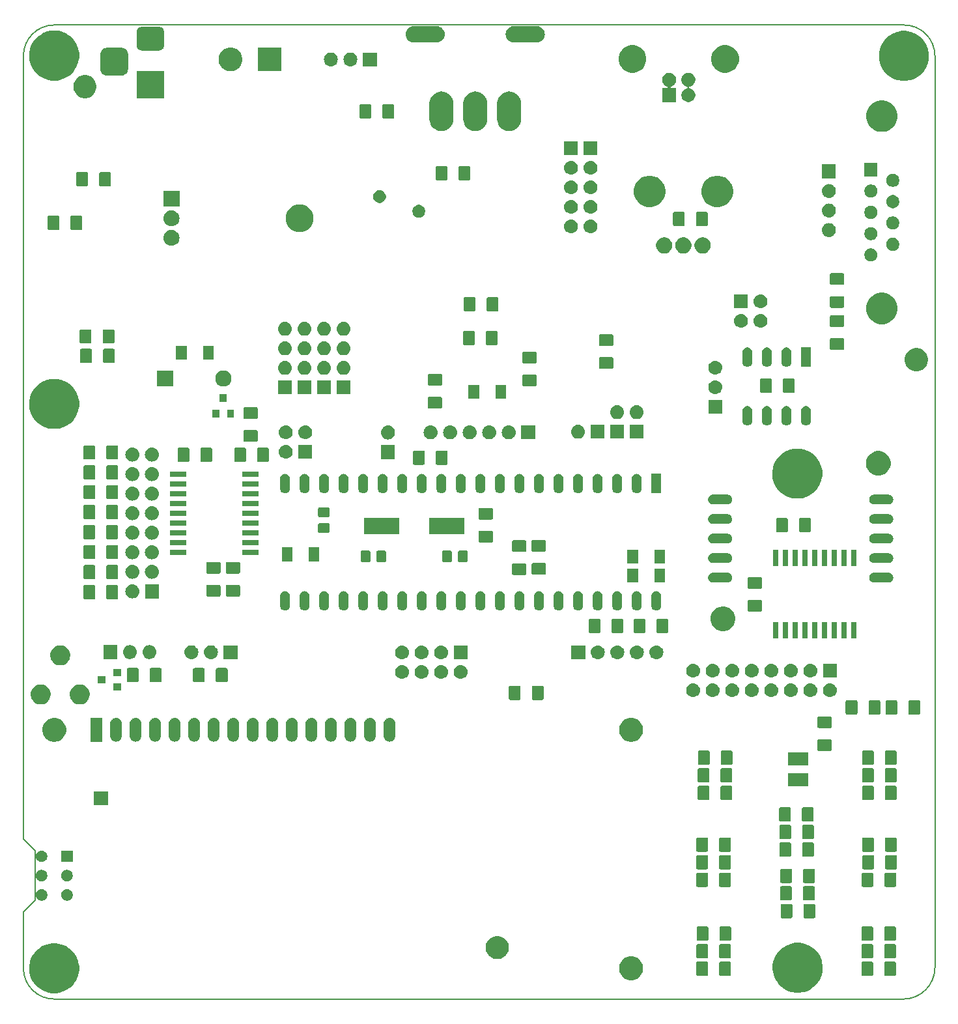
<source format=gbr>
%TF.GenerationSoftware,KiCad,Pcbnew,(5.1.0)-1*%
%TF.CreationDate,2019-04-14T15:35:55+02:00*%
%TF.ProjectId,PIC18F4550 dev board,50494331-3846-4343-9535-302064657620,rev?*%
%TF.SameCoordinates,Original*%
%TF.FileFunction,Soldermask,Bot*%
%TF.FilePolarity,Negative*%
%FSLAX46Y46*%
G04 Gerber Fmt 4.6, Leading zero omitted, Abs format (unit mm)*
G04 Created by KiCad (PCBNEW (5.1.0)-1) date 2019-04-14 15:35:55*
%MOMM*%
%LPD*%
G04 APERTURE LIST*
%ADD10C,0.150000*%
%ADD11C,0.100000*%
G04 APERTURE END LIST*
D10*
X21500000Y-177200000D02*
X20000000Y-178700000D01*
X20000000Y-169200000D02*
X21500000Y-170700000D01*
X21500000Y-177200000D02*
X21500000Y-170700000D01*
X134400000Y-190000000D02*
X24099969Y-189998751D01*
X138500000Y-67400000D02*
X138500000Y-185900000D01*
X134500000Y-63400000D02*
X24000000Y-63400000D01*
X138500000Y-185900000D02*
G75*
G02X134400000Y-190000000I-4100000J0D01*
G01*
X134500000Y-63400000D02*
G75*
G02X138500000Y-67400000I0J-4000000D01*
G01*
X20000000Y-178700000D02*
X20000000Y-186000000D01*
X20000000Y-67400000D02*
X20000000Y-169200000D01*
X20000000Y-67400000D02*
G75*
G02X24000000Y-63400000I4000000J0D01*
G01*
X24099969Y-189998751D02*
G75*
G02X20000000Y-186000000I-99969J3998751D01*
G01*
D11*
G36*
X24583694Y-182801934D02*
G01*
X24949182Y-182874634D01*
X25540826Y-183119701D01*
X25940973Y-183387071D01*
X26073291Y-183475483D01*
X26526117Y-183928309D01*
X26574267Y-184000371D01*
X26881899Y-184460774D01*
X27126966Y-185052418D01*
X27157807Y-185207465D01*
X27251900Y-185680503D01*
X27251900Y-186320897D01*
X27225601Y-186453109D01*
X27126966Y-186948982D01*
X26881899Y-187540626D01*
X26622844Y-187928329D01*
X26535717Y-188058724D01*
X26526116Y-188073092D01*
X26073292Y-188525916D01*
X25540826Y-188881699D01*
X24949182Y-189126766D01*
X24686584Y-189179000D01*
X24321097Y-189251700D01*
X23680703Y-189251700D01*
X23315216Y-189179000D01*
X23052618Y-189126766D01*
X22460974Y-188881699D01*
X21928508Y-188525916D01*
X21475684Y-188073092D01*
X21466084Y-188058724D01*
X21378956Y-187928329D01*
X21119901Y-187540626D01*
X20874834Y-186948982D01*
X20776199Y-186453109D01*
X20749900Y-186320897D01*
X20749900Y-185680503D01*
X20843993Y-185207465D01*
X20874834Y-185052418D01*
X21119901Y-184460774D01*
X21427533Y-184000371D01*
X21475683Y-183928309D01*
X21928509Y-183475483D01*
X22060827Y-183387071D01*
X22460974Y-183119701D01*
X23052618Y-182874634D01*
X23418106Y-182801934D01*
X23680703Y-182749700D01*
X24321097Y-182749700D01*
X24583694Y-182801934D01*
X24583694Y-182801934D01*
G37*
G36*
X121284239Y-182739467D02*
G01*
X121598282Y-182801934D01*
X122189926Y-183047001D01*
X122588326Y-183313204D01*
X122722391Y-183402783D01*
X123175217Y-183855609D01*
X123190388Y-183878314D01*
X123530999Y-184388074D01*
X123776066Y-184979718D01*
X123816725Y-185184127D01*
X123901000Y-185607803D01*
X123901000Y-186248197D01*
X123870731Y-186400371D01*
X123776066Y-186876282D01*
X123530999Y-187467926D01*
X123289531Y-187829308D01*
X123185333Y-187985252D01*
X123175216Y-188000392D01*
X122722392Y-188453216D01*
X122189926Y-188808999D01*
X121598282Y-189054066D01*
X121284239Y-189116533D01*
X120970197Y-189179000D01*
X120329803Y-189179000D01*
X120015761Y-189116533D01*
X119701718Y-189054066D01*
X119110074Y-188808999D01*
X118577608Y-188453216D01*
X118124784Y-188000392D01*
X118114668Y-187985252D01*
X118010469Y-187829308D01*
X117769001Y-187467926D01*
X117523934Y-186876282D01*
X117429269Y-186400371D01*
X117399000Y-186248197D01*
X117399000Y-185607803D01*
X117483275Y-185184127D01*
X117523934Y-184979718D01*
X117769001Y-184388074D01*
X118109612Y-183878314D01*
X118124783Y-183855609D01*
X118577609Y-183402783D01*
X118711674Y-183313204D01*
X119110074Y-183047001D01*
X119701718Y-182801934D01*
X120015761Y-182739467D01*
X120329803Y-182677000D01*
X120970197Y-182677000D01*
X121284239Y-182739467D01*
X121284239Y-182739467D01*
G37*
G36*
X99229792Y-184465126D02*
G01*
X99451890Y-184509304D01*
X99734154Y-184626221D01*
X99988185Y-184795959D01*
X100204221Y-185011995D01*
X100373959Y-185266026D01*
X100490876Y-185548290D01*
X100490876Y-185548291D01*
X100550480Y-185847939D01*
X100550480Y-186153461D01*
X100538140Y-186215496D01*
X100490876Y-186453110D01*
X100373959Y-186735374D01*
X100204221Y-186989405D01*
X99988185Y-187205441D01*
X99734154Y-187375179D01*
X99451890Y-187492096D01*
X99444811Y-187493504D01*
X99152241Y-187551700D01*
X98846719Y-187551700D01*
X98554149Y-187493504D01*
X98547070Y-187492096D01*
X98264806Y-187375179D01*
X98010775Y-187205441D01*
X97794739Y-186989405D01*
X97625001Y-186735374D01*
X97508084Y-186453110D01*
X97460820Y-186215496D01*
X97448480Y-186153461D01*
X97448480Y-185847939D01*
X97508084Y-185548291D01*
X97508084Y-185548290D01*
X97625001Y-185266026D01*
X97794739Y-185011995D01*
X98010775Y-184795959D01*
X98264806Y-184626221D01*
X98547070Y-184509304D01*
X98769168Y-184465126D01*
X98846719Y-184449700D01*
X99152241Y-184449700D01*
X99229792Y-184465126D01*
X99229792Y-184465126D01*
G37*
G36*
X133291562Y-185133181D02*
G01*
X133326481Y-185143774D01*
X133358663Y-185160976D01*
X133386873Y-185184127D01*
X133410024Y-185212337D01*
X133427226Y-185244519D01*
X133437819Y-185279438D01*
X133442000Y-185321895D01*
X133442000Y-186788105D01*
X133437819Y-186830562D01*
X133427226Y-186865481D01*
X133410024Y-186897663D01*
X133386873Y-186925873D01*
X133358663Y-186949024D01*
X133326481Y-186966226D01*
X133291562Y-186976819D01*
X133249105Y-186981000D01*
X132107895Y-186981000D01*
X132065438Y-186976819D01*
X132030519Y-186966226D01*
X131998337Y-186949024D01*
X131970127Y-186925873D01*
X131946976Y-186897663D01*
X131929774Y-186865481D01*
X131919181Y-186830562D01*
X131915000Y-186788105D01*
X131915000Y-185321895D01*
X131919181Y-185279438D01*
X131929774Y-185244519D01*
X131946976Y-185212337D01*
X131970127Y-185184127D01*
X131998337Y-185160976D01*
X132030519Y-185143774D01*
X132065438Y-185133181D01*
X132107895Y-185129000D01*
X133249105Y-185129000D01*
X133291562Y-185133181D01*
X133291562Y-185133181D01*
G37*
G36*
X111828562Y-185133181D02*
G01*
X111863481Y-185143774D01*
X111895663Y-185160976D01*
X111923873Y-185184127D01*
X111947024Y-185212337D01*
X111964226Y-185244519D01*
X111974819Y-185279438D01*
X111979000Y-185321895D01*
X111979000Y-186788105D01*
X111974819Y-186830562D01*
X111964226Y-186865481D01*
X111947024Y-186897663D01*
X111923873Y-186925873D01*
X111895663Y-186949024D01*
X111863481Y-186966226D01*
X111828562Y-186976819D01*
X111786105Y-186981000D01*
X110644895Y-186981000D01*
X110602438Y-186976819D01*
X110567519Y-186966226D01*
X110535337Y-186949024D01*
X110507127Y-186925873D01*
X110483976Y-186897663D01*
X110466774Y-186865481D01*
X110456181Y-186830562D01*
X110452000Y-186788105D01*
X110452000Y-185321895D01*
X110456181Y-185279438D01*
X110466774Y-185244519D01*
X110483976Y-185212337D01*
X110507127Y-185184127D01*
X110535337Y-185160976D01*
X110567519Y-185143774D01*
X110602438Y-185133181D01*
X110644895Y-185129000D01*
X111786105Y-185129000D01*
X111828562Y-185133181D01*
X111828562Y-185133181D01*
G37*
G36*
X130316562Y-185133181D02*
G01*
X130351481Y-185143774D01*
X130383663Y-185160976D01*
X130411873Y-185184127D01*
X130435024Y-185212337D01*
X130452226Y-185244519D01*
X130462819Y-185279438D01*
X130467000Y-185321895D01*
X130467000Y-186788105D01*
X130462819Y-186830562D01*
X130452226Y-186865481D01*
X130435024Y-186897663D01*
X130411873Y-186925873D01*
X130383663Y-186949024D01*
X130351481Y-186966226D01*
X130316562Y-186976819D01*
X130274105Y-186981000D01*
X129132895Y-186981000D01*
X129090438Y-186976819D01*
X129055519Y-186966226D01*
X129023337Y-186949024D01*
X128995127Y-186925873D01*
X128971976Y-186897663D01*
X128954774Y-186865481D01*
X128944181Y-186830562D01*
X128940000Y-186788105D01*
X128940000Y-185321895D01*
X128944181Y-185279438D01*
X128954774Y-185244519D01*
X128971976Y-185212337D01*
X128995127Y-185184127D01*
X129023337Y-185160976D01*
X129055519Y-185143774D01*
X129090438Y-185133181D01*
X129132895Y-185129000D01*
X130274105Y-185129000D01*
X130316562Y-185133181D01*
X130316562Y-185133181D01*
G37*
G36*
X108853562Y-185133181D02*
G01*
X108888481Y-185143774D01*
X108920663Y-185160976D01*
X108948873Y-185184127D01*
X108972024Y-185212337D01*
X108989226Y-185244519D01*
X108999819Y-185279438D01*
X109004000Y-185321895D01*
X109004000Y-186788105D01*
X108999819Y-186830562D01*
X108989226Y-186865481D01*
X108972024Y-186897663D01*
X108948873Y-186925873D01*
X108920663Y-186949024D01*
X108888481Y-186966226D01*
X108853562Y-186976819D01*
X108811105Y-186981000D01*
X107669895Y-186981000D01*
X107627438Y-186976819D01*
X107592519Y-186966226D01*
X107560337Y-186949024D01*
X107532127Y-186925873D01*
X107508976Y-186897663D01*
X107491774Y-186865481D01*
X107481181Y-186830562D01*
X107477000Y-186788105D01*
X107477000Y-185321895D01*
X107481181Y-185279438D01*
X107491774Y-185244519D01*
X107508976Y-185212337D01*
X107532127Y-185184127D01*
X107560337Y-185160976D01*
X107592519Y-185143774D01*
X107627438Y-185133181D01*
X107669895Y-185129000D01*
X108811105Y-185129000D01*
X108853562Y-185133181D01*
X108853562Y-185133181D01*
G37*
G36*
X82037534Y-181857643D02*
G01*
X82310515Y-181970716D01*
X82310517Y-181970717D01*
X82434190Y-182053353D01*
X82556193Y-182134873D01*
X82765127Y-182343807D01*
X82929284Y-182589485D01*
X83042357Y-182862466D01*
X83100000Y-183152262D01*
X83100000Y-183447738D01*
X83042357Y-183737534D01*
X82983084Y-183880630D01*
X82929283Y-184010517D01*
X82913346Y-184034368D01*
X82765127Y-184256193D01*
X82556193Y-184465127D01*
X82437310Y-184544562D01*
X82310517Y-184629283D01*
X82310516Y-184629284D01*
X82310515Y-184629284D01*
X82037534Y-184742357D01*
X81747738Y-184800000D01*
X81452262Y-184800000D01*
X81162466Y-184742357D01*
X80889485Y-184629284D01*
X80889484Y-184629284D01*
X80889483Y-184629283D01*
X80762690Y-184544562D01*
X80643807Y-184465127D01*
X80434873Y-184256193D01*
X80286654Y-184034368D01*
X80270717Y-184010517D01*
X80216916Y-183880630D01*
X80157643Y-183737534D01*
X80100000Y-183447738D01*
X80100000Y-183152262D01*
X80157643Y-182862466D01*
X80270716Y-182589485D01*
X80434873Y-182343807D01*
X80643807Y-182134873D01*
X80765810Y-182053353D01*
X80889483Y-181970717D01*
X80889485Y-181970716D01*
X81162466Y-181857643D01*
X81452262Y-181800000D01*
X81747738Y-181800000D01*
X82037534Y-181857643D01*
X82037534Y-181857643D01*
G37*
G36*
X133291562Y-182847181D02*
G01*
X133326481Y-182857774D01*
X133358663Y-182874976D01*
X133386873Y-182898127D01*
X133410024Y-182926337D01*
X133427226Y-182958519D01*
X133437819Y-182993438D01*
X133442000Y-183035895D01*
X133442000Y-184502105D01*
X133437819Y-184544562D01*
X133427226Y-184579481D01*
X133410024Y-184611663D01*
X133386873Y-184639873D01*
X133358663Y-184663024D01*
X133326481Y-184680226D01*
X133291562Y-184690819D01*
X133249105Y-184695000D01*
X132107895Y-184695000D01*
X132065438Y-184690819D01*
X132030519Y-184680226D01*
X131998337Y-184663024D01*
X131970127Y-184639873D01*
X131946976Y-184611663D01*
X131929774Y-184579481D01*
X131919181Y-184544562D01*
X131915000Y-184502105D01*
X131915000Y-183035895D01*
X131919181Y-182993438D01*
X131929774Y-182958519D01*
X131946976Y-182926337D01*
X131970127Y-182898127D01*
X131998337Y-182874976D01*
X132030519Y-182857774D01*
X132065438Y-182847181D01*
X132107895Y-182843000D01*
X133249105Y-182843000D01*
X133291562Y-182847181D01*
X133291562Y-182847181D01*
G37*
G36*
X130316562Y-182847181D02*
G01*
X130351481Y-182857774D01*
X130383663Y-182874976D01*
X130411873Y-182898127D01*
X130435024Y-182926337D01*
X130452226Y-182958519D01*
X130462819Y-182993438D01*
X130467000Y-183035895D01*
X130467000Y-184502105D01*
X130462819Y-184544562D01*
X130452226Y-184579481D01*
X130435024Y-184611663D01*
X130411873Y-184639873D01*
X130383663Y-184663024D01*
X130351481Y-184680226D01*
X130316562Y-184690819D01*
X130274105Y-184695000D01*
X129132895Y-184695000D01*
X129090438Y-184690819D01*
X129055519Y-184680226D01*
X129023337Y-184663024D01*
X128995127Y-184639873D01*
X128971976Y-184611663D01*
X128954774Y-184579481D01*
X128944181Y-184544562D01*
X128940000Y-184502105D01*
X128940000Y-183035895D01*
X128944181Y-182993438D01*
X128954774Y-182958519D01*
X128971976Y-182926337D01*
X128995127Y-182898127D01*
X129023337Y-182874976D01*
X129055519Y-182857774D01*
X129090438Y-182847181D01*
X129132895Y-182843000D01*
X130274105Y-182843000D01*
X130316562Y-182847181D01*
X130316562Y-182847181D01*
G37*
G36*
X111835562Y-182847181D02*
G01*
X111870481Y-182857774D01*
X111902663Y-182874976D01*
X111930873Y-182898127D01*
X111954024Y-182926337D01*
X111971226Y-182958519D01*
X111981819Y-182993438D01*
X111986000Y-183035895D01*
X111986000Y-184502105D01*
X111981819Y-184544562D01*
X111971226Y-184579481D01*
X111954024Y-184611663D01*
X111930873Y-184639873D01*
X111902663Y-184663024D01*
X111870481Y-184680226D01*
X111835562Y-184690819D01*
X111793105Y-184695000D01*
X110651895Y-184695000D01*
X110609438Y-184690819D01*
X110574519Y-184680226D01*
X110542337Y-184663024D01*
X110514127Y-184639873D01*
X110490976Y-184611663D01*
X110473774Y-184579481D01*
X110463181Y-184544562D01*
X110459000Y-184502105D01*
X110459000Y-183035895D01*
X110463181Y-182993438D01*
X110473774Y-182958519D01*
X110490976Y-182926337D01*
X110514127Y-182898127D01*
X110542337Y-182874976D01*
X110574519Y-182857774D01*
X110609438Y-182847181D01*
X110651895Y-182843000D01*
X111793105Y-182843000D01*
X111835562Y-182847181D01*
X111835562Y-182847181D01*
G37*
G36*
X108860562Y-182847181D02*
G01*
X108895481Y-182857774D01*
X108927663Y-182874976D01*
X108955873Y-182898127D01*
X108979024Y-182926337D01*
X108996226Y-182958519D01*
X109006819Y-182993438D01*
X109011000Y-183035895D01*
X109011000Y-184502105D01*
X109006819Y-184544562D01*
X108996226Y-184579481D01*
X108979024Y-184611663D01*
X108955873Y-184639873D01*
X108927663Y-184663024D01*
X108895481Y-184680226D01*
X108860562Y-184690819D01*
X108818105Y-184695000D01*
X107676895Y-184695000D01*
X107634438Y-184690819D01*
X107599519Y-184680226D01*
X107567337Y-184663024D01*
X107539127Y-184639873D01*
X107515976Y-184611663D01*
X107498774Y-184579481D01*
X107488181Y-184544562D01*
X107484000Y-184502105D01*
X107484000Y-183035895D01*
X107488181Y-182993438D01*
X107498774Y-182958519D01*
X107515976Y-182926337D01*
X107539127Y-182898127D01*
X107567337Y-182874976D01*
X107599519Y-182857774D01*
X107634438Y-182847181D01*
X107676895Y-182843000D01*
X108818105Y-182843000D01*
X108860562Y-182847181D01*
X108860562Y-182847181D01*
G37*
G36*
X133291562Y-180561181D02*
G01*
X133326481Y-180571774D01*
X133358663Y-180588976D01*
X133386873Y-180612127D01*
X133410024Y-180640337D01*
X133427226Y-180672519D01*
X133437819Y-180707438D01*
X133442000Y-180749895D01*
X133442000Y-182216105D01*
X133437819Y-182258562D01*
X133427226Y-182293481D01*
X133410024Y-182325663D01*
X133386873Y-182353873D01*
X133358663Y-182377024D01*
X133326481Y-182394226D01*
X133291562Y-182404819D01*
X133249105Y-182409000D01*
X132107895Y-182409000D01*
X132065438Y-182404819D01*
X132030519Y-182394226D01*
X131998337Y-182377024D01*
X131970127Y-182353873D01*
X131946976Y-182325663D01*
X131929774Y-182293481D01*
X131919181Y-182258562D01*
X131915000Y-182216105D01*
X131915000Y-180749895D01*
X131919181Y-180707438D01*
X131929774Y-180672519D01*
X131946976Y-180640337D01*
X131970127Y-180612127D01*
X131998337Y-180588976D01*
X132030519Y-180571774D01*
X132065438Y-180561181D01*
X132107895Y-180557000D01*
X133249105Y-180557000D01*
X133291562Y-180561181D01*
X133291562Y-180561181D01*
G37*
G36*
X111865062Y-180561181D02*
G01*
X111899981Y-180571774D01*
X111932163Y-180588976D01*
X111960373Y-180612127D01*
X111983524Y-180640337D01*
X112000726Y-180672519D01*
X112011319Y-180707438D01*
X112015500Y-180749895D01*
X112015500Y-182216105D01*
X112011319Y-182258562D01*
X112000726Y-182293481D01*
X111983524Y-182325663D01*
X111960373Y-182353873D01*
X111932163Y-182377024D01*
X111899981Y-182394226D01*
X111865062Y-182404819D01*
X111822605Y-182409000D01*
X110681395Y-182409000D01*
X110638938Y-182404819D01*
X110604019Y-182394226D01*
X110571837Y-182377024D01*
X110543627Y-182353873D01*
X110520476Y-182325663D01*
X110503274Y-182293481D01*
X110492681Y-182258562D01*
X110488500Y-182216105D01*
X110488500Y-180749895D01*
X110492681Y-180707438D01*
X110503274Y-180672519D01*
X110520476Y-180640337D01*
X110543627Y-180612127D01*
X110571837Y-180588976D01*
X110604019Y-180571774D01*
X110638938Y-180561181D01*
X110681395Y-180557000D01*
X111822605Y-180557000D01*
X111865062Y-180561181D01*
X111865062Y-180561181D01*
G37*
G36*
X108890062Y-180561181D02*
G01*
X108924981Y-180571774D01*
X108957163Y-180588976D01*
X108985373Y-180612127D01*
X109008524Y-180640337D01*
X109025726Y-180672519D01*
X109036319Y-180707438D01*
X109040500Y-180749895D01*
X109040500Y-182216105D01*
X109036319Y-182258562D01*
X109025726Y-182293481D01*
X109008524Y-182325663D01*
X108985373Y-182353873D01*
X108957163Y-182377024D01*
X108924981Y-182394226D01*
X108890062Y-182404819D01*
X108847605Y-182409000D01*
X107706395Y-182409000D01*
X107663938Y-182404819D01*
X107629019Y-182394226D01*
X107596837Y-182377024D01*
X107568627Y-182353873D01*
X107545476Y-182325663D01*
X107528274Y-182293481D01*
X107517681Y-182258562D01*
X107513500Y-182216105D01*
X107513500Y-180749895D01*
X107517681Y-180707438D01*
X107528274Y-180672519D01*
X107545476Y-180640337D01*
X107568627Y-180612127D01*
X107596837Y-180588976D01*
X107629019Y-180571774D01*
X107663938Y-180561181D01*
X107706395Y-180557000D01*
X108847605Y-180557000D01*
X108890062Y-180561181D01*
X108890062Y-180561181D01*
G37*
G36*
X130316562Y-180561181D02*
G01*
X130351481Y-180571774D01*
X130383663Y-180588976D01*
X130411873Y-180612127D01*
X130435024Y-180640337D01*
X130452226Y-180672519D01*
X130462819Y-180707438D01*
X130467000Y-180749895D01*
X130467000Y-182216105D01*
X130462819Y-182258562D01*
X130452226Y-182293481D01*
X130435024Y-182325663D01*
X130411873Y-182353873D01*
X130383663Y-182377024D01*
X130351481Y-182394226D01*
X130316562Y-182404819D01*
X130274105Y-182409000D01*
X129132895Y-182409000D01*
X129090438Y-182404819D01*
X129055519Y-182394226D01*
X129023337Y-182377024D01*
X128995127Y-182353873D01*
X128971976Y-182325663D01*
X128954774Y-182293481D01*
X128944181Y-182258562D01*
X128940000Y-182216105D01*
X128940000Y-180749895D01*
X128944181Y-180707438D01*
X128954774Y-180672519D01*
X128971976Y-180640337D01*
X128995127Y-180612127D01*
X129023337Y-180588976D01*
X129055519Y-180571774D01*
X129090438Y-180561181D01*
X129132895Y-180557000D01*
X130274105Y-180557000D01*
X130316562Y-180561181D01*
X130316562Y-180561181D01*
G37*
G36*
X122787062Y-177640181D02*
G01*
X122821981Y-177650774D01*
X122854163Y-177667976D01*
X122882373Y-177691127D01*
X122905524Y-177719337D01*
X122922726Y-177751519D01*
X122933319Y-177786438D01*
X122937500Y-177828895D01*
X122937500Y-179295105D01*
X122933319Y-179337562D01*
X122922726Y-179372481D01*
X122905524Y-179404663D01*
X122882373Y-179432873D01*
X122854163Y-179456024D01*
X122821981Y-179473226D01*
X122787062Y-179483819D01*
X122744605Y-179488000D01*
X121603395Y-179488000D01*
X121560938Y-179483819D01*
X121526019Y-179473226D01*
X121493837Y-179456024D01*
X121465627Y-179432873D01*
X121442476Y-179404663D01*
X121425274Y-179372481D01*
X121414681Y-179337562D01*
X121410500Y-179295105D01*
X121410500Y-177828895D01*
X121414681Y-177786438D01*
X121425274Y-177751519D01*
X121442476Y-177719337D01*
X121465627Y-177691127D01*
X121493837Y-177667976D01*
X121526019Y-177650774D01*
X121560938Y-177640181D01*
X121603395Y-177636000D01*
X122744605Y-177636000D01*
X122787062Y-177640181D01*
X122787062Y-177640181D01*
G37*
G36*
X119812062Y-177640181D02*
G01*
X119846981Y-177650774D01*
X119879163Y-177667976D01*
X119907373Y-177691127D01*
X119930524Y-177719337D01*
X119947726Y-177751519D01*
X119958319Y-177786438D01*
X119962500Y-177828895D01*
X119962500Y-179295105D01*
X119958319Y-179337562D01*
X119947726Y-179372481D01*
X119930524Y-179404663D01*
X119907373Y-179432873D01*
X119879163Y-179456024D01*
X119846981Y-179473226D01*
X119812062Y-179483819D01*
X119769605Y-179488000D01*
X118628395Y-179488000D01*
X118585938Y-179483819D01*
X118551019Y-179473226D01*
X118518837Y-179456024D01*
X118490627Y-179432873D01*
X118467476Y-179404663D01*
X118450274Y-179372481D01*
X118439681Y-179337562D01*
X118435500Y-179295105D01*
X118435500Y-177828895D01*
X118439681Y-177786438D01*
X118450274Y-177751519D01*
X118467476Y-177719337D01*
X118490627Y-177691127D01*
X118518837Y-177667976D01*
X118551019Y-177650774D01*
X118585938Y-177640181D01*
X118628395Y-177636000D01*
X119769605Y-177636000D01*
X119812062Y-177640181D01*
X119812062Y-177640181D01*
G37*
G36*
X22573059Y-175727860D02*
G01*
X22709732Y-175784472D01*
X22832735Y-175866660D01*
X22937340Y-175971265D01*
X23019528Y-176094268D01*
X23076140Y-176230941D01*
X23105000Y-176376033D01*
X23105000Y-176523967D01*
X23076140Y-176669059D01*
X23019528Y-176805732D01*
X22937340Y-176928735D01*
X22832735Y-177033340D01*
X22709732Y-177115528D01*
X22709731Y-177115529D01*
X22709730Y-177115529D01*
X22573059Y-177172140D01*
X22427968Y-177201000D01*
X22280032Y-177201000D01*
X22134941Y-177172140D01*
X21998270Y-177115529D01*
X21998269Y-177115529D01*
X21998268Y-177115528D01*
X21875265Y-177033340D01*
X21770660Y-176928735D01*
X21688472Y-176805732D01*
X21631860Y-176669059D01*
X21603000Y-176523967D01*
X21603000Y-176376033D01*
X21631860Y-176230941D01*
X21688472Y-176094268D01*
X21770660Y-175971265D01*
X21875265Y-175866660D01*
X21998268Y-175784472D01*
X22134941Y-175727860D01*
X22280032Y-175699000D01*
X22427968Y-175699000D01*
X22573059Y-175727860D01*
X22573059Y-175727860D01*
G37*
G36*
X25873059Y-175727860D02*
G01*
X26009732Y-175784472D01*
X26132735Y-175866660D01*
X26237340Y-175971265D01*
X26319528Y-176094268D01*
X26376140Y-176230941D01*
X26405000Y-176376033D01*
X26405000Y-176523967D01*
X26376140Y-176669059D01*
X26319528Y-176805732D01*
X26237340Y-176928735D01*
X26132735Y-177033340D01*
X26009732Y-177115528D01*
X26009731Y-177115529D01*
X26009730Y-177115529D01*
X25873059Y-177172140D01*
X25727968Y-177201000D01*
X25580032Y-177201000D01*
X25434941Y-177172140D01*
X25298270Y-177115529D01*
X25298269Y-177115529D01*
X25298268Y-177115528D01*
X25175265Y-177033340D01*
X25070660Y-176928735D01*
X24988472Y-176805732D01*
X24931860Y-176669059D01*
X24903000Y-176523967D01*
X24903000Y-176376033D01*
X24931860Y-176230941D01*
X24988472Y-176094268D01*
X25070660Y-175971265D01*
X25175265Y-175866660D01*
X25298268Y-175784472D01*
X25434941Y-175727860D01*
X25580032Y-175699000D01*
X25727968Y-175699000D01*
X25873059Y-175727860D01*
X25873059Y-175727860D01*
G37*
G36*
X119749562Y-175331181D02*
G01*
X119784481Y-175341774D01*
X119816663Y-175358976D01*
X119844873Y-175382127D01*
X119868024Y-175410337D01*
X119885226Y-175442519D01*
X119895819Y-175477438D01*
X119900000Y-175519895D01*
X119900000Y-176986105D01*
X119895819Y-177028562D01*
X119885226Y-177063481D01*
X119868024Y-177095663D01*
X119844873Y-177123873D01*
X119816663Y-177147024D01*
X119784481Y-177164226D01*
X119749562Y-177174819D01*
X119707105Y-177179000D01*
X118565895Y-177179000D01*
X118523438Y-177174819D01*
X118488519Y-177164226D01*
X118456337Y-177147024D01*
X118428127Y-177123873D01*
X118404976Y-177095663D01*
X118387774Y-177063481D01*
X118377181Y-177028562D01*
X118373000Y-176986105D01*
X118373000Y-175519895D01*
X118377181Y-175477438D01*
X118387774Y-175442519D01*
X118404976Y-175410337D01*
X118428127Y-175382127D01*
X118456337Y-175358976D01*
X118488519Y-175341774D01*
X118523438Y-175331181D01*
X118565895Y-175327000D01*
X119707105Y-175327000D01*
X119749562Y-175331181D01*
X119749562Y-175331181D01*
G37*
G36*
X122724562Y-175331181D02*
G01*
X122759481Y-175341774D01*
X122791663Y-175358976D01*
X122819873Y-175382127D01*
X122843024Y-175410337D01*
X122860226Y-175442519D01*
X122870819Y-175477438D01*
X122875000Y-175519895D01*
X122875000Y-176986105D01*
X122870819Y-177028562D01*
X122860226Y-177063481D01*
X122843024Y-177095663D01*
X122819873Y-177123873D01*
X122791663Y-177147024D01*
X122759481Y-177164226D01*
X122724562Y-177174819D01*
X122682105Y-177179000D01*
X121540895Y-177179000D01*
X121498438Y-177174819D01*
X121463519Y-177164226D01*
X121431337Y-177147024D01*
X121403127Y-177123873D01*
X121379976Y-177095663D01*
X121362774Y-177063481D01*
X121352181Y-177028562D01*
X121348000Y-176986105D01*
X121348000Y-175519895D01*
X121352181Y-175477438D01*
X121362774Y-175442519D01*
X121379976Y-175410337D01*
X121403127Y-175382127D01*
X121431337Y-175358976D01*
X121463519Y-175341774D01*
X121498438Y-175331181D01*
X121540895Y-175327000D01*
X122682105Y-175327000D01*
X122724562Y-175331181D01*
X122724562Y-175331181D01*
G37*
G36*
X130353062Y-173576181D02*
G01*
X130387981Y-173586774D01*
X130420163Y-173603976D01*
X130448373Y-173627127D01*
X130471524Y-173655337D01*
X130488726Y-173687519D01*
X130499319Y-173722438D01*
X130503500Y-173764895D01*
X130503500Y-175231105D01*
X130499319Y-175273562D01*
X130488726Y-175308481D01*
X130471524Y-175340663D01*
X130448373Y-175368873D01*
X130420163Y-175392024D01*
X130387981Y-175409226D01*
X130353062Y-175419819D01*
X130310605Y-175424000D01*
X129169395Y-175424000D01*
X129126938Y-175419819D01*
X129092019Y-175409226D01*
X129059837Y-175392024D01*
X129031627Y-175368873D01*
X129008476Y-175340663D01*
X128991274Y-175308481D01*
X128980681Y-175273562D01*
X128976500Y-175231105D01*
X128976500Y-173764895D01*
X128980681Y-173722438D01*
X128991274Y-173687519D01*
X129008476Y-173655337D01*
X129031627Y-173627127D01*
X129059837Y-173603976D01*
X129092019Y-173586774D01*
X129126938Y-173576181D01*
X129169395Y-173572000D01*
X130310605Y-173572000D01*
X130353062Y-173576181D01*
X130353062Y-173576181D01*
G37*
G36*
X133328062Y-173576181D02*
G01*
X133362981Y-173586774D01*
X133395163Y-173603976D01*
X133423373Y-173627127D01*
X133446524Y-173655337D01*
X133463726Y-173687519D01*
X133474319Y-173722438D01*
X133478500Y-173764895D01*
X133478500Y-175231105D01*
X133474319Y-175273562D01*
X133463726Y-175308481D01*
X133446524Y-175340663D01*
X133423373Y-175368873D01*
X133395163Y-175392024D01*
X133362981Y-175409226D01*
X133328062Y-175419819D01*
X133285605Y-175424000D01*
X132144395Y-175424000D01*
X132101938Y-175419819D01*
X132067019Y-175409226D01*
X132034837Y-175392024D01*
X132006627Y-175368873D01*
X131983476Y-175340663D01*
X131966274Y-175308481D01*
X131955681Y-175273562D01*
X131951500Y-175231105D01*
X131951500Y-173764895D01*
X131955681Y-173722438D01*
X131966274Y-173687519D01*
X131983476Y-173655337D01*
X132006627Y-173627127D01*
X132034837Y-173603976D01*
X132067019Y-173586774D01*
X132101938Y-173576181D01*
X132144395Y-173572000D01*
X133285605Y-173572000D01*
X133328062Y-173576181D01*
X133328062Y-173576181D01*
G37*
G36*
X108853562Y-173576181D02*
G01*
X108888481Y-173586774D01*
X108920663Y-173603976D01*
X108948873Y-173627127D01*
X108972024Y-173655337D01*
X108989226Y-173687519D01*
X108999819Y-173722438D01*
X109004000Y-173764895D01*
X109004000Y-175231105D01*
X108999819Y-175273562D01*
X108989226Y-175308481D01*
X108972024Y-175340663D01*
X108948873Y-175368873D01*
X108920663Y-175392024D01*
X108888481Y-175409226D01*
X108853562Y-175419819D01*
X108811105Y-175424000D01*
X107669895Y-175424000D01*
X107627438Y-175419819D01*
X107592519Y-175409226D01*
X107560337Y-175392024D01*
X107532127Y-175368873D01*
X107508976Y-175340663D01*
X107491774Y-175308481D01*
X107481181Y-175273562D01*
X107477000Y-175231105D01*
X107477000Y-173764895D01*
X107481181Y-173722438D01*
X107491774Y-173687519D01*
X107508976Y-173655337D01*
X107532127Y-173627127D01*
X107560337Y-173603976D01*
X107592519Y-173586774D01*
X107627438Y-173576181D01*
X107669895Y-173572000D01*
X108811105Y-173572000D01*
X108853562Y-173576181D01*
X108853562Y-173576181D01*
G37*
G36*
X111828562Y-173576181D02*
G01*
X111863481Y-173586774D01*
X111895663Y-173603976D01*
X111923873Y-173627127D01*
X111947024Y-173655337D01*
X111964226Y-173687519D01*
X111974819Y-173722438D01*
X111979000Y-173764895D01*
X111979000Y-175231105D01*
X111974819Y-175273562D01*
X111964226Y-175308481D01*
X111947024Y-175340663D01*
X111923873Y-175368873D01*
X111895663Y-175392024D01*
X111863481Y-175409226D01*
X111828562Y-175419819D01*
X111786105Y-175424000D01*
X110644895Y-175424000D01*
X110602438Y-175419819D01*
X110567519Y-175409226D01*
X110535337Y-175392024D01*
X110507127Y-175368873D01*
X110483976Y-175340663D01*
X110466774Y-175308481D01*
X110456181Y-175273562D01*
X110452000Y-175231105D01*
X110452000Y-173764895D01*
X110456181Y-173722438D01*
X110466774Y-173687519D01*
X110483976Y-173655337D01*
X110507127Y-173627127D01*
X110535337Y-173603976D01*
X110567519Y-173586774D01*
X110602438Y-173576181D01*
X110644895Y-173572000D01*
X111786105Y-173572000D01*
X111828562Y-173576181D01*
X111828562Y-173576181D01*
G37*
G36*
X122750562Y-173068181D02*
G01*
X122785481Y-173078774D01*
X122817663Y-173095976D01*
X122845873Y-173119127D01*
X122869024Y-173147337D01*
X122886226Y-173179519D01*
X122896819Y-173214438D01*
X122901000Y-173256895D01*
X122901000Y-174723105D01*
X122896819Y-174765562D01*
X122886226Y-174800481D01*
X122869024Y-174832663D01*
X122845873Y-174860873D01*
X122817663Y-174884024D01*
X122785481Y-174901226D01*
X122750562Y-174911819D01*
X122708105Y-174916000D01*
X121566895Y-174916000D01*
X121524438Y-174911819D01*
X121489519Y-174901226D01*
X121457337Y-174884024D01*
X121429127Y-174860873D01*
X121405976Y-174832663D01*
X121388774Y-174800481D01*
X121378181Y-174765562D01*
X121374000Y-174723105D01*
X121374000Y-173256895D01*
X121378181Y-173214438D01*
X121388774Y-173179519D01*
X121405976Y-173147337D01*
X121429127Y-173119127D01*
X121457337Y-173095976D01*
X121489519Y-173078774D01*
X121524438Y-173068181D01*
X121566895Y-173064000D01*
X122708105Y-173064000D01*
X122750562Y-173068181D01*
X122750562Y-173068181D01*
G37*
G36*
X119775562Y-173068181D02*
G01*
X119810481Y-173078774D01*
X119842663Y-173095976D01*
X119870873Y-173119127D01*
X119894024Y-173147337D01*
X119911226Y-173179519D01*
X119921819Y-173214438D01*
X119926000Y-173256895D01*
X119926000Y-174723105D01*
X119921819Y-174765562D01*
X119911226Y-174800481D01*
X119894024Y-174832663D01*
X119870873Y-174860873D01*
X119842663Y-174884024D01*
X119810481Y-174901226D01*
X119775562Y-174911819D01*
X119733105Y-174916000D01*
X118591895Y-174916000D01*
X118549438Y-174911819D01*
X118514519Y-174901226D01*
X118482337Y-174884024D01*
X118454127Y-174860873D01*
X118430976Y-174832663D01*
X118413774Y-174800481D01*
X118403181Y-174765562D01*
X118399000Y-174723105D01*
X118399000Y-173256895D01*
X118403181Y-173214438D01*
X118413774Y-173179519D01*
X118430976Y-173147337D01*
X118454127Y-173119127D01*
X118482337Y-173095976D01*
X118514519Y-173078774D01*
X118549438Y-173068181D01*
X118591895Y-173064000D01*
X119733105Y-173064000D01*
X119775562Y-173068181D01*
X119775562Y-173068181D01*
G37*
G36*
X25873059Y-173227860D02*
G01*
X25943156Y-173256895D01*
X26009732Y-173284472D01*
X26132735Y-173366660D01*
X26237340Y-173471265D01*
X26319528Y-173594268D01*
X26376140Y-173730941D01*
X26405000Y-173876033D01*
X26405000Y-174023967D01*
X26376140Y-174169059D01*
X26319528Y-174305732D01*
X26237340Y-174428735D01*
X26132735Y-174533340D01*
X26009732Y-174615528D01*
X26009731Y-174615529D01*
X26009730Y-174615529D01*
X25873059Y-174672140D01*
X25727968Y-174701000D01*
X25580032Y-174701000D01*
X25434941Y-174672140D01*
X25298270Y-174615529D01*
X25298269Y-174615529D01*
X25298268Y-174615528D01*
X25175265Y-174533340D01*
X25070660Y-174428735D01*
X24988472Y-174305732D01*
X24931860Y-174169059D01*
X24903000Y-174023967D01*
X24903000Y-173876033D01*
X24931860Y-173730941D01*
X24988472Y-173594268D01*
X25070660Y-173471265D01*
X25175265Y-173366660D01*
X25298268Y-173284472D01*
X25364845Y-173256895D01*
X25434941Y-173227860D01*
X25580032Y-173199000D01*
X25727968Y-173199000D01*
X25873059Y-173227860D01*
X25873059Y-173227860D01*
G37*
G36*
X22573059Y-173227860D02*
G01*
X22643156Y-173256895D01*
X22709732Y-173284472D01*
X22832735Y-173366660D01*
X22937340Y-173471265D01*
X23019528Y-173594268D01*
X23076140Y-173730941D01*
X23105000Y-173876033D01*
X23105000Y-174023967D01*
X23076140Y-174169059D01*
X23019528Y-174305732D01*
X22937340Y-174428735D01*
X22832735Y-174533340D01*
X22709732Y-174615528D01*
X22709731Y-174615529D01*
X22709730Y-174615529D01*
X22573059Y-174672140D01*
X22427968Y-174701000D01*
X22280032Y-174701000D01*
X22134941Y-174672140D01*
X21998270Y-174615529D01*
X21998269Y-174615529D01*
X21998268Y-174615528D01*
X21875265Y-174533340D01*
X21770660Y-174428735D01*
X21688472Y-174305732D01*
X21631860Y-174169059D01*
X21603000Y-174023967D01*
X21603000Y-173876033D01*
X21631860Y-173730941D01*
X21688472Y-173594268D01*
X21770660Y-173471265D01*
X21875265Y-173366660D01*
X21998268Y-173284472D01*
X22064845Y-173256895D01*
X22134941Y-173227860D01*
X22280032Y-173199000D01*
X22427968Y-173199000D01*
X22573059Y-173227860D01*
X22573059Y-173227860D01*
G37*
G36*
X133418562Y-171290181D02*
G01*
X133453481Y-171300774D01*
X133485663Y-171317976D01*
X133513873Y-171341127D01*
X133537024Y-171369337D01*
X133554226Y-171401519D01*
X133564819Y-171436438D01*
X133569000Y-171478895D01*
X133569000Y-172945105D01*
X133564819Y-172987562D01*
X133554226Y-173022481D01*
X133537024Y-173054663D01*
X133513873Y-173082873D01*
X133485663Y-173106024D01*
X133453481Y-173123226D01*
X133418562Y-173133819D01*
X133376105Y-173138000D01*
X132234895Y-173138000D01*
X132192438Y-173133819D01*
X132157519Y-173123226D01*
X132125337Y-173106024D01*
X132097127Y-173082873D01*
X132073976Y-173054663D01*
X132056774Y-173022481D01*
X132046181Y-172987562D01*
X132042000Y-172945105D01*
X132042000Y-171478895D01*
X132046181Y-171436438D01*
X132056774Y-171401519D01*
X132073976Y-171369337D01*
X132097127Y-171341127D01*
X132125337Y-171317976D01*
X132157519Y-171300774D01*
X132192438Y-171290181D01*
X132234895Y-171286000D01*
X133376105Y-171286000D01*
X133418562Y-171290181D01*
X133418562Y-171290181D01*
G37*
G36*
X108853562Y-171290181D02*
G01*
X108888481Y-171300774D01*
X108920663Y-171317976D01*
X108948873Y-171341127D01*
X108972024Y-171369337D01*
X108989226Y-171401519D01*
X108999819Y-171436438D01*
X109004000Y-171478895D01*
X109004000Y-172945105D01*
X108999819Y-172987562D01*
X108989226Y-173022481D01*
X108972024Y-173054663D01*
X108948873Y-173082873D01*
X108920663Y-173106024D01*
X108888481Y-173123226D01*
X108853562Y-173133819D01*
X108811105Y-173138000D01*
X107669895Y-173138000D01*
X107627438Y-173133819D01*
X107592519Y-173123226D01*
X107560337Y-173106024D01*
X107532127Y-173082873D01*
X107508976Y-173054663D01*
X107491774Y-173022481D01*
X107481181Y-172987562D01*
X107477000Y-172945105D01*
X107477000Y-171478895D01*
X107481181Y-171436438D01*
X107491774Y-171401519D01*
X107508976Y-171369337D01*
X107532127Y-171341127D01*
X107560337Y-171317976D01*
X107592519Y-171300774D01*
X107627438Y-171290181D01*
X107669895Y-171286000D01*
X108811105Y-171286000D01*
X108853562Y-171290181D01*
X108853562Y-171290181D01*
G37*
G36*
X130443562Y-171290181D02*
G01*
X130478481Y-171300774D01*
X130510663Y-171317976D01*
X130538873Y-171341127D01*
X130562024Y-171369337D01*
X130579226Y-171401519D01*
X130589819Y-171436438D01*
X130594000Y-171478895D01*
X130594000Y-172945105D01*
X130589819Y-172987562D01*
X130579226Y-173022481D01*
X130562024Y-173054663D01*
X130538873Y-173082873D01*
X130510663Y-173106024D01*
X130478481Y-173123226D01*
X130443562Y-173133819D01*
X130401105Y-173138000D01*
X129259895Y-173138000D01*
X129217438Y-173133819D01*
X129182519Y-173123226D01*
X129150337Y-173106024D01*
X129122127Y-173082873D01*
X129098976Y-173054663D01*
X129081774Y-173022481D01*
X129071181Y-172987562D01*
X129067000Y-172945105D01*
X129067000Y-171478895D01*
X129071181Y-171436438D01*
X129081774Y-171401519D01*
X129098976Y-171369337D01*
X129122127Y-171341127D01*
X129150337Y-171317976D01*
X129182519Y-171300774D01*
X129217438Y-171290181D01*
X129259895Y-171286000D01*
X130401105Y-171286000D01*
X130443562Y-171290181D01*
X130443562Y-171290181D01*
G37*
G36*
X111828562Y-171290181D02*
G01*
X111863481Y-171300774D01*
X111895663Y-171317976D01*
X111923873Y-171341127D01*
X111947024Y-171369337D01*
X111964226Y-171401519D01*
X111974819Y-171436438D01*
X111979000Y-171478895D01*
X111979000Y-172945105D01*
X111974819Y-172987562D01*
X111964226Y-173022481D01*
X111947024Y-173054663D01*
X111923873Y-173082873D01*
X111895663Y-173106024D01*
X111863481Y-173123226D01*
X111828562Y-173133819D01*
X111786105Y-173138000D01*
X110644895Y-173138000D01*
X110602438Y-173133819D01*
X110567519Y-173123226D01*
X110535337Y-173106024D01*
X110507127Y-173082873D01*
X110483976Y-173054663D01*
X110466774Y-173022481D01*
X110456181Y-172987562D01*
X110452000Y-172945105D01*
X110452000Y-171478895D01*
X110456181Y-171436438D01*
X110466774Y-171401519D01*
X110483976Y-171369337D01*
X110507127Y-171341127D01*
X110535337Y-171317976D01*
X110567519Y-171300774D01*
X110602438Y-171290181D01*
X110644895Y-171286000D01*
X111786105Y-171286000D01*
X111828562Y-171290181D01*
X111828562Y-171290181D01*
G37*
G36*
X26405000Y-172201000D02*
G01*
X24903000Y-172201000D01*
X24903000Y-170699000D01*
X26405000Y-170699000D01*
X26405000Y-172201000D01*
X26405000Y-172201000D01*
G37*
G36*
X22573059Y-170727860D02*
G01*
X22709732Y-170784472D01*
X22832735Y-170866660D01*
X22937340Y-170971265D01*
X22937341Y-170971267D01*
X23019529Y-171094270D01*
X23076140Y-171230941D01*
X23084182Y-171271369D01*
X23105000Y-171376033D01*
X23105000Y-171523967D01*
X23076140Y-171669059D01*
X23019528Y-171805732D01*
X22937340Y-171928735D01*
X22832735Y-172033340D01*
X22709732Y-172115528D01*
X22709731Y-172115529D01*
X22709730Y-172115529D01*
X22573059Y-172172140D01*
X22427968Y-172201000D01*
X22280032Y-172201000D01*
X22134941Y-172172140D01*
X21998270Y-172115529D01*
X21998269Y-172115529D01*
X21998268Y-172115528D01*
X21875265Y-172033340D01*
X21770660Y-171928735D01*
X21688472Y-171805732D01*
X21631860Y-171669059D01*
X21603000Y-171523967D01*
X21603000Y-171376033D01*
X21623819Y-171271369D01*
X21631860Y-171230941D01*
X21688471Y-171094270D01*
X21770659Y-170971267D01*
X21770660Y-170971265D01*
X21875265Y-170866660D01*
X21998268Y-170784472D01*
X22134941Y-170727860D01*
X22280032Y-170699000D01*
X22427968Y-170699000D01*
X22573059Y-170727860D01*
X22573059Y-170727860D01*
G37*
G36*
X119648562Y-169639181D02*
G01*
X119683481Y-169649774D01*
X119715663Y-169666976D01*
X119743873Y-169690127D01*
X119767024Y-169718337D01*
X119784226Y-169750519D01*
X119794819Y-169785438D01*
X119799000Y-169827895D01*
X119799000Y-171294105D01*
X119794819Y-171336562D01*
X119784226Y-171371481D01*
X119767024Y-171403663D01*
X119743873Y-171431873D01*
X119715663Y-171455024D01*
X119683481Y-171472226D01*
X119648562Y-171482819D01*
X119606105Y-171487000D01*
X118464895Y-171487000D01*
X118422438Y-171482819D01*
X118387519Y-171472226D01*
X118355337Y-171455024D01*
X118327127Y-171431873D01*
X118303976Y-171403663D01*
X118286774Y-171371481D01*
X118276181Y-171336562D01*
X118272000Y-171294105D01*
X118272000Y-169827895D01*
X118276181Y-169785438D01*
X118286774Y-169750519D01*
X118303976Y-169718337D01*
X118327127Y-169690127D01*
X118355337Y-169666976D01*
X118387519Y-169649774D01*
X118422438Y-169639181D01*
X118464895Y-169635000D01*
X119606105Y-169635000D01*
X119648562Y-169639181D01*
X119648562Y-169639181D01*
G37*
G36*
X122623562Y-169639181D02*
G01*
X122658481Y-169649774D01*
X122690663Y-169666976D01*
X122718873Y-169690127D01*
X122742024Y-169718337D01*
X122759226Y-169750519D01*
X122769819Y-169785438D01*
X122774000Y-169827895D01*
X122774000Y-171294105D01*
X122769819Y-171336562D01*
X122759226Y-171371481D01*
X122742024Y-171403663D01*
X122718873Y-171431873D01*
X122690663Y-171455024D01*
X122658481Y-171472226D01*
X122623562Y-171482819D01*
X122581105Y-171487000D01*
X121439895Y-171487000D01*
X121397438Y-171482819D01*
X121362519Y-171472226D01*
X121330337Y-171455024D01*
X121302127Y-171431873D01*
X121278976Y-171403663D01*
X121261774Y-171371481D01*
X121251181Y-171336562D01*
X121247000Y-171294105D01*
X121247000Y-169827895D01*
X121251181Y-169785438D01*
X121261774Y-169750519D01*
X121278976Y-169718337D01*
X121302127Y-169690127D01*
X121330337Y-169666976D01*
X121362519Y-169649774D01*
X121397438Y-169639181D01*
X121439895Y-169635000D01*
X122581105Y-169635000D01*
X122623562Y-169639181D01*
X122623562Y-169639181D01*
G37*
G36*
X133382062Y-169004181D02*
G01*
X133416981Y-169014774D01*
X133449163Y-169031976D01*
X133477373Y-169055127D01*
X133500524Y-169083337D01*
X133517726Y-169115519D01*
X133528319Y-169150438D01*
X133532500Y-169192895D01*
X133532500Y-170659105D01*
X133528319Y-170701562D01*
X133517726Y-170736481D01*
X133500524Y-170768663D01*
X133477373Y-170796873D01*
X133449163Y-170820024D01*
X133416981Y-170837226D01*
X133382062Y-170847819D01*
X133339605Y-170852000D01*
X132198395Y-170852000D01*
X132155938Y-170847819D01*
X132121019Y-170837226D01*
X132088837Y-170820024D01*
X132060627Y-170796873D01*
X132037476Y-170768663D01*
X132020274Y-170736481D01*
X132009681Y-170701562D01*
X132005500Y-170659105D01*
X132005500Y-169192895D01*
X132009681Y-169150438D01*
X132020274Y-169115519D01*
X132037476Y-169083337D01*
X132060627Y-169055127D01*
X132088837Y-169031976D01*
X132121019Y-169014774D01*
X132155938Y-169004181D01*
X132198395Y-169000000D01*
X133339605Y-169000000D01*
X133382062Y-169004181D01*
X133382062Y-169004181D01*
G37*
G36*
X111828562Y-169004181D02*
G01*
X111863481Y-169014774D01*
X111895663Y-169031976D01*
X111923873Y-169055127D01*
X111947024Y-169083337D01*
X111964226Y-169115519D01*
X111974819Y-169150438D01*
X111979000Y-169192895D01*
X111979000Y-170659105D01*
X111974819Y-170701562D01*
X111964226Y-170736481D01*
X111947024Y-170768663D01*
X111923873Y-170796873D01*
X111895663Y-170820024D01*
X111863481Y-170837226D01*
X111828562Y-170847819D01*
X111786105Y-170852000D01*
X110644895Y-170852000D01*
X110602438Y-170847819D01*
X110567519Y-170837226D01*
X110535337Y-170820024D01*
X110507127Y-170796873D01*
X110483976Y-170768663D01*
X110466774Y-170736481D01*
X110456181Y-170701562D01*
X110452000Y-170659105D01*
X110452000Y-169192895D01*
X110456181Y-169150438D01*
X110466774Y-169115519D01*
X110483976Y-169083337D01*
X110507127Y-169055127D01*
X110535337Y-169031976D01*
X110567519Y-169014774D01*
X110602438Y-169004181D01*
X110644895Y-169000000D01*
X111786105Y-169000000D01*
X111828562Y-169004181D01*
X111828562Y-169004181D01*
G37*
G36*
X108853562Y-169004181D02*
G01*
X108888481Y-169014774D01*
X108920663Y-169031976D01*
X108948873Y-169055127D01*
X108972024Y-169083337D01*
X108989226Y-169115519D01*
X108999819Y-169150438D01*
X109004000Y-169192895D01*
X109004000Y-170659105D01*
X108999819Y-170701562D01*
X108989226Y-170736481D01*
X108972024Y-170768663D01*
X108948873Y-170796873D01*
X108920663Y-170820024D01*
X108888481Y-170837226D01*
X108853562Y-170847819D01*
X108811105Y-170852000D01*
X107669895Y-170852000D01*
X107627438Y-170847819D01*
X107592519Y-170837226D01*
X107560337Y-170820024D01*
X107532127Y-170796873D01*
X107508976Y-170768663D01*
X107491774Y-170736481D01*
X107481181Y-170701562D01*
X107477000Y-170659105D01*
X107477000Y-169192895D01*
X107481181Y-169150438D01*
X107491774Y-169115519D01*
X107508976Y-169083337D01*
X107532127Y-169055127D01*
X107560337Y-169031976D01*
X107592519Y-169014774D01*
X107627438Y-169004181D01*
X107669895Y-169000000D01*
X108811105Y-169000000D01*
X108853562Y-169004181D01*
X108853562Y-169004181D01*
G37*
G36*
X130407062Y-169004181D02*
G01*
X130441981Y-169014774D01*
X130474163Y-169031976D01*
X130502373Y-169055127D01*
X130525524Y-169083337D01*
X130542726Y-169115519D01*
X130553319Y-169150438D01*
X130557500Y-169192895D01*
X130557500Y-170659105D01*
X130553319Y-170701562D01*
X130542726Y-170736481D01*
X130525524Y-170768663D01*
X130502373Y-170796873D01*
X130474163Y-170820024D01*
X130441981Y-170837226D01*
X130407062Y-170847819D01*
X130364605Y-170852000D01*
X129223395Y-170852000D01*
X129180938Y-170847819D01*
X129146019Y-170837226D01*
X129113837Y-170820024D01*
X129085627Y-170796873D01*
X129062476Y-170768663D01*
X129045274Y-170736481D01*
X129034681Y-170701562D01*
X129030500Y-170659105D01*
X129030500Y-169192895D01*
X129034681Y-169150438D01*
X129045274Y-169115519D01*
X129062476Y-169083337D01*
X129085627Y-169055127D01*
X129113837Y-169031976D01*
X129146019Y-169014774D01*
X129180938Y-169004181D01*
X129223395Y-169000000D01*
X130364605Y-169000000D01*
X130407062Y-169004181D01*
X130407062Y-169004181D01*
G37*
G36*
X119648562Y-167353181D02*
G01*
X119683481Y-167363774D01*
X119715663Y-167380976D01*
X119743873Y-167404127D01*
X119767024Y-167432337D01*
X119784226Y-167464519D01*
X119794819Y-167499438D01*
X119799000Y-167541895D01*
X119799000Y-169008105D01*
X119794819Y-169050562D01*
X119784226Y-169085481D01*
X119767024Y-169117663D01*
X119743873Y-169145873D01*
X119715663Y-169169024D01*
X119683481Y-169186226D01*
X119648562Y-169196819D01*
X119606105Y-169201000D01*
X118464895Y-169201000D01*
X118422438Y-169196819D01*
X118387519Y-169186226D01*
X118355337Y-169169024D01*
X118327127Y-169145873D01*
X118303976Y-169117663D01*
X118286774Y-169085481D01*
X118276181Y-169050562D01*
X118272000Y-169008105D01*
X118272000Y-167541895D01*
X118276181Y-167499438D01*
X118286774Y-167464519D01*
X118303976Y-167432337D01*
X118327127Y-167404127D01*
X118355337Y-167380976D01*
X118387519Y-167363774D01*
X118422438Y-167353181D01*
X118464895Y-167349000D01*
X119606105Y-167349000D01*
X119648562Y-167353181D01*
X119648562Y-167353181D01*
G37*
G36*
X122623562Y-167353181D02*
G01*
X122658481Y-167363774D01*
X122690663Y-167380976D01*
X122718873Y-167404127D01*
X122742024Y-167432337D01*
X122759226Y-167464519D01*
X122769819Y-167499438D01*
X122774000Y-167541895D01*
X122774000Y-169008105D01*
X122769819Y-169050562D01*
X122759226Y-169085481D01*
X122742024Y-169117663D01*
X122718873Y-169145873D01*
X122690663Y-169169024D01*
X122658481Y-169186226D01*
X122623562Y-169196819D01*
X122581105Y-169201000D01*
X121439895Y-169201000D01*
X121397438Y-169196819D01*
X121362519Y-169186226D01*
X121330337Y-169169024D01*
X121302127Y-169145873D01*
X121278976Y-169117663D01*
X121261774Y-169085481D01*
X121251181Y-169050562D01*
X121247000Y-169008105D01*
X121247000Y-167541895D01*
X121251181Y-167499438D01*
X121261774Y-167464519D01*
X121278976Y-167432337D01*
X121302127Y-167404127D01*
X121330337Y-167380976D01*
X121362519Y-167363774D01*
X121397438Y-167353181D01*
X121439895Y-167349000D01*
X122581105Y-167349000D01*
X122623562Y-167353181D01*
X122623562Y-167353181D01*
G37*
G36*
X119612062Y-165067181D02*
G01*
X119646981Y-165077774D01*
X119679163Y-165094976D01*
X119707373Y-165118127D01*
X119730524Y-165146337D01*
X119747726Y-165178519D01*
X119758319Y-165213438D01*
X119762500Y-165255895D01*
X119762500Y-166722105D01*
X119758319Y-166764562D01*
X119747726Y-166799481D01*
X119730524Y-166831663D01*
X119707373Y-166859873D01*
X119679163Y-166883024D01*
X119646981Y-166900226D01*
X119612062Y-166910819D01*
X119569605Y-166915000D01*
X118428395Y-166915000D01*
X118385938Y-166910819D01*
X118351019Y-166900226D01*
X118318837Y-166883024D01*
X118290627Y-166859873D01*
X118267476Y-166831663D01*
X118250274Y-166799481D01*
X118239681Y-166764562D01*
X118235500Y-166722105D01*
X118235500Y-165255895D01*
X118239681Y-165213438D01*
X118250274Y-165178519D01*
X118267476Y-165146337D01*
X118290627Y-165118127D01*
X118318837Y-165094976D01*
X118351019Y-165077774D01*
X118385938Y-165067181D01*
X118428395Y-165063000D01*
X119569605Y-165063000D01*
X119612062Y-165067181D01*
X119612062Y-165067181D01*
G37*
G36*
X122587062Y-165067181D02*
G01*
X122621981Y-165077774D01*
X122654163Y-165094976D01*
X122682373Y-165118127D01*
X122705524Y-165146337D01*
X122722726Y-165178519D01*
X122733319Y-165213438D01*
X122737500Y-165255895D01*
X122737500Y-166722105D01*
X122733319Y-166764562D01*
X122722726Y-166799481D01*
X122705524Y-166831663D01*
X122682373Y-166859873D01*
X122654163Y-166883024D01*
X122621981Y-166900226D01*
X122587062Y-166910819D01*
X122544605Y-166915000D01*
X121403395Y-166915000D01*
X121360938Y-166910819D01*
X121326019Y-166900226D01*
X121293837Y-166883024D01*
X121265627Y-166859873D01*
X121242476Y-166831663D01*
X121225274Y-166799481D01*
X121214681Y-166764562D01*
X121210500Y-166722105D01*
X121210500Y-165255895D01*
X121214681Y-165213438D01*
X121225274Y-165178519D01*
X121242476Y-165146337D01*
X121265627Y-165118127D01*
X121293837Y-165094976D01*
X121326019Y-165077774D01*
X121360938Y-165067181D01*
X121403395Y-165063000D01*
X122544605Y-165063000D01*
X122587062Y-165067181D01*
X122587062Y-165067181D01*
G37*
G36*
X30987300Y-164794500D02*
G01*
X29185300Y-164794500D01*
X29185300Y-162992500D01*
X30987300Y-162992500D01*
X30987300Y-164794500D01*
X30987300Y-164794500D01*
G37*
G36*
X130392762Y-162273181D02*
G01*
X130427681Y-162283774D01*
X130459863Y-162300976D01*
X130488073Y-162324127D01*
X130511224Y-162352337D01*
X130528426Y-162384519D01*
X130539019Y-162419438D01*
X130543200Y-162461895D01*
X130543200Y-163928105D01*
X130539019Y-163970562D01*
X130528426Y-164005481D01*
X130511224Y-164037663D01*
X130488073Y-164065873D01*
X130459863Y-164089024D01*
X130427681Y-164106226D01*
X130392762Y-164116819D01*
X130350305Y-164121000D01*
X129209095Y-164121000D01*
X129166638Y-164116819D01*
X129131719Y-164106226D01*
X129099537Y-164089024D01*
X129071327Y-164065873D01*
X129048176Y-164037663D01*
X129030974Y-164005481D01*
X129020381Y-163970562D01*
X129016200Y-163928105D01*
X129016200Y-162461895D01*
X129020381Y-162419438D01*
X129030974Y-162384519D01*
X129048176Y-162352337D01*
X129071327Y-162324127D01*
X129099537Y-162300976D01*
X129131719Y-162283774D01*
X129166638Y-162273181D01*
X129209095Y-162269000D01*
X130350305Y-162269000D01*
X130392762Y-162273181D01*
X130392762Y-162273181D01*
G37*
G36*
X109031362Y-162273181D02*
G01*
X109066281Y-162283774D01*
X109098463Y-162300976D01*
X109126673Y-162324127D01*
X109149824Y-162352337D01*
X109167026Y-162384519D01*
X109177619Y-162419438D01*
X109181800Y-162461895D01*
X109181800Y-163928105D01*
X109177619Y-163970562D01*
X109167026Y-164005481D01*
X109149824Y-164037663D01*
X109126673Y-164065873D01*
X109098463Y-164089024D01*
X109066281Y-164106226D01*
X109031362Y-164116819D01*
X108988905Y-164121000D01*
X107847695Y-164121000D01*
X107805238Y-164116819D01*
X107770319Y-164106226D01*
X107738137Y-164089024D01*
X107709927Y-164065873D01*
X107686776Y-164037663D01*
X107669574Y-164005481D01*
X107658981Y-163970562D01*
X107654800Y-163928105D01*
X107654800Y-162461895D01*
X107658981Y-162419438D01*
X107669574Y-162384519D01*
X107686776Y-162352337D01*
X107709927Y-162324127D01*
X107738137Y-162300976D01*
X107770319Y-162283774D01*
X107805238Y-162273181D01*
X107847695Y-162269000D01*
X108988905Y-162269000D01*
X109031362Y-162273181D01*
X109031362Y-162273181D01*
G37*
G36*
X112006362Y-162273181D02*
G01*
X112041281Y-162283774D01*
X112073463Y-162300976D01*
X112101673Y-162324127D01*
X112124824Y-162352337D01*
X112142026Y-162384519D01*
X112152619Y-162419438D01*
X112156800Y-162461895D01*
X112156800Y-163928105D01*
X112152619Y-163970562D01*
X112142026Y-164005481D01*
X112124824Y-164037663D01*
X112101673Y-164065873D01*
X112073463Y-164089024D01*
X112041281Y-164106226D01*
X112006362Y-164116819D01*
X111963905Y-164121000D01*
X110822695Y-164121000D01*
X110780238Y-164116819D01*
X110745319Y-164106226D01*
X110713137Y-164089024D01*
X110684927Y-164065873D01*
X110661776Y-164037663D01*
X110644574Y-164005481D01*
X110633981Y-163970562D01*
X110629800Y-163928105D01*
X110629800Y-162461895D01*
X110633981Y-162419438D01*
X110644574Y-162384519D01*
X110661776Y-162352337D01*
X110684927Y-162324127D01*
X110713137Y-162300976D01*
X110745319Y-162283774D01*
X110780238Y-162273181D01*
X110822695Y-162269000D01*
X111963905Y-162269000D01*
X112006362Y-162273181D01*
X112006362Y-162273181D01*
G37*
G36*
X133367762Y-162273181D02*
G01*
X133402681Y-162283774D01*
X133434863Y-162300976D01*
X133463073Y-162324127D01*
X133486224Y-162352337D01*
X133503426Y-162384519D01*
X133514019Y-162419438D01*
X133518200Y-162461895D01*
X133518200Y-163928105D01*
X133514019Y-163970562D01*
X133503426Y-164005481D01*
X133486224Y-164037663D01*
X133463073Y-164065873D01*
X133434863Y-164089024D01*
X133402681Y-164106226D01*
X133367762Y-164116819D01*
X133325305Y-164121000D01*
X132184095Y-164121000D01*
X132141638Y-164116819D01*
X132106719Y-164106226D01*
X132074537Y-164089024D01*
X132046327Y-164065873D01*
X132023176Y-164037663D01*
X132005974Y-164005481D01*
X131995381Y-163970562D01*
X131991200Y-163928105D01*
X131991200Y-162461895D01*
X131995381Y-162419438D01*
X132005974Y-162384519D01*
X132023176Y-162352337D01*
X132046327Y-162324127D01*
X132074537Y-162300976D01*
X132106719Y-162283774D01*
X132141638Y-162273181D01*
X132184095Y-162269000D01*
X133325305Y-162269000D01*
X133367762Y-162273181D01*
X133367762Y-162273181D01*
G37*
G36*
X122026800Y-162302600D02*
G01*
X119374800Y-162302600D01*
X119374800Y-160640600D01*
X122026800Y-160640600D01*
X122026800Y-162302600D01*
X122026800Y-162302600D01*
G37*
G36*
X109031362Y-159987181D02*
G01*
X109066281Y-159997774D01*
X109098463Y-160014976D01*
X109126673Y-160038127D01*
X109149824Y-160066337D01*
X109167026Y-160098519D01*
X109177619Y-160133438D01*
X109181800Y-160175895D01*
X109181800Y-161642105D01*
X109177619Y-161684562D01*
X109167026Y-161719481D01*
X109149824Y-161751663D01*
X109126673Y-161779873D01*
X109098463Y-161803024D01*
X109066281Y-161820226D01*
X109031362Y-161830819D01*
X108988905Y-161835000D01*
X107847695Y-161835000D01*
X107805238Y-161830819D01*
X107770319Y-161820226D01*
X107738137Y-161803024D01*
X107709927Y-161779873D01*
X107686776Y-161751663D01*
X107669574Y-161719481D01*
X107658981Y-161684562D01*
X107654800Y-161642105D01*
X107654800Y-160175895D01*
X107658981Y-160133438D01*
X107669574Y-160098519D01*
X107686776Y-160066337D01*
X107709927Y-160038127D01*
X107738137Y-160014976D01*
X107770319Y-159997774D01*
X107805238Y-159987181D01*
X107847695Y-159983000D01*
X108988905Y-159983000D01*
X109031362Y-159987181D01*
X109031362Y-159987181D01*
G37*
G36*
X133367762Y-159987181D02*
G01*
X133402681Y-159997774D01*
X133434863Y-160014976D01*
X133463073Y-160038127D01*
X133486224Y-160066337D01*
X133503426Y-160098519D01*
X133514019Y-160133438D01*
X133518200Y-160175895D01*
X133518200Y-161642105D01*
X133514019Y-161684562D01*
X133503426Y-161719481D01*
X133486224Y-161751663D01*
X133463073Y-161779873D01*
X133434863Y-161803024D01*
X133402681Y-161820226D01*
X133367762Y-161830819D01*
X133325305Y-161835000D01*
X132184095Y-161835000D01*
X132141638Y-161830819D01*
X132106719Y-161820226D01*
X132074537Y-161803024D01*
X132046327Y-161779873D01*
X132023176Y-161751663D01*
X132005974Y-161719481D01*
X131995381Y-161684562D01*
X131991200Y-161642105D01*
X131991200Y-160175895D01*
X131995381Y-160133438D01*
X132005974Y-160098519D01*
X132023176Y-160066337D01*
X132046327Y-160038127D01*
X132074537Y-160014976D01*
X132106719Y-159997774D01*
X132141638Y-159987181D01*
X132184095Y-159983000D01*
X133325305Y-159983000D01*
X133367762Y-159987181D01*
X133367762Y-159987181D01*
G37*
G36*
X130392762Y-159987181D02*
G01*
X130427681Y-159997774D01*
X130459863Y-160014976D01*
X130488073Y-160038127D01*
X130511224Y-160066337D01*
X130528426Y-160098519D01*
X130539019Y-160133438D01*
X130543200Y-160175895D01*
X130543200Y-161642105D01*
X130539019Y-161684562D01*
X130528426Y-161719481D01*
X130511224Y-161751663D01*
X130488073Y-161779873D01*
X130459863Y-161803024D01*
X130427681Y-161820226D01*
X130392762Y-161830819D01*
X130350305Y-161835000D01*
X129209095Y-161835000D01*
X129166638Y-161830819D01*
X129131719Y-161820226D01*
X129099537Y-161803024D01*
X129071327Y-161779873D01*
X129048176Y-161751663D01*
X129030974Y-161719481D01*
X129020381Y-161684562D01*
X129016200Y-161642105D01*
X129016200Y-160175895D01*
X129020381Y-160133438D01*
X129030974Y-160098519D01*
X129048176Y-160066337D01*
X129071327Y-160038127D01*
X129099537Y-160014976D01*
X129131719Y-159997774D01*
X129166638Y-159987181D01*
X129209095Y-159983000D01*
X130350305Y-159983000D01*
X130392762Y-159987181D01*
X130392762Y-159987181D01*
G37*
G36*
X112006362Y-159987181D02*
G01*
X112041281Y-159997774D01*
X112073463Y-160014976D01*
X112101673Y-160038127D01*
X112124824Y-160066337D01*
X112142026Y-160098519D01*
X112152619Y-160133438D01*
X112156800Y-160175895D01*
X112156800Y-161642105D01*
X112152619Y-161684562D01*
X112142026Y-161719481D01*
X112124824Y-161751663D01*
X112101673Y-161779873D01*
X112073463Y-161803024D01*
X112041281Y-161820226D01*
X112006362Y-161830819D01*
X111963905Y-161835000D01*
X110822695Y-161835000D01*
X110780238Y-161830819D01*
X110745319Y-161820226D01*
X110713137Y-161803024D01*
X110684927Y-161779873D01*
X110661776Y-161751663D01*
X110644574Y-161719481D01*
X110633981Y-161684562D01*
X110629800Y-161642105D01*
X110629800Y-160175895D01*
X110633981Y-160133438D01*
X110644574Y-160098519D01*
X110661776Y-160066337D01*
X110684927Y-160038127D01*
X110713137Y-160014976D01*
X110745319Y-159997774D01*
X110780238Y-159987181D01*
X110822695Y-159983000D01*
X111963905Y-159983000D01*
X112006362Y-159987181D01*
X112006362Y-159987181D01*
G37*
G36*
X122026800Y-159602600D02*
G01*
X119374800Y-159602600D01*
X119374800Y-157940600D01*
X122026800Y-157940600D01*
X122026800Y-159602600D01*
X122026800Y-159602600D01*
G37*
G36*
X133367762Y-157701181D02*
G01*
X133402681Y-157711774D01*
X133434863Y-157728976D01*
X133463073Y-157752127D01*
X133486224Y-157780337D01*
X133503426Y-157812519D01*
X133514019Y-157847438D01*
X133518200Y-157889895D01*
X133518200Y-159356105D01*
X133514019Y-159398562D01*
X133503426Y-159433481D01*
X133486224Y-159465663D01*
X133463073Y-159493873D01*
X133434863Y-159517024D01*
X133402681Y-159534226D01*
X133367762Y-159544819D01*
X133325305Y-159549000D01*
X132184095Y-159549000D01*
X132141638Y-159544819D01*
X132106719Y-159534226D01*
X132074537Y-159517024D01*
X132046327Y-159493873D01*
X132023176Y-159465663D01*
X132005974Y-159433481D01*
X131995381Y-159398562D01*
X131991200Y-159356105D01*
X131991200Y-157889895D01*
X131995381Y-157847438D01*
X132005974Y-157812519D01*
X132023176Y-157780337D01*
X132046327Y-157752127D01*
X132074537Y-157728976D01*
X132106719Y-157711774D01*
X132141638Y-157701181D01*
X132184095Y-157697000D01*
X133325305Y-157697000D01*
X133367762Y-157701181D01*
X133367762Y-157701181D01*
G37*
G36*
X109067862Y-157701181D02*
G01*
X109102781Y-157711774D01*
X109134963Y-157728976D01*
X109163173Y-157752127D01*
X109186324Y-157780337D01*
X109203526Y-157812519D01*
X109214119Y-157847438D01*
X109218300Y-157889895D01*
X109218300Y-159356105D01*
X109214119Y-159398562D01*
X109203526Y-159433481D01*
X109186324Y-159465663D01*
X109163173Y-159493873D01*
X109134963Y-159517024D01*
X109102781Y-159534226D01*
X109067862Y-159544819D01*
X109025405Y-159549000D01*
X107884195Y-159549000D01*
X107841738Y-159544819D01*
X107806819Y-159534226D01*
X107774637Y-159517024D01*
X107746427Y-159493873D01*
X107723276Y-159465663D01*
X107706074Y-159433481D01*
X107695481Y-159398562D01*
X107691300Y-159356105D01*
X107691300Y-157889895D01*
X107695481Y-157847438D01*
X107706074Y-157812519D01*
X107723276Y-157780337D01*
X107746427Y-157752127D01*
X107774637Y-157728976D01*
X107806819Y-157711774D01*
X107841738Y-157701181D01*
X107884195Y-157697000D01*
X109025405Y-157697000D01*
X109067862Y-157701181D01*
X109067862Y-157701181D01*
G37*
G36*
X112042862Y-157701181D02*
G01*
X112077781Y-157711774D01*
X112109963Y-157728976D01*
X112138173Y-157752127D01*
X112161324Y-157780337D01*
X112178526Y-157812519D01*
X112189119Y-157847438D01*
X112193300Y-157889895D01*
X112193300Y-159356105D01*
X112189119Y-159398562D01*
X112178526Y-159433481D01*
X112161324Y-159465663D01*
X112138173Y-159493873D01*
X112109963Y-159517024D01*
X112077781Y-159534226D01*
X112042862Y-159544819D01*
X112000405Y-159549000D01*
X110859195Y-159549000D01*
X110816738Y-159544819D01*
X110781819Y-159534226D01*
X110749637Y-159517024D01*
X110721427Y-159493873D01*
X110698276Y-159465663D01*
X110681074Y-159433481D01*
X110670481Y-159398562D01*
X110666300Y-159356105D01*
X110666300Y-157889895D01*
X110670481Y-157847438D01*
X110681074Y-157812519D01*
X110698276Y-157780337D01*
X110721427Y-157752127D01*
X110749637Y-157728976D01*
X110781819Y-157711774D01*
X110816738Y-157701181D01*
X110859195Y-157697000D01*
X112000405Y-157697000D01*
X112042862Y-157701181D01*
X112042862Y-157701181D01*
G37*
G36*
X130392762Y-157701181D02*
G01*
X130427681Y-157711774D01*
X130459863Y-157728976D01*
X130488073Y-157752127D01*
X130511224Y-157780337D01*
X130528426Y-157812519D01*
X130539019Y-157847438D01*
X130543200Y-157889895D01*
X130543200Y-159356105D01*
X130539019Y-159398562D01*
X130528426Y-159433481D01*
X130511224Y-159465663D01*
X130488073Y-159493873D01*
X130459863Y-159517024D01*
X130427681Y-159534226D01*
X130392762Y-159544819D01*
X130350305Y-159549000D01*
X129209095Y-159549000D01*
X129166638Y-159544819D01*
X129131719Y-159534226D01*
X129099537Y-159517024D01*
X129071327Y-159493873D01*
X129048176Y-159465663D01*
X129030974Y-159433481D01*
X129020381Y-159398562D01*
X129016200Y-159356105D01*
X129016200Y-157889895D01*
X129020381Y-157847438D01*
X129030974Y-157812519D01*
X129048176Y-157780337D01*
X129071327Y-157752127D01*
X129099537Y-157728976D01*
X129131719Y-157711774D01*
X129166638Y-157701181D01*
X129209095Y-157697000D01*
X130350305Y-157697000D01*
X130392762Y-157701181D01*
X130392762Y-157701181D01*
G37*
G36*
X124930762Y-156226981D02*
G01*
X124965681Y-156237574D01*
X124997863Y-156254776D01*
X125026073Y-156277927D01*
X125049224Y-156306137D01*
X125066426Y-156338319D01*
X125077019Y-156373238D01*
X125081200Y-156415695D01*
X125081200Y-157556905D01*
X125077019Y-157599362D01*
X125066426Y-157634281D01*
X125049224Y-157666463D01*
X125026073Y-157694673D01*
X124997863Y-157717824D01*
X124965681Y-157735026D01*
X124930762Y-157745619D01*
X124888305Y-157749800D01*
X123422095Y-157749800D01*
X123379638Y-157745619D01*
X123344719Y-157735026D01*
X123312537Y-157717824D01*
X123284327Y-157694673D01*
X123261176Y-157666463D01*
X123243974Y-157634281D01*
X123233381Y-157599362D01*
X123229200Y-157556905D01*
X123229200Y-156415695D01*
X123233381Y-156373238D01*
X123243974Y-156338319D01*
X123261176Y-156306137D01*
X123284327Y-156277927D01*
X123312537Y-156254776D01*
X123344719Y-156237574D01*
X123379638Y-156226981D01*
X123422095Y-156222800D01*
X124888305Y-156222800D01*
X124930762Y-156226981D01*
X124930762Y-156226981D01*
G37*
G36*
X44887221Y-153459867D02*
G01*
X45028785Y-153502810D01*
X45159251Y-153572546D01*
X45209415Y-153613714D01*
X45273607Y-153666394D01*
X45330784Y-153736066D01*
X45367454Y-153780748D01*
X45437190Y-153911214D01*
X45480133Y-154052778D01*
X45491000Y-154163113D01*
X45491000Y-155836887D01*
X45480133Y-155947222D01*
X45437190Y-156088786D01*
X45367454Y-156219252D01*
X45347807Y-156243192D01*
X45273607Y-156333607D01*
X45189040Y-156403008D01*
X45159252Y-156427454D01*
X45028786Y-156497190D01*
X44887222Y-156540133D01*
X44740000Y-156554633D01*
X44592779Y-156540133D01*
X44451215Y-156497190D01*
X44320749Y-156427454D01*
X44290961Y-156403008D01*
X44206394Y-156333607D01*
X44132194Y-156243192D01*
X44112547Y-156219252D01*
X44042811Y-156088786D01*
X43999868Y-155947222D01*
X43989001Y-155836887D01*
X43989000Y-154163114D01*
X43999867Y-154052779D01*
X44042810Y-153911215D01*
X44112546Y-153780749D01*
X44153714Y-153730585D01*
X44206394Y-153666393D01*
X44276066Y-153609216D01*
X44320748Y-153572546D01*
X44451214Y-153502810D01*
X44592778Y-153459867D01*
X44740000Y-153445367D01*
X44887221Y-153459867D01*
X44887221Y-153459867D01*
G37*
G36*
X67747221Y-153459867D02*
G01*
X67888785Y-153502810D01*
X68019251Y-153572546D01*
X68069415Y-153613714D01*
X68133607Y-153666394D01*
X68190784Y-153736066D01*
X68227454Y-153780748D01*
X68297190Y-153911214D01*
X68340133Y-154052778D01*
X68351000Y-154163113D01*
X68351000Y-155836887D01*
X68340133Y-155947222D01*
X68297190Y-156088786D01*
X68227454Y-156219252D01*
X68207807Y-156243192D01*
X68133607Y-156333607D01*
X68049040Y-156403008D01*
X68019252Y-156427454D01*
X67888786Y-156497190D01*
X67747222Y-156540133D01*
X67600000Y-156554633D01*
X67452779Y-156540133D01*
X67311215Y-156497190D01*
X67180749Y-156427454D01*
X67150961Y-156403008D01*
X67066394Y-156333607D01*
X66992194Y-156243192D01*
X66972547Y-156219252D01*
X66902811Y-156088786D01*
X66859868Y-155947222D01*
X66849001Y-155836887D01*
X66849000Y-154163114D01*
X66859867Y-154052779D01*
X66902810Y-153911215D01*
X66972546Y-153780749D01*
X67013714Y-153730585D01*
X67066394Y-153666393D01*
X67136066Y-153609216D01*
X67180748Y-153572546D01*
X67311214Y-153502810D01*
X67452778Y-153459867D01*
X67600000Y-153445367D01*
X67747221Y-153459867D01*
X67747221Y-153459867D01*
G37*
G36*
X47427221Y-153459867D02*
G01*
X47568785Y-153502810D01*
X47699251Y-153572546D01*
X47749415Y-153613714D01*
X47813607Y-153666394D01*
X47870784Y-153736066D01*
X47907454Y-153780748D01*
X47977190Y-153911214D01*
X48020133Y-154052778D01*
X48031000Y-154163113D01*
X48031000Y-155836887D01*
X48020133Y-155947222D01*
X47977190Y-156088786D01*
X47907454Y-156219252D01*
X47887807Y-156243192D01*
X47813607Y-156333607D01*
X47729040Y-156403008D01*
X47699252Y-156427454D01*
X47568786Y-156497190D01*
X47427222Y-156540133D01*
X47280000Y-156554633D01*
X47132779Y-156540133D01*
X46991215Y-156497190D01*
X46860749Y-156427454D01*
X46830961Y-156403008D01*
X46746394Y-156333607D01*
X46672194Y-156243192D01*
X46652547Y-156219252D01*
X46582811Y-156088786D01*
X46539868Y-155947222D01*
X46529001Y-155836887D01*
X46529000Y-154163114D01*
X46539867Y-154052779D01*
X46582810Y-153911215D01*
X46652546Y-153780749D01*
X46693714Y-153730585D01*
X46746394Y-153666393D01*
X46816066Y-153609216D01*
X46860748Y-153572546D01*
X46991214Y-153502810D01*
X47132778Y-153459867D01*
X47280000Y-153445367D01*
X47427221Y-153459867D01*
X47427221Y-153459867D01*
G37*
G36*
X49967221Y-153459867D02*
G01*
X50108785Y-153502810D01*
X50239251Y-153572546D01*
X50289415Y-153613714D01*
X50353607Y-153666394D01*
X50410784Y-153736066D01*
X50447454Y-153780748D01*
X50517190Y-153911214D01*
X50560133Y-154052778D01*
X50571000Y-154163113D01*
X50571000Y-155836887D01*
X50560133Y-155947222D01*
X50517190Y-156088786D01*
X50447454Y-156219252D01*
X50427807Y-156243192D01*
X50353607Y-156333607D01*
X50269040Y-156403008D01*
X50239252Y-156427454D01*
X50108786Y-156497190D01*
X49967222Y-156540133D01*
X49820000Y-156554633D01*
X49672779Y-156540133D01*
X49531215Y-156497190D01*
X49400749Y-156427454D01*
X49370961Y-156403008D01*
X49286394Y-156333607D01*
X49212194Y-156243192D01*
X49192547Y-156219252D01*
X49122811Y-156088786D01*
X49079868Y-155947222D01*
X49069001Y-155836887D01*
X49069000Y-154163114D01*
X49079867Y-154052779D01*
X49122810Y-153911215D01*
X49192546Y-153780749D01*
X49233714Y-153730585D01*
X49286394Y-153666393D01*
X49356066Y-153609216D01*
X49400748Y-153572546D01*
X49531214Y-153502810D01*
X49672778Y-153459867D01*
X49820000Y-153445367D01*
X49967221Y-153459867D01*
X49967221Y-153459867D01*
G37*
G36*
X52507221Y-153459867D02*
G01*
X52648785Y-153502810D01*
X52779251Y-153572546D01*
X52829415Y-153613714D01*
X52893607Y-153666394D01*
X52950784Y-153736066D01*
X52987454Y-153780748D01*
X53057190Y-153911214D01*
X53100133Y-154052778D01*
X53111000Y-154163113D01*
X53111000Y-155836887D01*
X53100133Y-155947222D01*
X53057190Y-156088786D01*
X52987454Y-156219252D01*
X52967807Y-156243192D01*
X52893607Y-156333607D01*
X52809040Y-156403008D01*
X52779252Y-156427454D01*
X52648786Y-156497190D01*
X52507222Y-156540133D01*
X52360000Y-156554633D01*
X52212779Y-156540133D01*
X52071215Y-156497190D01*
X51940749Y-156427454D01*
X51910961Y-156403008D01*
X51826394Y-156333607D01*
X51752194Y-156243192D01*
X51732547Y-156219252D01*
X51662811Y-156088786D01*
X51619868Y-155947222D01*
X51609001Y-155836887D01*
X51609000Y-154163114D01*
X51619867Y-154052779D01*
X51662810Y-153911215D01*
X51732546Y-153780749D01*
X51773714Y-153730585D01*
X51826394Y-153666393D01*
X51896066Y-153609216D01*
X51940748Y-153572546D01*
X52071214Y-153502810D01*
X52212778Y-153459867D01*
X52360000Y-153445367D01*
X52507221Y-153459867D01*
X52507221Y-153459867D01*
G37*
G36*
X55047221Y-153459867D02*
G01*
X55188785Y-153502810D01*
X55319251Y-153572546D01*
X55369415Y-153613714D01*
X55433607Y-153666394D01*
X55490784Y-153736066D01*
X55527454Y-153780748D01*
X55597190Y-153911214D01*
X55640133Y-154052778D01*
X55651000Y-154163113D01*
X55651000Y-155836887D01*
X55640133Y-155947222D01*
X55597190Y-156088786D01*
X55527454Y-156219252D01*
X55507807Y-156243192D01*
X55433607Y-156333607D01*
X55349040Y-156403008D01*
X55319252Y-156427454D01*
X55188786Y-156497190D01*
X55047222Y-156540133D01*
X54900000Y-156554633D01*
X54752779Y-156540133D01*
X54611215Y-156497190D01*
X54480749Y-156427454D01*
X54450961Y-156403008D01*
X54366394Y-156333607D01*
X54292194Y-156243192D01*
X54272547Y-156219252D01*
X54202811Y-156088786D01*
X54159868Y-155947222D01*
X54149001Y-155836887D01*
X54149000Y-154163114D01*
X54159867Y-154052779D01*
X54202810Y-153911215D01*
X54272546Y-153780749D01*
X54313714Y-153730585D01*
X54366394Y-153666393D01*
X54436066Y-153609216D01*
X54480748Y-153572546D01*
X54611214Y-153502810D01*
X54752778Y-153459867D01*
X54900000Y-153445367D01*
X55047221Y-153459867D01*
X55047221Y-153459867D01*
G37*
G36*
X57587221Y-153459867D02*
G01*
X57728785Y-153502810D01*
X57859251Y-153572546D01*
X57909415Y-153613714D01*
X57973607Y-153666394D01*
X58030784Y-153736066D01*
X58067454Y-153780748D01*
X58137190Y-153911214D01*
X58180133Y-154052778D01*
X58191000Y-154163113D01*
X58191000Y-155836887D01*
X58180133Y-155947222D01*
X58137190Y-156088786D01*
X58067454Y-156219252D01*
X58047807Y-156243192D01*
X57973607Y-156333607D01*
X57889040Y-156403008D01*
X57859252Y-156427454D01*
X57728786Y-156497190D01*
X57587222Y-156540133D01*
X57440000Y-156554633D01*
X57292779Y-156540133D01*
X57151215Y-156497190D01*
X57020749Y-156427454D01*
X56990961Y-156403008D01*
X56906394Y-156333607D01*
X56832194Y-156243192D01*
X56812547Y-156219252D01*
X56742811Y-156088786D01*
X56699868Y-155947222D01*
X56689001Y-155836887D01*
X56689000Y-154163114D01*
X56699867Y-154052779D01*
X56742810Y-153911215D01*
X56812546Y-153780749D01*
X56853714Y-153730585D01*
X56906394Y-153666393D01*
X56976066Y-153609216D01*
X57020748Y-153572546D01*
X57151214Y-153502810D01*
X57292778Y-153459867D01*
X57440000Y-153445367D01*
X57587221Y-153459867D01*
X57587221Y-153459867D01*
G37*
G36*
X60127221Y-153459867D02*
G01*
X60268785Y-153502810D01*
X60399251Y-153572546D01*
X60449415Y-153613714D01*
X60513607Y-153666394D01*
X60570784Y-153736066D01*
X60607454Y-153780748D01*
X60677190Y-153911214D01*
X60720133Y-154052778D01*
X60731000Y-154163113D01*
X60731000Y-155836887D01*
X60720133Y-155947222D01*
X60677190Y-156088786D01*
X60607454Y-156219252D01*
X60587807Y-156243192D01*
X60513607Y-156333607D01*
X60429040Y-156403008D01*
X60399252Y-156427454D01*
X60268786Y-156497190D01*
X60127222Y-156540133D01*
X59980000Y-156554633D01*
X59832779Y-156540133D01*
X59691215Y-156497190D01*
X59560749Y-156427454D01*
X59530961Y-156403008D01*
X59446394Y-156333607D01*
X59372194Y-156243192D01*
X59352547Y-156219252D01*
X59282811Y-156088786D01*
X59239868Y-155947222D01*
X59229001Y-155836887D01*
X59229000Y-154163114D01*
X59239867Y-154052779D01*
X59282810Y-153911215D01*
X59352546Y-153780749D01*
X59393714Y-153730585D01*
X59446394Y-153666393D01*
X59516066Y-153609216D01*
X59560748Y-153572546D01*
X59691214Y-153502810D01*
X59832778Y-153459867D01*
X59980000Y-153445367D01*
X60127221Y-153459867D01*
X60127221Y-153459867D01*
G37*
G36*
X42347221Y-153459867D02*
G01*
X42488785Y-153502810D01*
X42619251Y-153572546D01*
X42669415Y-153613714D01*
X42733607Y-153666394D01*
X42790784Y-153736066D01*
X42827454Y-153780748D01*
X42897190Y-153911214D01*
X42940133Y-154052778D01*
X42951000Y-154163113D01*
X42951000Y-155836887D01*
X42940133Y-155947222D01*
X42897190Y-156088786D01*
X42827454Y-156219252D01*
X42807807Y-156243192D01*
X42733607Y-156333607D01*
X42649040Y-156403008D01*
X42619252Y-156427454D01*
X42488786Y-156497190D01*
X42347222Y-156540133D01*
X42200000Y-156554633D01*
X42052779Y-156540133D01*
X41911215Y-156497190D01*
X41780749Y-156427454D01*
X41750961Y-156403008D01*
X41666394Y-156333607D01*
X41592194Y-156243192D01*
X41572547Y-156219252D01*
X41502811Y-156088786D01*
X41459868Y-155947222D01*
X41449001Y-155836887D01*
X41449000Y-154163114D01*
X41459867Y-154052779D01*
X41502810Y-153911215D01*
X41572546Y-153780749D01*
X41613714Y-153730585D01*
X41666394Y-153666393D01*
X41736066Y-153609216D01*
X41780748Y-153572546D01*
X41911214Y-153502810D01*
X42052778Y-153459867D01*
X42200000Y-153445367D01*
X42347221Y-153459867D01*
X42347221Y-153459867D01*
G37*
G36*
X39807221Y-153459867D02*
G01*
X39948785Y-153502810D01*
X40079251Y-153572546D01*
X40129415Y-153613714D01*
X40193607Y-153666394D01*
X40250784Y-153736066D01*
X40287454Y-153780748D01*
X40357190Y-153911214D01*
X40400133Y-154052778D01*
X40411000Y-154163113D01*
X40411000Y-155836887D01*
X40400133Y-155947222D01*
X40357190Y-156088786D01*
X40287454Y-156219252D01*
X40267807Y-156243192D01*
X40193607Y-156333607D01*
X40109040Y-156403008D01*
X40079252Y-156427454D01*
X39948786Y-156497190D01*
X39807222Y-156540133D01*
X39660000Y-156554633D01*
X39512779Y-156540133D01*
X39371215Y-156497190D01*
X39240749Y-156427454D01*
X39210961Y-156403008D01*
X39126394Y-156333607D01*
X39052194Y-156243192D01*
X39032547Y-156219252D01*
X38962811Y-156088786D01*
X38919868Y-155947222D01*
X38909001Y-155836887D01*
X38909000Y-154163114D01*
X38919867Y-154052779D01*
X38962810Y-153911215D01*
X39032546Y-153780749D01*
X39073714Y-153730585D01*
X39126394Y-153666393D01*
X39196066Y-153609216D01*
X39240748Y-153572546D01*
X39371214Y-153502810D01*
X39512778Y-153459867D01*
X39660000Y-153445367D01*
X39807221Y-153459867D01*
X39807221Y-153459867D01*
G37*
G36*
X37267221Y-153459867D02*
G01*
X37408785Y-153502810D01*
X37539251Y-153572546D01*
X37589415Y-153613714D01*
X37653607Y-153666394D01*
X37710784Y-153736066D01*
X37747454Y-153780748D01*
X37817190Y-153911214D01*
X37860133Y-154052778D01*
X37871000Y-154163113D01*
X37871000Y-155836887D01*
X37860133Y-155947222D01*
X37817190Y-156088786D01*
X37747454Y-156219252D01*
X37727807Y-156243192D01*
X37653607Y-156333607D01*
X37569040Y-156403008D01*
X37539252Y-156427454D01*
X37408786Y-156497190D01*
X37267222Y-156540133D01*
X37120000Y-156554633D01*
X36972779Y-156540133D01*
X36831215Y-156497190D01*
X36700749Y-156427454D01*
X36670961Y-156403008D01*
X36586394Y-156333607D01*
X36512194Y-156243192D01*
X36492547Y-156219252D01*
X36422811Y-156088786D01*
X36379868Y-155947222D01*
X36369001Y-155836887D01*
X36369000Y-154163114D01*
X36379867Y-154052779D01*
X36422810Y-153911215D01*
X36492546Y-153780749D01*
X36533714Y-153730585D01*
X36586394Y-153666393D01*
X36656066Y-153609216D01*
X36700748Y-153572546D01*
X36831214Y-153502810D01*
X36972778Y-153459867D01*
X37120000Y-153445367D01*
X37267221Y-153459867D01*
X37267221Y-153459867D01*
G37*
G36*
X62667221Y-153459867D02*
G01*
X62808785Y-153502810D01*
X62939251Y-153572546D01*
X62989415Y-153613714D01*
X63053607Y-153666394D01*
X63110784Y-153736066D01*
X63147454Y-153780748D01*
X63217190Y-153911214D01*
X63260133Y-154052778D01*
X63271000Y-154163113D01*
X63271000Y-155836887D01*
X63260133Y-155947222D01*
X63217190Y-156088786D01*
X63147454Y-156219252D01*
X63127807Y-156243192D01*
X63053607Y-156333607D01*
X62969040Y-156403008D01*
X62939252Y-156427454D01*
X62808786Y-156497190D01*
X62667222Y-156540133D01*
X62520000Y-156554633D01*
X62372779Y-156540133D01*
X62231215Y-156497190D01*
X62100749Y-156427454D01*
X62070961Y-156403008D01*
X61986394Y-156333607D01*
X61912194Y-156243192D01*
X61892547Y-156219252D01*
X61822811Y-156088786D01*
X61779868Y-155947222D01*
X61769001Y-155836887D01*
X61769000Y-154163114D01*
X61779867Y-154052779D01*
X61822810Y-153911215D01*
X61892546Y-153780749D01*
X61933714Y-153730585D01*
X61986394Y-153666393D01*
X62056066Y-153609216D01*
X62100748Y-153572546D01*
X62231214Y-153502810D01*
X62372778Y-153459867D01*
X62520000Y-153445367D01*
X62667221Y-153459867D01*
X62667221Y-153459867D01*
G37*
G36*
X34727221Y-153459867D02*
G01*
X34868785Y-153502810D01*
X34999251Y-153572546D01*
X35049415Y-153613714D01*
X35113607Y-153666394D01*
X35170784Y-153736066D01*
X35207454Y-153780748D01*
X35277190Y-153911214D01*
X35320133Y-154052778D01*
X35331000Y-154163113D01*
X35331000Y-155836887D01*
X35320133Y-155947222D01*
X35277190Y-156088786D01*
X35207454Y-156219252D01*
X35187807Y-156243192D01*
X35113607Y-156333607D01*
X35029040Y-156403008D01*
X34999252Y-156427454D01*
X34868786Y-156497190D01*
X34727222Y-156540133D01*
X34580000Y-156554633D01*
X34432779Y-156540133D01*
X34291215Y-156497190D01*
X34160749Y-156427454D01*
X34130961Y-156403008D01*
X34046394Y-156333607D01*
X33972194Y-156243192D01*
X33952547Y-156219252D01*
X33882811Y-156088786D01*
X33839868Y-155947222D01*
X33829001Y-155836887D01*
X33829000Y-154163114D01*
X33839867Y-154052779D01*
X33882810Y-153911215D01*
X33952546Y-153780749D01*
X33993714Y-153730585D01*
X34046394Y-153666393D01*
X34116066Y-153609216D01*
X34160748Y-153572546D01*
X34291214Y-153502810D01*
X34432778Y-153459867D01*
X34580000Y-153445367D01*
X34727221Y-153459867D01*
X34727221Y-153459867D01*
G37*
G36*
X32187221Y-153459867D02*
G01*
X32328785Y-153502810D01*
X32459251Y-153572546D01*
X32509415Y-153613714D01*
X32573607Y-153666394D01*
X32630784Y-153736066D01*
X32667454Y-153780748D01*
X32737190Y-153911214D01*
X32780133Y-154052778D01*
X32791000Y-154163113D01*
X32791000Y-155836887D01*
X32780133Y-155947222D01*
X32737190Y-156088786D01*
X32667454Y-156219252D01*
X32647807Y-156243192D01*
X32573607Y-156333607D01*
X32489040Y-156403008D01*
X32459252Y-156427454D01*
X32328786Y-156497190D01*
X32187222Y-156540133D01*
X32040000Y-156554633D01*
X31892779Y-156540133D01*
X31751215Y-156497190D01*
X31620749Y-156427454D01*
X31590961Y-156403008D01*
X31506394Y-156333607D01*
X31432194Y-156243192D01*
X31412547Y-156219252D01*
X31342811Y-156088786D01*
X31299868Y-155947222D01*
X31289001Y-155836887D01*
X31289000Y-154163114D01*
X31299867Y-154052779D01*
X31342810Y-153911215D01*
X31412546Y-153780749D01*
X31453714Y-153730585D01*
X31506394Y-153666393D01*
X31576066Y-153609216D01*
X31620748Y-153572546D01*
X31751214Y-153502810D01*
X31892778Y-153459867D01*
X32040000Y-153445367D01*
X32187221Y-153459867D01*
X32187221Y-153459867D01*
G37*
G36*
X65207221Y-153459867D02*
G01*
X65348785Y-153502810D01*
X65479251Y-153572546D01*
X65529415Y-153613714D01*
X65593607Y-153666394D01*
X65650784Y-153736066D01*
X65687454Y-153780748D01*
X65757190Y-153911214D01*
X65800133Y-154052778D01*
X65811000Y-154163113D01*
X65811000Y-155836887D01*
X65800133Y-155947222D01*
X65757190Y-156088786D01*
X65687454Y-156219252D01*
X65667807Y-156243192D01*
X65593607Y-156333607D01*
X65509040Y-156403008D01*
X65479252Y-156427454D01*
X65348786Y-156497190D01*
X65207222Y-156540133D01*
X65060000Y-156554633D01*
X64912779Y-156540133D01*
X64771215Y-156497190D01*
X64640749Y-156427454D01*
X64610961Y-156403008D01*
X64526394Y-156333607D01*
X64452194Y-156243192D01*
X64432547Y-156219252D01*
X64362811Y-156088786D01*
X64319868Y-155947222D01*
X64309001Y-155836887D01*
X64309000Y-154163114D01*
X64319867Y-154052779D01*
X64362810Y-153911215D01*
X64432546Y-153780749D01*
X64473714Y-153730585D01*
X64526394Y-153666393D01*
X64596066Y-153609216D01*
X64640748Y-153572546D01*
X64771214Y-153502810D01*
X64912778Y-153459867D01*
X65060000Y-153445367D01*
X65207221Y-153459867D01*
X65207221Y-153459867D01*
G37*
G36*
X99225310Y-153463431D02*
G01*
X99452410Y-153508604D01*
X99734674Y-153625521D01*
X99988705Y-153795259D01*
X100204741Y-154011295D01*
X100374479Y-154265326D01*
X100491396Y-154547590D01*
X100551000Y-154847240D01*
X100551000Y-155152760D01*
X100491396Y-155452410D01*
X100374479Y-155734674D01*
X100204741Y-155988705D01*
X99988705Y-156204741D01*
X99734674Y-156374479D01*
X99452410Y-156491396D01*
X99302585Y-156521198D01*
X99152761Y-156551000D01*
X98847239Y-156551000D01*
X98697415Y-156521198D01*
X98547590Y-156491396D01*
X98265326Y-156374479D01*
X98011295Y-156204741D01*
X97795259Y-155988705D01*
X97625521Y-155734674D01*
X97508604Y-155452410D01*
X97449000Y-155152760D01*
X97449000Y-154847240D01*
X97508604Y-154547590D01*
X97625521Y-154265326D01*
X97795259Y-154011295D01*
X98011295Y-153795259D01*
X98265326Y-153625521D01*
X98547590Y-153508604D01*
X98774690Y-153463431D01*
X98847239Y-153449000D01*
X99152761Y-153449000D01*
X99225310Y-153463431D01*
X99225310Y-153463431D01*
G37*
G36*
X30251000Y-156551000D02*
G01*
X28749000Y-156551000D01*
X28749000Y-153449000D01*
X30251000Y-153449000D01*
X30251000Y-156551000D01*
X30251000Y-156551000D01*
G37*
G36*
X24226210Y-153463431D02*
G01*
X24453310Y-153508604D01*
X24735574Y-153625521D01*
X24989605Y-153795259D01*
X25205641Y-154011295D01*
X25375379Y-154265326D01*
X25492296Y-154547590D01*
X25551900Y-154847240D01*
X25551900Y-155152760D01*
X25492296Y-155452410D01*
X25375379Y-155734674D01*
X25205641Y-155988705D01*
X24989605Y-156204741D01*
X24735574Y-156374479D01*
X24453310Y-156491396D01*
X24303485Y-156521198D01*
X24153661Y-156551000D01*
X23848139Y-156551000D01*
X23698315Y-156521198D01*
X23548490Y-156491396D01*
X23266226Y-156374479D01*
X23012195Y-156204741D01*
X22796159Y-155988705D01*
X22626421Y-155734674D01*
X22509504Y-155452410D01*
X22449900Y-155152760D01*
X22449900Y-154847240D01*
X22509504Y-154547590D01*
X22626421Y-154265326D01*
X22796159Y-154011295D01*
X23012195Y-153795259D01*
X23266226Y-153625521D01*
X23548490Y-153508604D01*
X23775590Y-153463431D01*
X23848139Y-153449000D01*
X24153661Y-153449000D01*
X24226210Y-153463431D01*
X24226210Y-153463431D01*
G37*
G36*
X124930762Y-153251981D02*
G01*
X124965681Y-153262574D01*
X124997863Y-153279776D01*
X125026073Y-153302927D01*
X125049224Y-153331137D01*
X125066426Y-153363319D01*
X125077019Y-153398238D01*
X125081200Y-153440695D01*
X125081200Y-154581905D01*
X125077019Y-154624362D01*
X125066426Y-154659281D01*
X125049224Y-154691463D01*
X125026073Y-154719673D01*
X124997863Y-154742824D01*
X124965681Y-154760026D01*
X124930762Y-154770619D01*
X124888305Y-154774800D01*
X123422095Y-154774800D01*
X123379638Y-154770619D01*
X123344719Y-154760026D01*
X123312537Y-154742824D01*
X123284327Y-154719673D01*
X123261176Y-154691463D01*
X123243974Y-154659281D01*
X123233381Y-154624362D01*
X123229200Y-154581905D01*
X123229200Y-153440695D01*
X123233381Y-153398238D01*
X123243974Y-153363319D01*
X123261176Y-153331137D01*
X123284327Y-153302927D01*
X123312537Y-153279776D01*
X123344719Y-153262574D01*
X123379638Y-153251981D01*
X123422095Y-153247800D01*
X124888305Y-153247800D01*
X124930762Y-153251981D01*
X124930762Y-153251981D01*
G37*
G36*
X131248462Y-151173381D02*
G01*
X131283381Y-151183974D01*
X131315563Y-151201176D01*
X131343773Y-151224327D01*
X131366924Y-151252537D01*
X131384126Y-151284719D01*
X131394719Y-151319638D01*
X131398900Y-151362095D01*
X131398900Y-152828305D01*
X131394719Y-152870762D01*
X131384126Y-152905681D01*
X131366924Y-152937863D01*
X131343773Y-152966073D01*
X131315563Y-152989224D01*
X131283381Y-153006426D01*
X131248462Y-153017019D01*
X131206005Y-153021200D01*
X130064795Y-153021200D01*
X130022338Y-153017019D01*
X129987419Y-153006426D01*
X129955237Y-152989224D01*
X129927027Y-152966073D01*
X129903876Y-152937863D01*
X129886674Y-152905681D01*
X129876081Y-152870762D01*
X129871900Y-152828305D01*
X129871900Y-151362095D01*
X129876081Y-151319638D01*
X129886674Y-151284719D01*
X129903876Y-151252537D01*
X129927027Y-151224327D01*
X129955237Y-151201176D01*
X129987419Y-151183974D01*
X130022338Y-151173381D01*
X130064795Y-151169200D01*
X131206005Y-151169200D01*
X131248462Y-151173381D01*
X131248462Y-151173381D01*
G37*
G36*
X136415762Y-151173381D02*
G01*
X136450681Y-151183974D01*
X136482863Y-151201176D01*
X136511073Y-151224327D01*
X136534224Y-151252537D01*
X136551426Y-151284719D01*
X136562019Y-151319638D01*
X136566200Y-151362095D01*
X136566200Y-152828305D01*
X136562019Y-152870762D01*
X136551426Y-152905681D01*
X136534224Y-152937863D01*
X136511073Y-152966073D01*
X136482863Y-152989224D01*
X136450681Y-153006426D01*
X136415762Y-153017019D01*
X136373305Y-153021200D01*
X135232095Y-153021200D01*
X135189638Y-153017019D01*
X135154719Y-153006426D01*
X135122537Y-152989224D01*
X135094327Y-152966073D01*
X135071176Y-152937863D01*
X135053974Y-152905681D01*
X135043381Y-152870762D01*
X135039200Y-152828305D01*
X135039200Y-151362095D01*
X135043381Y-151319638D01*
X135053974Y-151284719D01*
X135071176Y-151252537D01*
X135094327Y-151224327D01*
X135122537Y-151201176D01*
X135154719Y-151183974D01*
X135189638Y-151173381D01*
X135232095Y-151169200D01*
X136373305Y-151169200D01*
X136415762Y-151173381D01*
X136415762Y-151173381D01*
G37*
G36*
X133440762Y-151173381D02*
G01*
X133475681Y-151183974D01*
X133507863Y-151201176D01*
X133536073Y-151224327D01*
X133559224Y-151252537D01*
X133576426Y-151284719D01*
X133587019Y-151319638D01*
X133591200Y-151362095D01*
X133591200Y-152828305D01*
X133587019Y-152870762D01*
X133576426Y-152905681D01*
X133559224Y-152937863D01*
X133536073Y-152966073D01*
X133507863Y-152989224D01*
X133475681Y-153006426D01*
X133440762Y-153017019D01*
X133398305Y-153021200D01*
X132257095Y-153021200D01*
X132214638Y-153017019D01*
X132179719Y-153006426D01*
X132147537Y-152989224D01*
X132119327Y-152966073D01*
X132096176Y-152937863D01*
X132078974Y-152905681D01*
X132068381Y-152870762D01*
X132064200Y-152828305D01*
X132064200Y-151362095D01*
X132068381Y-151319638D01*
X132078974Y-151284719D01*
X132096176Y-151252537D01*
X132119327Y-151224327D01*
X132147537Y-151201176D01*
X132179719Y-151183974D01*
X132214638Y-151173381D01*
X132257095Y-151169200D01*
X133398305Y-151169200D01*
X133440762Y-151173381D01*
X133440762Y-151173381D01*
G37*
G36*
X128273462Y-151173381D02*
G01*
X128308381Y-151183974D01*
X128340563Y-151201176D01*
X128368773Y-151224327D01*
X128391924Y-151252537D01*
X128409126Y-151284719D01*
X128419719Y-151319638D01*
X128423900Y-151362095D01*
X128423900Y-152828305D01*
X128419719Y-152870762D01*
X128409126Y-152905681D01*
X128391924Y-152937863D01*
X128368773Y-152966073D01*
X128340563Y-152989224D01*
X128308381Y-153006426D01*
X128273462Y-153017019D01*
X128231005Y-153021200D01*
X127089795Y-153021200D01*
X127047338Y-153017019D01*
X127012419Y-153006426D01*
X126980237Y-152989224D01*
X126952027Y-152966073D01*
X126928876Y-152937863D01*
X126911674Y-152905681D01*
X126901081Y-152870762D01*
X126896900Y-152828305D01*
X126896900Y-151362095D01*
X126901081Y-151319638D01*
X126911674Y-151284719D01*
X126928876Y-151252537D01*
X126952027Y-151224327D01*
X126980237Y-151201176D01*
X127012419Y-151183974D01*
X127047338Y-151173381D01*
X127089795Y-151169200D01*
X128231005Y-151169200D01*
X128273462Y-151173381D01*
X128273462Y-151173381D01*
G37*
G36*
X22625487Y-149145996D02*
G01*
X22803701Y-149219815D01*
X22862255Y-149244069D01*
X23075339Y-149386447D01*
X23256553Y-149567661D01*
X23333871Y-149683375D01*
X23398932Y-149780747D01*
X23497004Y-150017513D01*
X23547000Y-150268861D01*
X23547000Y-150525139D01*
X23497004Y-150776487D01*
X23432876Y-150931305D01*
X23398931Y-151013255D01*
X23256553Y-151226339D01*
X23075339Y-151407553D01*
X22862255Y-151549931D01*
X22862254Y-151549932D01*
X22862253Y-151549932D01*
X22625487Y-151648004D01*
X22374139Y-151698000D01*
X22117861Y-151698000D01*
X21866513Y-151648004D01*
X21629747Y-151549932D01*
X21629746Y-151549932D01*
X21629745Y-151549931D01*
X21416661Y-151407553D01*
X21235447Y-151226339D01*
X21093069Y-151013255D01*
X21059124Y-150931305D01*
X20994996Y-150776487D01*
X20945000Y-150525139D01*
X20945000Y-150268861D01*
X20994996Y-150017513D01*
X21093068Y-149780747D01*
X21158130Y-149683375D01*
X21235447Y-149567661D01*
X21416661Y-149386447D01*
X21629745Y-149244069D01*
X21688299Y-149219815D01*
X21866513Y-149145996D01*
X22117861Y-149096000D01*
X22374139Y-149096000D01*
X22625487Y-149145996D01*
X22625487Y-149145996D01*
G37*
G36*
X27705487Y-149145996D02*
G01*
X27883701Y-149219815D01*
X27942255Y-149244069D01*
X28155339Y-149386447D01*
X28336553Y-149567661D01*
X28413871Y-149683375D01*
X28478932Y-149780747D01*
X28577004Y-150017513D01*
X28627000Y-150268861D01*
X28627000Y-150525139D01*
X28577004Y-150776487D01*
X28512876Y-150931305D01*
X28478931Y-151013255D01*
X28336553Y-151226339D01*
X28155339Y-151407553D01*
X27942255Y-151549931D01*
X27942254Y-151549932D01*
X27942253Y-151549932D01*
X27705487Y-151648004D01*
X27454139Y-151698000D01*
X27197861Y-151698000D01*
X26946513Y-151648004D01*
X26709747Y-151549932D01*
X26709746Y-151549932D01*
X26709745Y-151549931D01*
X26496661Y-151407553D01*
X26315447Y-151226339D01*
X26173069Y-151013255D01*
X26139124Y-150931305D01*
X26074996Y-150776487D01*
X26025000Y-150525139D01*
X26025000Y-150268861D01*
X26074996Y-150017513D01*
X26173068Y-149780747D01*
X26238130Y-149683375D01*
X26315447Y-149567661D01*
X26496661Y-149386447D01*
X26709745Y-149244069D01*
X26768299Y-149219815D01*
X26946513Y-149145996D01*
X27197861Y-149096000D01*
X27454139Y-149096000D01*
X27705487Y-149145996D01*
X27705487Y-149145996D01*
G37*
G36*
X87466862Y-149276381D02*
G01*
X87501781Y-149286974D01*
X87533963Y-149304176D01*
X87562173Y-149327327D01*
X87585324Y-149355537D01*
X87602526Y-149387719D01*
X87613119Y-149422638D01*
X87617300Y-149465095D01*
X87617300Y-150931305D01*
X87613119Y-150973762D01*
X87602526Y-151008681D01*
X87585324Y-151040863D01*
X87562173Y-151069073D01*
X87533963Y-151092224D01*
X87501781Y-151109426D01*
X87466862Y-151120019D01*
X87424405Y-151124200D01*
X86283195Y-151124200D01*
X86240738Y-151120019D01*
X86205819Y-151109426D01*
X86173637Y-151092224D01*
X86145427Y-151069073D01*
X86122276Y-151040863D01*
X86105074Y-151008681D01*
X86094481Y-150973762D01*
X86090300Y-150931305D01*
X86090300Y-149465095D01*
X86094481Y-149422638D01*
X86105074Y-149387719D01*
X86122276Y-149355537D01*
X86145427Y-149327327D01*
X86173637Y-149304176D01*
X86205819Y-149286974D01*
X86240738Y-149276381D01*
X86283195Y-149272200D01*
X87424405Y-149272200D01*
X87466862Y-149276381D01*
X87466862Y-149276381D01*
G37*
G36*
X84491862Y-149276381D02*
G01*
X84526781Y-149286974D01*
X84558963Y-149304176D01*
X84587173Y-149327327D01*
X84610324Y-149355537D01*
X84627526Y-149387719D01*
X84638119Y-149422638D01*
X84642300Y-149465095D01*
X84642300Y-150931305D01*
X84638119Y-150973762D01*
X84627526Y-151008681D01*
X84610324Y-151040863D01*
X84587173Y-151069073D01*
X84558963Y-151092224D01*
X84526781Y-151109426D01*
X84491862Y-151120019D01*
X84449405Y-151124200D01*
X83308195Y-151124200D01*
X83265738Y-151120019D01*
X83230819Y-151109426D01*
X83198637Y-151092224D01*
X83170427Y-151069073D01*
X83147276Y-151040863D01*
X83130074Y-151008681D01*
X83119481Y-150973762D01*
X83115300Y-150931305D01*
X83115300Y-149465095D01*
X83119481Y-149422638D01*
X83130074Y-149387719D01*
X83147276Y-149355537D01*
X83170427Y-149327327D01*
X83198637Y-149304176D01*
X83230819Y-149286974D01*
X83265738Y-149276381D01*
X83308195Y-149272200D01*
X84449405Y-149272200D01*
X84491862Y-149276381D01*
X84491862Y-149276381D01*
G37*
G36*
X109711443Y-148965519D02*
G01*
X109777627Y-148972037D01*
X109947466Y-149023557D01*
X110103991Y-149107222D01*
X110139729Y-149136552D01*
X110241186Y-149219814D01*
X110300912Y-149292592D01*
X110353778Y-149357009D01*
X110437443Y-149513534D01*
X110488963Y-149683373D01*
X110506359Y-149860000D01*
X110488963Y-150036627D01*
X110437443Y-150206466D01*
X110353778Y-150362991D01*
X110324448Y-150398729D01*
X110241186Y-150500186D01*
X110139729Y-150583448D01*
X110103991Y-150612778D01*
X109947466Y-150696443D01*
X109777627Y-150747963D01*
X109711443Y-150754481D01*
X109645260Y-150761000D01*
X109556740Y-150761000D01*
X109490557Y-150754481D01*
X109424373Y-150747963D01*
X109254534Y-150696443D01*
X109098009Y-150612778D01*
X109062271Y-150583448D01*
X108960814Y-150500186D01*
X108877552Y-150398729D01*
X108848222Y-150362991D01*
X108764557Y-150206466D01*
X108713037Y-150036627D01*
X108695641Y-149860000D01*
X108713037Y-149683373D01*
X108764557Y-149513534D01*
X108848222Y-149357009D01*
X108901088Y-149292592D01*
X108960814Y-149219814D01*
X109062271Y-149136552D01*
X109098009Y-149107222D01*
X109254534Y-149023557D01*
X109424373Y-148972037D01*
X109490557Y-148965519D01*
X109556740Y-148959000D01*
X109645260Y-148959000D01*
X109711443Y-148965519D01*
X109711443Y-148965519D01*
G37*
G36*
X124951443Y-148965519D02*
G01*
X125017627Y-148972037D01*
X125187466Y-149023557D01*
X125343991Y-149107222D01*
X125379729Y-149136552D01*
X125481186Y-149219814D01*
X125540912Y-149292592D01*
X125593778Y-149357009D01*
X125677443Y-149513534D01*
X125728963Y-149683373D01*
X125746359Y-149860000D01*
X125728963Y-150036627D01*
X125677443Y-150206466D01*
X125593778Y-150362991D01*
X125564448Y-150398729D01*
X125481186Y-150500186D01*
X125379729Y-150583448D01*
X125343991Y-150612778D01*
X125187466Y-150696443D01*
X125017627Y-150747963D01*
X124951443Y-150754481D01*
X124885260Y-150761000D01*
X124796740Y-150761000D01*
X124730557Y-150754481D01*
X124664373Y-150747963D01*
X124494534Y-150696443D01*
X124338009Y-150612778D01*
X124302271Y-150583448D01*
X124200814Y-150500186D01*
X124117552Y-150398729D01*
X124088222Y-150362991D01*
X124004557Y-150206466D01*
X123953037Y-150036627D01*
X123935641Y-149860000D01*
X123953037Y-149683373D01*
X124004557Y-149513534D01*
X124088222Y-149357009D01*
X124141088Y-149292592D01*
X124200814Y-149219814D01*
X124302271Y-149136552D01*
X124338009Y-149107222D01*
X124494534Y-149023557D01*
X124664373Y-148972037D01*
X124730557Y-148965519D01*
X124796740Y-148959000D01*
X124885260Y-148959000D01*
X124951443Y-148965519D01*
X124951443Y-148965519D01*
G37*
G36*
X122411443Y-148965519D02*
G01*
X122477627Y-148972037D01*
X122647466Y-149023557D01*
X122803991Y-149107222D01*
X122839729Y-149136552D01*
X122941186Y-149219814D01*
X123000912Y-149292592D01*
X123053778Y-149357009D01*
X123137443Y-149513534D01*
X123188963Y-149683373D01*
X123206359Y-149860000D01*
X123188963Y-150036627D01*
X123137443Y-150206466D01*
X123053778Y-150362991D01*
X123024448Y-150398729D01*
X122941186Y-150500186D01*
X122839729Y-150583448D01*
X122803991Y-150612778D01*
X122647466Y-150696443D01*
X122477627Y-150747963D01*
X122411443Y-150754481D01*
X122345260Y-150761000D01*
X122256740Y-150761000D01*
X122190557Y-150754481D01*
X122124373Y-150747963D01*
X121954534Y-150696443D01*
X121798009Y-150612778D01*
X121762271Y-150583448D01*
X121660814Y-150500186D01*
X121577552Y-150398729D01*
X121548222Y-150362991D01*
X121464557Y-150206466D01*
X121413037Y-150036627D01*
X121395641Y-149860000D01*
X121413037Y-149683373D01*
X121464557Y-149513534D01*
X121548222Y-149357009D01*
X121601088Y-149292592D01*
X121660814Y-149219814D01*
X121762271Y-149136552D01*
X121798009Y-149107222D01*
X121954534Y-149023557D01*
X122124373Y-148972037D01*
X122190557Y-148965519D01*
X122256740Y-148959000D01*
X122345260Y-148959000D01*
X122411443Y-148965519D01*
X122411443Y-148965519D01*
G37*
G36*
X119871443Y-148965519D02*
G01*
X119937627Y-148972037D01*
X120107466Y-149023557D01*
X120263991Y-149107222D01*
X120299729Y-149136552D01*
X120401186Y-149219814D01*
X120460912Y-149292592D01*
X120513778Y-149357009D01*
X120597443Y-149513534D01*
X120648963Y-149683373D01*
X120666359Y-149860000D01*
X120648963Y-150036627D01*
X120597443Y-150206466D01*
X120513778Y-150362991D01*
X120484448Y-150398729D01*
X120401186Y-150500186D01*
X120299729Y-150583448D01*
X120263991Y-150612778D01*
X120107466Y-150696443D01*
X119937627Y-150747963D01*
X119871443Y-150754481D01*
X119805260Y-150761000D01*
X119716740Y-150761000D01*
X119650557Y-150754481D01*
X119584373Y-150747963D01*
X119414534Y-150696443D01*
X119258009Y-150612778D01*
X119222271Y-150583448D01*
X119120814Y-150500186D01*
X119037552Y-150398729D01*
X119008222Y-150362991D01*
X118924557Y-150206466D01*
X118873037Y-150036627D01*
X118855641Y-149860000D01*
X118873037Y-149683373D01*
X118924557Y-149513534D01*
X119008222Y-149357009D01*
X119061088Y-149292592D01*
X119120814Y-149219814D01*
X119222271Y-149136552D01*
X119258009Y-149107222D01*
X119414534Y-149023557D01*
X119584373Y-148972037D01*
X119650557Y-148965519D01*
X119716740Y-148959000D01*
X119805260Y-148959000D01*
X119871443Y-148965519D01*
X119871443Y-148965519D01*
G37*
G36*
X117331443Y-148965519D02*
G01*
X117397627Y-148972037D01*
X117567466Y-149023557D01*
X117723991Y-149107222D01*
X117759729Y-149136552D01*
X117861186Y-149219814D01*
X117920912Y-149292592D01*
X117973778Y-149357009D01*
X118057443Y-149513534D01*
X118108963Y-149683373D01*
X118126359Y-149860000D01*
X118108963Y-150036627D01*
X118057443Y-150206466D01*
X117973778Y-150362991D01*
X117944448Y-150398729D01*
X117861186Y-150500186D01*
X117759729Y-150583448D01*
X117723991Y-150612778D01*
X117567466Y-150696443D01*
X117397627Y-150747963D01*
X117331443Y-150754481D01*
X117265260Y-150761000D01*
X117176740Y-150761000D01*
X117110557Y-150754481D01*
X117044373Y-150747963D01*
X116874534Y-150696443D01*
X116718009Y-150612778D01*
X116682271Y-150583448D01*
X116580814Y-150500186D01*
X116497552Y-150398729D01*
X116468222Y-150362991D01*
X116384557Y-150206466D01*
X116333037Y-150036627D01*
X116315641Y-149860000D01*
X116333037Y-149683373D01*
X116384557Y-149513534D01*
X116468222Y-149357009D01*
X116521088Y-149292592D01*
X116580814Y-149219814D01*
X116682271Y-149136552D01*
X116718009Y-149107222D01*
X116874534Y-149023557D01*
X117044373Y-148972037D01*
X117110557Y-148965519D01*
X117176740Y-148959000D01*
X117265260Y-148959000D01*
X117331443Y-148965519D01*
X117331443Y-148965519D01*
G37*
G36*
X114791443Y-148965519D02*
G01*
X114857627Y-148972037D01*
X115027466Y-149023557D01*
X115183991Y-149107222D01*
X115219729Y-149136552D01*
X115321186Y-149219814D01*
X115380912Y-149292592D01*
X115433778Y-149357009D01*
X115517443Y-149513534D01*
X115568963Y-149683373D01*
X115586359Y-149860000D01*
X115568963Y-150036627D01*
X115517443Y-150206466D01*
X115433778Y-150362991D01*
X115404448Y-150398729D01*
X115321186Y-150500186D01*
X115219729Y-150583448D01*
X115183991Y-150612778D01*
X115027466Y-150696443D01*
X114857627Y-150747963D01*
X114791443Y-150754481D01*
X114725260Y-150761000D01*
X114636740Y-150761000D01*
X114570557Y-150754481D01*
X114504373Y-150747963D01*
X114334534Y-150696443D01*
X114178009Y-150612778D01*
X114142271Y-150583448D01*
X114040814Y-150500186D01*
X113957552Y-150398729D01*
X113928222Y-150362991D01*
X113844557Y-150206466D01*
X113793037Y-150036627D01*
X113775641Y-149860000D01*
X113793037Y-149683373D01*
X113844557Y-149513534D01*
X113928222Y-149357009D01*
X113981088Y-149292592D01*
X114040814Y-149219814D01*
X114142271Y-149136552D01*
X114178009Y-149107222D01*
X114334534Y-149023557D01*
X114504373Y-148972037D01*
X114570557Y-148965519D01*
X114636740Y-148959000D01*
X114725260Y-148959000D01*
X114791443Y-148965519D01*
X114791443Y-148965519D01*
G37*
G36*
X107171443Y-148965519D02*
G01*
X107237627Y-148972037D01*
X107407466Y-149023557D01*
X107563991Y-149107222D01*
X107599729Y-149136552D01*
X107701186Y-149219814D01*
X107760912Y-149292592D01*
X107813778Y-149357009D01*
X107897443Y-149513534D01*
X107948963Y-149683373D01*
X107966359Y-149860000D01*
X107948963Y-150036627D01*
X107897443Y-150206466D01*
X107813778Y-150362991D01*
X107784448Y-150398729D01*
X107701186Y-150500186D01*
X107599729Y-150583448D01*
X107563991Y-150612778D01*
X107407466Y-150696443D01*
X107237627Y-150747963D01*
X107171443Y-150754481D01*
X107105260Y-150761000D01*
X107016740Y-150761000D01*
X106950557Y-150754481D01*
X106884373Y-150747963D01*
X106714534Y-150696443D01*
X106558009Y-150612778D01*
X106522271Y-150583448D01*
X106420814Y-150500186D01*
X106337552Y-150398729D01*
X106308222Y-150362991D01*
X106224557Y-150206466D01*
X106173037Y-150036627D01*
X106155641Y-149860000D01*
X106173037Y-149683373D01*
X106224557Y-149513534D01*
X106308222Y-149357009D01*
X106361088Y-149292592D01*
X106420814Y-149219814D01*
X106522271Y-149136552D01*
X106558009Y-149107222D01*
X106714534Y-149023557D01*
X106884373Y-148972037D01*
X106950557Y-148965519D01*
X107016740Y-148959000D01*
X107105260Y-148959000D01*
X107171443Y-148965519D01*
X107171443Y-148965519D01*
G37*
G36*
X112251443Y-148965519D02*
G01*
X112317627Y-148972037D01*
X112487466Y-149023557D01*
X112643991Y-149107222D01*
X112679729Y-149136552D01*
X112781186Y-149219814D01*
X112840912Y-149292592D01*
X112893778Y-149357009D01*
X112977443Y-149513534D01*
X113028963Y-149683373D01*
X113046359Y-149860000D01*
X113028963Y-150036627D01*
X112977443Y-150206466D01*
X112893778Y-150362991D01*
X112864448Y-150398729D01*
X112781186Y-150500186D01*
X112679729Y-150583448D01*
X112643991Y-150612778D01*
X112487466Y-150696443D01*
X112317627Y-150747963D01*
X112251443Y-150754481D01*
X112185260Y-150761000D01*
X112096740Y-150761000D01*
X112030557Y-150754481D01*
X111964373Y-150747963D01*
X111794534Y-150696443D01*
X111638009Y-150612778D01*
X111602271Y-150583448D01*
X111500814Y-150500186D01*
X111417552Y-150398729D01*
X111388222Y-150362991D01*
X111304557Y-150206466D01*
X111253037Y-150036627D01*
X111235641Y-149860000D01*
X111253037Y-149683373D01*
X111304557Y-149513534D01*
X111388222Y-149357009D01*
X111441088Y-149292592D01*
X111500814Y-149219814D01*
X111602271Y-149136552D01*
X111638009Y-149107222D01*
X111794534Y-149023557D01*
X111964373Y-148972037D01*
X112030557Y-148965519D01*
X112096740Y-148959000D01*
X112185260Y-148959000D01*
X112251443Y-148965519D01*
X112251443Y-148965519D01*
G37*
G36*
X32701000Y-149901000D02*
G01*
X31699000Y-149901000D01*
X31699000Y-148999000D01*
X32701000Y-148999000D01*
X32701000Y-149901000D01*
X32701000Y-149901000D01*
G37*
G36*
X30701000Y-148951000D02*
G01*
X29699000Y-148951000D01*
X29699000Y-148049000D01*
X30701000Y-148049000D01*
X30701000Y-148951000D01*
X30701000Y-148951000D01*
G37*
G36*
X37800562Y-146978181D02*
G01*
X37835481Y-146988774D01*
X37867663Y-147005976D01*
X37895873Y-147029127D01*
X37919024Y-147057337D01*
X37936226Y-147089519D01*
X37946819Y-147124438D01*
X37951000Y-147166895D01*
X37951000Y-148633105D01*
X37946819Y-148675562D01*
X37936226Y-148710481D01*
X37919024Y-148742663D01*
X37895873Y-148770873D01*
X37867663Y-148794024D01*
X37835481Y-148811226D01*
X37800562Y-148821819D01*
X37758105Y-148826000D01*
X36616895Y-148826000D01*
X36574438Y-148821819D01*
X36539519Y-148811226D01*
X36507337Y-148794024D01*
X36479127Y-148770873D01*
X36455976Y-148742663D01*
X36438774Y-148710481D01*
X36428181Y-148675562D01*
X36424000Y-148633105D01*
X36424000Y-147166895D01*
X36428181Y-147124438D01*
X36438774Y-147089519D01*
X36455976Y-147057337D01*
X36479127Y-147029127D01*
X36507337Y-147005976D01*
X36539519Y-146988774D01*
X36574438Y-146978181D01*
X36616895Y-146974000D01*
X37758105Y-146974000D01*
X37800562Y-146978181D01*
X37800562Y-146978181D01*
G37*
G36*
X34825562Y-146978181D02*
G01*
X34860481Y-146988774D01*
X34892663Y-147005976D01*
X34920873Y-147029127D01*
X34944024Y-147057337D01*
X34961226Y-147089519D01*
X34971819Y-147124438D01*
X34976000Y-147166895D01*
X34976000Y-148633105D01*
X34971819Y-148675562D01*
X34961226Y-148710481D01*
X34944024Y-148742663D01*
X34920873Y-148770873D01*
X34892663Y-148794024D01*
X34860481Y-148811226D01*
X34825562Y-148821819D01*
X34783105Y-148826000D01*
X33641895Y-148826000D01*
X33599438Y-148821819D01*
X33564519Y-148811226D01*
X33532337Y-148794024D01*
X33504127Y-148770873D01*
X33480976Y-148742663D01*
X33463774Y-148710481D01*
X33453181Y-148675562D01*
X33449000Y-148633105D01*
X33449000Y-147166895D01*
X33453181Y-147124438D01*
X33463774Y-147089519D01*
X33480976Y-147057337D01*
X33504127Y-147029127D01*
X33532337Y-147005976D01*
X33564519Y-146988774D01*
X33599438Y-146978181D01*
X33641895Y-146974000D01*
X34783105Y-146974000D01*
X34825562Y-146978181D01*
X34825562Y-146978181D01*
G37*
G36*
X43425562Y-146978181D02*
G01*
X43460481Y-146988774D01*
X43492663Y-147005976D01*
X43520873Y-147029127D01*
X43544024Y-147057337D01*
X43561226Y-147089519D01*
X43571819Y-147124438D01*
X43576000Y-147166895D01*
X43576000Y-148633105D01*
X43571819Y-148675562D01*
X43561226Y-148710481D01*
X43544024Y-148742663D01*
X43520873Y-148770873D01*
X43492663Y-148794024D01*
X43460481Y-148811226D01*
X43425562Y-148821819D01*
X43383105Y-148826000D01*
X42241895Y-148826000D01*
X42199438Y-148821819D01*
X42164519Y-148811226D01*
X42132337Y-148794024D01*
X42104127Y-148770873D01*
X42080976Y-148742663D01*
X42063774Y-148710481D01*
X42053181Y-148675562D01*
X42049000Y-148633105D01*
X42049000Y-147166895D01*
X42053181Y-147124438D01*
X42063774Y-147089519D01*
X42080976Y-147057337D01*
X42104127Y-147029127D01*
X42132337Y-147005976D01*
X42164519Y-146988774D01*
X42199438Y-146978181D01*
X42241895Y-146974000D01*
X43383105Y-146974000D01*
X43425562Y-146978181D01*
X43425562Y-146978181D01*
G37*
G36*
X46400562Y-146978181D02*
G01*
X46435481Y-146988774D01*
X46467663Y-147005976D01*
X46495873Y-147029127D01*
X46519024Y-147057337D01*
X46536226Y-147089519D01*
X46546819Y-147124438D01*
X46551000Y-147166895D01*
X46551000Y-148633105D01*
X46546819Y-148675562D01*
X46536226Y-148710481D01*
X46519024Y-148742663D01*
X46495873Y-148770873D01*
X46467663Y-148794024D01*
X46435481Y-148811226D01*
X46400562Y-148821819D01*
X46358105Y-148826000D01*
X45216895Y-148826000D01*
X45174438Y-148821819D01*
X45139519Y-148811226D01*
X45107337Y-148794024D01*
X45079127Y-148770873D01*
X45055976Y-148742663D01*
X45038774Y-148710481D01*
X45028181Y-148675562D01*
X45024000Y-148633105D01*
X45024000Y-147166895D01*
X45028181Y-147124438D01*
X45038774Y-147089519D01*
X45055976Y-147057337D01*
X45079127Y-147029127D01*
X45107337Y-147005976D01*
X45139519Y-146988774D01*
X45174438Y-146978181D01*
X45216895Y-146974000D01*
X46358105Y-146974000D01*
X46400562Y-146978181D01*
X46400562Y-146978181D01*
G37*
G36*
X71865442Y-146588518D02*
G01*
X71931627Y-146595037D01*
X72101466Y-146646557D01*
X72257991Y-146730222D01*
X72293729Y-146759552D01*
X72395186Y-146842814D01*
X72478448Y-146944271D01*
X72507778Y-146980009D01*
X72591443Y-147136534D01*
X72642963Y-147306373D01*
X72660359Y-147483000D01*
X72642963Y-147659627D01*
X72591443Y-147829466D01*
X72507778Y-147985991D01*
X72495460Y-148001000D01*
X72395186Y-148123186D01*
X72293729Y-148206448D01*
X72257991Y-148235778D01*
X72101466Y-148319443D01*
X71931627Y-148370963D01*
X71865443Y-148377481D01*
X71799260Y-148384000D01*
X71710740Y-148384000D01*
X71644557Y-148377481D01*
X71578373Y-148370963D01*
X71408534Y-148319443D01*
X71252009Y-148235778D01*
X71216271Y-148206448D01*
X71114814Y-148123186D01*
X71014540Y-148001000D01*
X71002222Y-147985991D01*
X70918557Y-147829466D01*
X70867037Y-147659627D01*
X70849641Y-147483000D01*
X70867037Y-147306373D01*
X70918557Y-147136534D01*
X71002222Y-146980009D01*
X71031552Y-146944271D01*
X71114814Y-146842814D01*
X71216271Y-146759552D01*
X71252009Y-146730222D01*
X71408534Y-146646557D01*
X71578373Y-146595037D01*
X71644558Y-146588518D01*
X71710740Y-146582000D01*
X71799260Y-146582000D01*
X71865442Y-146588518D01*
X71865442Y-146588518D01*
G37*
G36*
X69325442Y-146588518D02*
G01*
X69391627Y-146595037D01*
X69561466Y-146646557D01*
X69717991Y-146730222D01*
X69753729Y-146759552D01*
X69855186Y-146842814D01*
X69938448Y-146944271D01*
X69967778Y-146980009D01*
X70051443Y-147136534D01*
X70102963Y-147306373D01*
X70120359Y-147483000D01*
X70102963Y-147659627D01*
X70051443Y-147829466D01*
X69967778Y-147985991D01*
X69955460Y-148001000D01*
X69855186Y-148123186D01*
X69753729Y-148206448D01*
X69717991Y-148235778D01*
X69561466Y-148319443D01*
X69391627Y-148370963D01*
X69325443Y-148377481D01*
X69259260Y-148384000D01*
X69170740Y-148384000D01*
X69104557Y-148377481D01*
X69038373Y-148370963D01*
X68868534Y-148319443D01*
X68712009Y-148235778D01*
X68676271Y-148206448D01*
X68574814Y-148123186D01*
X68474540Y-148001000D01*
X68462222Y-147985991D01*
X68378557Y-147829466D01*
X68327037Y-147659627D01*
X68309641Y-147483000D01*
X68327037Y-147306373D01*
X68378557Y-147136534D01*
X68462222Y-146980009D01*
X68491552Y-146944271D01*
X68574814Y-146842814D01*
X68676271Y-146759552D01*
X68712009Y-146730222D01*
X68868534Y-146646557D01*
X69038373Y-146595037D01*
X69104558Y-146588518D01*
X69170740Y-146582000D01*
X69259260Y-146582000D01*
X69325442Y-146588518D01*
X69325442Y-146588518D01*
G37*
G36*
X74405442Y-146588518D02*
G01*
X74471627Y-146595037D01*
X74641466Y-146646557D01*
X74797991Y-146730222D01*
X74833729Y-146759552D01*
X74935186Y-146842814D01*
X75018448Y-146944271D01*
X75047778Y-146980009D01*
X75131443Y-147136534D01*
X75182963Y-147306373D01*
X75200359Y-147483000D01*
X75182963Y-147659627D01*
X75131443Y-147829466D01*
X75047778Y-147985991D01*
X75035460Y-148001000D01*
X74935186Y-148123186D01*
X74833729Y-148206448D01*
X74797991Y-148235778D01*
X74641466Y-148319443D01*
X74471627Y-148370963D01*
X74405443Y-148377481D01*
X74339260Y-148384000D01*
X74250740Y-148384000D01*
X74184557Y-148377481D01*
X74118373Y-148370963D01*
X73948534Y-148319443D01*
X73792009Y-148235778D01*
X73756271Y-148206448D01*
X73654814Y-148123186D01*
X73554540Y-148001000D01*
X73542222Y-147985991D01*
X73458557Y-147829466D01*
X73407037Y-147659627D01*
X73389641Y-147483000D01*
X73407037Y-147306373D01*
X73458557Y-147136534D01*
X73542222Y-146980009D01*
X73571552Y-146944271D01*
X73654814Y-146842814D01*
X73756271Y-146759552D01*
X73792009Y-146730222D01*
X73948534Y-146646557D01*
X74118373Y-146595037D01*
X74184558Y-146588518D01*
X74250740Y-146582000D01*
X74339260Y-146582000D01*
X74405442Y-146588518D01*
X74405442Y-146588518D01*
G37*
G36*
X76945442Y-146588518D02*
G01*
X77011627Y-146595037D01*
X77181466Y-146646557D01*
X77337991Y-146730222D01*
X77373729Y-146759552D01*
X77475186Y-146842814D01*
X77558448Y-146944271D01*
X77587778Y-146980009D01*
X77671443Y-147136534D01*
X77722963Y-147306373D01*
X77740359Y-147483000D01*
X77722963Y-147659627D01*
X77671443Y-147829466D01*
X77587778Y-147985991D01*
X77575460Y-148001000D01*
X77475186Y-148123186D01*
X77373729Y-148206448D01*
X77337991Y-148235778D01*
X77181466Y-148319443D01*
X77011627Y-148370963D01*
X76945443Y-148377481D01*
X76879260Y-148384000D01*
X76790740Y-148384000D01*
X76724557Y-148377481D01*
X76658373Y-148370963D01*
X76488534Y-148319443D01*
X76332009Y-148235778D01*
X76296271Y-148206448D01*
X76194814Y-148123186D01*
X76094540Y-148001000D01*
X76082222Y-147985991D01*
X75998557Y-147829466D01*
X75947037Y-147659627D01*
X75929641Y-147483000D01*
X75947037Y-147306373D01*
X75998557Y-147136534D01*
X76082222Y-146980009D01*
X76111552Y-146944271D01*
X76194814Y-146842814D01*
X76296271Y-146759552D01*
X76332009Y-146730222D01*
X76488534Y-146646557D01*
X76658373Y-146595037D01*
X76724558Y-146588518D01*
X76790740Y-146582000D01*
X76879260Y-146582000D01*
X76945442Y-146588518D01*
X76945442Y-146588518D01*
G37*
G36*
X114791442Y-146425518D02*
G01*
X114857627Y-146432037D01*
X115027466Y-146483557D01*
X115183991Y-146567222D01*
X115201998Y-146582000D01*
X115321186Y-146679814D01*
X115404448Y-146781271D01*
X115433778Y-146817009D01*
X115517443Y-146973534D01*
X115568963Y-147143373D01*
X115586359Y-147320000D01*
X115568963Y-147496627D01*
X115517443Y-147666466D01*
X115433778Y-147822991D01*
X115428464Y-147829466D01*
X115321186Y-147960186D01*
X115219729Y-148043448D01*
X115183991Y-148072778D01*
X115027466Y-148156443D01*
X114857627Y-148207963D01*
X114791442Y-148214482D01*
X114725260Y-148221000D01*
X114636740Y-148221000D01*
X114570558Y-148214482D01*
X114504373Y-148207963D01*
X114334534Y-148156443D01*
X114178009Y-148072778D01*
X114142271Y-148043448D01*
X114040814Y-147960186D01*
X113933536Y-147829466D01*
X113928222Y-147822991D01*
X113844557Y-147666466D01*
X113793037Y-147496627D01*
X113775641Y-147320000D01*
X113793037Y-147143373D01*
X113844557Y-146973534D01*
X113928222Y-146817009D01*
X113957552Y-146781271D01*
X114040814Y-146679814D01*
X114160002Y-146582000D01*
X114178009Y-146567222D01*
X114334534Y-146483557D01*
X114504373Y-146432037D01*
X114570558Y-146425518D01*
X114636740Y-146419000D01*
X114725260Y-146419000D01*
X114791442Y-146425518D01*
X114791442Y-146425518D01*
G37*
G36*
X117331442Y-146425518D02*
G01*
X117397627Y-146432037D01*
X117567466Y-146483557D01*
X117723991Y-146567222D01*
X117741998Y-146582000D01*
X117861186Y-146679814D01*
X117944448Y-146781271D01*
X117973778Y-146817009D01*
X118057443Y-146973534D01*
X118108963Y-147143373D01*
X118126359Y-147320000D01*
X118108963Y-147496627D01*
X118057443Y-147666466D01*
X117973778Y-147822991D01*
X117968464Y-147829466D01*
X117861186Y-147960186D01*
X117759729Y-148043448D01*
X117723991Y-148072778D01*
X117567466Y-148156443D01*
X117397627Y-148207963D01*
X117331442Y-148214482D01*
X117265260Y-148221000D01*
X117176740Y-148221000D01*
X117110558Y-148214482D01*
X117044373Y-148207963D01*
X116874534Y-148156443D01*
X116718009Y-148072778D01*
X116682271Y-148043448D01*
X116580814Y-147960186D01*
X116473536Y-147829466D01*
X116468222Y-147822991D01*
X116384557Y-147666466D01*
X116333037Y-147496627D01*
X116315641Y-147320000D01*
X116333037Y-147143373D01*
X116384557Y-146973534D01*
X116468222Y-146817009D01*
X116497552Y-146781271D01*
X116580814Y-146679814D01*
X116700002Y-146582000D01*
X116718009Y-146567222D01*
X116874534Y-146483557D01*
X117044373Y-146432037D01*
X117110558Y-146425518D01*
X117176740Y-146419000D01*
X117265260Y-146419000D01*
X117331442Y-146425518D01*
X117331442Y-146425518D01*
G37*
G36*
X119871442Y-146425518D02*
G01*
X119937627Y-146432037D01*
X120107466Y-146483557D01*
X120263991Y-146567222D01*
X120281998Y-146582000D01*
X120401186Y-146679814D01*
X120484448Y-146781271D01*
X120513778Y-146817009D01*
X120597443Y-146973534D01*
X120648963Y-147143373D01*
X120666359Y-147320000D01*
X120648963Y-147496627D01*
X120597443Y-147666466D01*
X120513778Y-147822991D01*
X120508464Y-147829466D01*
X120401186Y-147960186D01*
X120299729Y-148043448D01*
X120263991Y-148072778D01*
X120107466Y-148156443D01*
X119937627Y-148207963D01*
X119871442Y-148214482D01*
X119805260Y-148221000D01*
X119716740Y-148221000D01*
X119650558Y-148214482D01*
X119584373Y-148207963D01*
X119414534Y-148156443D01*
X119258009Y-148072778D01*
X119222271Y-148043448D01*
X119120814Y-147960186D01*
X119013536Y-147829466D01*
X119008222Y-147822991D01*
X118924557Y-147666466D01*
X118873037Y-147496627D01*
X118855641Y-147320000D01*
X118873037Y-147143373D01*
X118924557Y-146973534D01*
X119008222Y-146817009D01*
X119037552Y-146781271D01*
X119120814Y-146679814D01*
X119240002Y-146582000D01*
X119258009Y-146567222D01*
X119414534Y-146483557D01*
X119584373Y-146432037D01*
X119650558Y-146425518D01*
X119716740Y-146419000D01*
X119805260Y-146419000D01*
X119871442Y-146425518D01*
X119871442Y-146425518D01*
G37*
G36*
X125742000Y-148221000D02*
G01*
X123940000Y-148221000D01*
X123940000Y-146419000D01*
X125742000Y-146419000D01*
X125742000Y-148221000D01*
X125742000Y-148221000D01*
G37*
G36*
X112251442Y-146425518D02*
G01*
X112317627Y-146432037D01*
X112487466Y-146483557D01*
X112643991Y-146567222D01*
X112661998Y-146582000D01*
X112781186Y-146679814D01*
X112864448Y-146781271D01*
X112893778Y-146817009D01*
X112977443Y-146973534D01*
X113028963Y-147143373D01*
X113046359Y-147320000D01*
X113028963Y-147496627D01*
X112977443Y-147666466D01*
X112893778Y-147822991D01*
X112888464Y-147829466D01*
X112781186Y-147960186D01*
X112679729Y-148043448D01*
X112643991Y-148072778D01*
X112487466Y-148156443D01*
X112317627Y-148207963D01*
X112251442Y-148214482D01*
X112185260Y-148221000D01*
X112096740Y-148221000D01*
X112030558Y-148214482D01*
X111964373Y-148207963D01*
X111794534Y-148156443D01*
X111638009Y-148072778D01*
X111602271Y-148043448D01*
X111500814Y-147960186D01*
X111393536Y-147829466D01*
X111388222Y-147822991D01*
X111304557Y-147666466D01*
X111253037Y-147496627D01*
X111235641Y-147320000D01*
X111253037Y-147143373D01*
X111304557Y-146973534D01*
X111388222Y-146817009D01*
X111417552Y-146781271D01*
X111500814Y-146679814D01*
X111620002Y-146582000D01*
X111638009Y-146567222D01*
X111794534Y-146483557D01*
X111964373Y-146432037D01*
X112030558Y-146425518D01*
X112096740Y-146419000D01*
X112185260Y-146419000D01*
X112251442Y-146425518D01*
X112251442Y-146425518D01*
G37*
G36*
X109711442Y-146425518D02*
G01*
X109777627Y-146432037D01*
X109947466Y-146483557D01*
X110103991Y-146567222D01*
X110121998Y-146582000D01*
X110241186Y-146679814D01*
X110324448Y-146781271D01*
X110353778Y-146817009D01*
X110437443Y-146973534D01*
X110488963Y-147143373D01*
X110506359Y-147320000D01*
X110488963Y-147496627D01*
X110437443Y-147666466D01*
X110353778Y-147822991D01*
X110348464Y-147829466D01*
X110241186Y-147960186D01*
X110139729Y-148043448D01*
X110103991Y-148072778D01*
X109947466Y-148156443D01*
X109777627Y-148207963D01*
X109711442Y-148214482D01*
X109645260Y-148221000D01*
X109556740Y-148221000D01*
X109490558Y-148214482D01*
X109424373Y-148207963D01*
X109254534Y-148156443D01*
X109098009Y-148072778D01*
X109062271Y-148043448D01*
X108960814Y-147960186D01*
X108853536Y-147829466D01*
X108848222Y-147822991D01*
X108764557Y-147666466D01*
X108713037Y-147496627D01*
X108695641Y-147320000D01*
X108713037Y-147143373D01*
X108764557Y-146973534D01*
X108848222Y-146817009D01*
X108877552Y-146781271D01*
X108960814Y-146679814D01*
X109080002Y-146582000D01*
X109098009Y-146567222D01*
X109254534Y-146483557D01*
X109424373Y-146432037D01*
X109490558Y-146425518D01*
X109556740Y-146419000D01*
X109645260Y-146419000D01*
X109711442Y-146425518D01*
X109711442Y-146425518D01*
G37*
G36*
X107171442Y-146425518D02*
G01*
X107237627Y-146432037D01*
X107407466Y-146483557D01*
X107563991Y-146567222D01*
X107581998Y-146582000D01*
X107701186Y-146679814D01*
X107784448Y-146781271D01*
X107813778Y-146817009D01*
X107897443Y-146973534D01*
X107948963Y-147143373D01*
X107966359Y-147320000D01*
X107948963Y-147496627D01*
X107897443Y-147666466D01*
X107813778Y-147822991D01*
X107808464Y-147829466D01*
X107701186Y-147960186D01*
X107599729Y-148043448D01*
X107563991Y-148072778D01*
X107407466Y-148156443D01*
X107237627Y-148207963D01*
X107171442Y-148214482D01*
X107105260Y-148221000D01*
X107016740Y-148221000D01*
X106950558Y-148214482D01*
X106884373Y-148207963D01*
X106714534Y-148156443D01*
X106558009Y-148072778D01*
X106522271Y-148043448D01*
X106420814Y-147960186D01*
X106313536Y-147829466D01*
X106308222Y-147822991D01*
X106224557Y-147666466D01*
X106173037Y-147496627D01*
X106155641Y-147320000D01*
X106173037Y-147143373D01*
X106224557Y-146973534D01*
X106308222Y-146817009D01*
X106337552Y-146781271D01*
X106420814Y-146679814D01*
X106540002Y-146582000D01*
X106558009Y-146567222D01*
X106714534Y-146483557D01*
X106884373Y-146432037D01*
X106950558Y-146425518D01*
X107016740Y-146419000D01*
X107105260Y-146419000D01*
X107171442Y-146425518D01*
X107171442Y-146425518D01*
G37*
G36*
X122411442Y-146425518D02*
G01*
X122477627Y-146432037D01*
X122647466Y-146483557D01*
X122803991Y-146567222D01*
X122821998Y-146582000D01*
X122941186Y-146679814D01*
X123024448Y-146781271D01*
X123053778Y-146817009D01*
X123137443Y-146973534D01*
X123188963Y-147143373D01*
X123206359Y-147320000D01*
X123188963Y-147496627D01*
X123137443Y-147666466D01*
X123053778Y-147822991D01*
X123048464Y-147829466D01*
X122941186Y-147960186D01*
X122839729Y-148043448D01*
X122803991Y-148072778D01*
X122647466Y-148156443D01*
X122477627Y-148207963D01*
X122411442Y-148214482D01*
X122345260Y-148221000D01*
X122256740Y-148221000D01*
X122190558Y-148214482D01*
X122124373Y-148207963D01*
X121954534Y-148156443D01*
X121798009Y-148072778D01*
X121762271Y-148043448D01*
X121660814Y-147960186D01*
X121553536Y-147829466D01*
X121548222Y-147822991D01*
X121464557Y-147666466D01*
X121413037Y-147496627D01*
X121395641Y-147320000D01*
X121413037Y-147143373D01*
X121464557Y-146973534D01*
X121548222Y-146817009D01*
X121577552Y-146781271D01*
X121660814Y-146679814D01*
X121780002Y-146582000D01*
X121798009Y-146567222D01*
X121954534Y-146483557D01*
X122124373Y-146432037D01*
X122190558Y-146425518D01*
X122256740Y-146419000D01*
X122345260Y-146419000D01*
X122411442Y-146425518D01*
X122411442Y-146425518D01*
G37*
G36*
X32701000Y-148001000D02*
G01*
X31699000Y-148001000D01*
X31699000Y-147099000D01*
X32701000Y-147099000D01*
X32701000Y-148001000D01*
X32701000Y-148001000D01*
G37*
G36*
X25165487Y-144065996D02*
G01*
X25361583Y-144147222D01*
X25402255Y-144164069D01*
X25615339Y-144306447D01*
X25796553Y-144487661D01*
X25869300Y-144596534D01*
X25938932Y-144700747D01*
X26037004Y-144937513D01*
X26087000Y-145188861D01*
X26087000Y-145445139D01*
X26037004Y-145696487D01*
X25985030Y-145821963D01*
X25938931Y-145933255D01*
X25796553Y-146146339D01*
X25615339Y-146327553D01*
X25402255Y-146469931D01*
X25402254Y-146469932D01*
X25402253Y-146469932D01*
X25165487Y-146568004D01*
X24914139Y-146618000D01*
X24657861Y-146618000D01*
X24406513Y-146568004D01*
X24169747Y-146469932D01*
X24169746Y-146469932D01*
X24169745Y-146469931D01*
X23956661Y-146327553D01*
X23775447Y-146146339D01*
X23633069Y-145933255D01*
X23586970Y-145821963D01*
X23534996Y-145696487D01*
X23485000Y-145445139D01*
X23485000Y-145188861D01*
X23534996Y-144937513D01*
X23633068Y-144700747D01*
X23702701Y-144596534D01*
X23775447Y-144487661D01*
X23956661Y-144306447D01*
X24169745Y-144164069D01*
X24210417Y-144147222D01*
X24406513Y-144065996D01*
X24657861Y-144016000D01*
X24914139Y-144016000D01*
X25165487Y-144065996D01*
X25165487Y-144065996D01*
G37*
G36*
X77736000Y-145844000D02*
G01*
X75934000Y-145844000D01*
X75934000Y-144042000D01*
X77736000Y-144042000D01*
X77736000Y-145844000D01*
X77736000Y-145844000D01*
G37*
G36*
X74405442Y-144048518D02*
G01*
X74471627Y-144055037D01*
X74641466Y-144106557D01*
X74797991Y-144190222D01*
X74833729Y-144219552D01*
X74935186Y-144302814D01*
X75012489Y-144397009D01*
X75047778Y-144440009D01*
X75131443Y-144596534D01*
X75182963Y-144766373D01*
X75200359Y-144943000D01*
X75182963Y-145119627D01*
X75131443Y-145289466D01*
X75047778Y-145445991D01*
X75018448Y-145481729D01*
X74935186Y-145583186D01*
X74850385Y-145652779D01*
X74797991Y-145695778D01*
X74641466Y-145779443D01*
X74471627Y-145830963D01*
X74405442Y-145837482D01*
X74339260Y-145844000D01*
X74250740Y-145844000D01*
X74184558Y-145837482D01*
X74118373Y-145830963D01*
X73948534Y-145779443D01*
X73792009Y-145695778D01*
X73739615Y-145652779D01*
X73654814Y-145583186D01*
X73571552Y-145481729D01*
X73542222Y-145445991D01*
X73458557Y-145289466D01*
X73407037Y-145119627D01*
X73389641Y-144943000D01*
X73407037Y-144766373D01*
X73458557Y-144596534D01*
X73542222Y-144440009D01*
X73577511Y-144397009D01*
X73654814Y-144302814D01*
X73756271Y-144219552D01*
X73792009Y-144190222D01*
X73948534Y-144106557D01*
X74118373Y-144055037D01*
X74184558Y-144048518D01*
X74250740Y-144042000D01*
X74339260Y-144042000D01*
X74405442Y-144048518D01*
X74405442Y-144048518D01*
G37*
G36*
X71865442Y-144048518D02*
G01*
X71931627Y-144055037D01*
X72101466Y-144106557D01*
X72257991Y-144190222D01*
X72293729Y-144219552D01*
X72395186Y-144302814D01*
X72472489Y-144397009D01*
X72507778Y-144440009D01*
X72591443Y-144596534D01*
X72642963Y-144766373D01*
X72660359Y-144943000D01*
X72642963Y-145119627D01*
X72591443Y-145289466D01*
X72507778Y-145445991D01*
X72478448Y-145481729D01*
X72395186Y-145583186D01*
X72310385Y-145652779D01*
X72257991Y-145695778D01*
X72101466Y-145779443D01*
X71931627Y-145830963D01*
X71865442Y-145837482D01*
X71799260Y-145844000D01*
X71710740Y-145844000D01*
X71644558Y-145837482D01*
X71578373Y-145830963D01*
X71408534Y-145779443D01*
X71252009Y-145695778D01*
X71199615Y-145652779D01*
X71114814Y-145583186D01*
X71031552Y-145481729D01*
X71002222Y-145445991D01*
X70918557Y-145289466D01*
X70867037Y-145119627D01*
X70849641Y-144943000D01*
X70867037Y-144766373D01*
X70918557Y-144596534D01*
X71002222Y-144440009D01*
X71037511Y-144397009D01*
X71114814Y-144302814D01*
X71216271Y-144219552D01*
X71252009Y-144190222D01*
X71408534Y-144106557D01*
X71578373Y-144055037D01*
X71644558Y-144048518D01*
X71710740Y-144042000D01*
X71799260Y-144042000D01*
X71865442Y-144048518D01*
X71865442Y-144048518D01*
G37*
G36*
X69325442Y-144048518D02*
G01*
X69391627Y-144055037D01*
X69561466Y-144106557D01*
X69717991Y-144190222D01*
X69753729Y-144219552D01*
X69855186Y-144302814D01*
X69932489Y-144397009D01*
X69967778Y-144440009D01*
X70051443Y-144596534D01*
X70102963Y-144766373D01*
X70120359Y-144943000D01*
X70102963Y-145119627D01*
X70051443Y-145289466D01*
X69967778Y-145445991D01*
X69938448Y-145481729D01*
X69855186Y-145583186D01*
X69770385Y-145652779D01*
X69717991Y-145695778D01*
X69561466Y-145779443D01*
X69391627Y-145830963D01*
X69325442Y-145837482D01*
X69259260Y-145844000D01*
X69170740Y-145844000D01*
X69104558Y-145837482D01*
X69038373Y-145830963D01*
X68868534Y-145779443D01*
X68712009Y-145695778D01*
X68659615Y-145652779D01*
X68574814Y-145583186D01*
X68491552Y-145481729D01*
X68462222Y-145445991D01*
X68378557Y-145289466D01*
X68327037Y-145119627D01*
X68309641Y-144943000D01*
X68327037Y-144766373D01*
X68378557Y-144596534D01*
X68462222Y-144440009D01*
X68497511Y-144397009D01*
X68574814Y-144302814D01*
X68676271Y-144219552D01*
X68712009Y-144190222D01*
X68868534Y-144106557D01*
X69038373Y-144055037D01*
X69104558Y-144048518D01*
X69170740Y-144042000D01*
X69259260Y-144042000D01*
X69325442Y-144048518D01*
X69325442Y-144048518D01*
G37*
G36*
X97323443Y-144039519D02*
G01*
X97389627Y-144046037D01*
X97559466Y-144097557D01*
X97715991Y-144181222D01*
X97726956Y-144190221D01*
X97853186Y-144293814D01*
X97936448Y-144395271D01*
X97965778Y-144431009D01*
X97965779Y-144431011D01*
X98031270Y-144553534D01*
X98049443Y-144587534D01*
X98100963Y-144757373D01*
X98118359Y-144934000D01*
X98100963Y-145110627D01*
X98049443Y-145280466D01*
X97965778Y-145436991D01*
X97936448Y-145472729D01*
X97853186Y-145574186D01*
X97757420Y-145652778D01*
X97715991Y-145686778D01*
X97559466Y-145770443D01*
X97389627Y-145821963D01*
X97323443Y-145828481D01*
X97257260Y-145835000D01*
X97168740Y-145835000D01*
X97102557Y-145828481D01*
X97036373Y-145821963D01*
X96866534Y-145770443D01*
X96710009Y-145686778D01*
X96668580Y-145652778D01*
X96572814Y-145574186D01*
X96489552Y-145472729D01*
X96460222Y-145436991D01*
X96376557Y-145280466D01*
X96325037Y-145110627D01*
X96307641Y-144934000D01*
X96325037Y-144757373D01*
X96376557Y-144587534D01*
X96394731Y-144553534D01*
X96460221Y-144431011D01*
X96460222Y-144431009D01*
X96489552Y-144395271D01*
X96572814Y-144293814D01*
X96699044Y-144190221D01*
X96710009Y-144181222D01*
X96866534Y-144097557D01*
X97036373Y-144046037D01*
X97102557Y-144039519D01*
X97168740Y-144033000D01*
X97257260Y-144033000D01*
X97323443Y-144039519D01*
X97323443Y-144039519D01*
G37*
G36*
X93034000Y-145835000D02*
G01*
X91232000Y-145835000D01*
X91232000Y-144033000D01*
X93034000Y-144033000D01*
X93034000Y-145835000D01*
X93034000Y-145835000D01*
G37*
G36*
X99863443Y-144039519D02*
G01*
X99929627Y-144046037D01*
X100099466Y-144097557D01*
X100255991Y-144181222D01*
X100266956Y-144190221D01*
X100393186Y-144293814D01*
X100476448Y-144395271D01*
X100505778Y-144431009D01*
X100505779Y-144431011D01*
X100571270Y-144553534D01*
X100589443Y-144587534D01*
X100640963Y-144757373D01*
X100658359Y-144934000D01*
X100640963Y-145110627D01*
X100589443Y-145280466D01*
X100505778Y-145436991D01*
X100476448Y-145472729D01*
X100393186Y-145574186D01*
X100297420Y-145652778D01*
X100255991Y-145686778D01*
X100099466Y-145770443D01*
X99929627Y-145821963D01*
X99863443Y-145828481D01*
X99797260Y-145835000D01*
X99708740Y-145835000D01*
X99642557Y-145828481D01*
X99576373Y-145821963D01*
X99406534Y-145770443D01*
X99250009Y-145686778D01*
X99208580Y-145652778D01*
X99112814Y-145574186D01*
X99029552Y-145472729D01*
X99000222Y-145436991D01*
X98916557Y-145280466D01*
X98865037Y-145110627D01*
X98847641Y-144934000D01*
X98865037Y-144757373D01*
X98916557Y-144587534D01*
X98934731Y-144553534D01*
X99000221Y-144431011D01*
X99000222Y-144431009D01*
X99029552Y-144395271D01*
X99112814Y-144293814D01*
X99239044Y-144190221D01*
X99250009Y-144181222D01*
X99406534Y-144097557D01*
X99576373Y-144046037D01*
X99642557Y-144039519D01*
X99708740Y-144033000D01*
X99797260Y-144033000D01*
X99863443Y-144039519D01*
X99863443Y-144039519D01*
G37*
G36*
X102403443Y-144039519D02*
G01*
X102469627Y-144046037D01*
X102639466Y-144097557D01*
X102795991Y-144181222D01*
X102806956Y-144190221D01*
X102933186Y-144293814D01*
X103016448Y-144395271D01*
X103045778Y-144431009D01*
X103045779Y-144431011D01*
X103111270Y-144553534D01*
X103129443Y-144587534D01*
X103180963Y-144757373D01*
X103198359Y-144934000D01*
X103180963Y-145110627D01*
X103129443Y-145280466D01*
X103045778Y-145436991D01*
X103016448Y-145472729D01*
X102933186Y-145574186D01*
X102837420Y-145652778D01*
X102795991Y-145686778D01*
X102639466Y-145770443D01*
X102469627Y-145821963D01*
X102403443Y-145828481D01*
X102337260Y-145835000D01*
X102248740Y-145835000D01*
X102182557Y-145828481D01*
X102116373Y-145821963D01*
X101946534Y-145770443D01*
X101790009Y-145686778D01*
X101748580Y-145652778D01*
X101652814Y-145574186D01*
X101569552Y-145472729D01*
X101540222Y-145436991D01*
X101456557Y-145280466D01*
X101405037Y-145110627D01*
X101387641Y-144934000D01*
X101405037Y-144757373D01*
X101456557Y-144587534D01*
X101474731Y-144553534D01*
X101540221Y-144431011D01*
X101540222Y-144431009D01*
X101569552Y-144395271D01*
X101652814Y-144293814D01*
X101779044Y-144190221D01*
X101790009Y-144181222D01*
X101946534Y-144097557D01*
X102116373Y-144046037D01*
X102182557Y-144039519D01*
X102248740Y-144033000D01*
X102337260Y-144033000D01*
X102403443Y-144039519D01*
X102403443Y-144039519D01*
G37*
G36*
X94783443Y-144039519D02*
G01*
X94849627Y-144046037D01*
X95019466Y-144097557D01*
X95175991Y-144181222D01*
X95186956Y-144190221D01*
X95313186Y-144293814D01*
X95396448Y-144395271D01*
X95425778Y-144431009D01*
X95425779Y-144431011D01*
X95491270Y-144553534D01*
X95509443Y-144587534D01*
X95560963Y-144757373D01*
X95578359Y-144934000D01*
X95560963Y-145110627D01*
X95509443Y-145280466D01*
X95425778Y-145436991D01*
X95396448Y-145472729D01*
X95313186Y-145574186D01*
X95217420Y-145652778D01*
X95175991Y-145686778D01*
X95019466Y-145770443D01*
X94849627Y-145821963D01*
X94783443Y-145828481D01*
X94717260Y-145835000D01*
X94628740Y-145835000D01*
X94562557Y-145828481D01*
X94496373Y-145821963D01*
X94326534Y-145770443D01*
X94170009Y-145686778D01*
X94128580Y-145652778D01*
X94032814Y-145574186D01*
X93949552Y-145472729D01*
X93920222Y-145436991D01*
X93836557Y-145280466D01*
X93785037Y-145110627D01*
X93767641Y-144934000D01*
X93785037Y-144757373D01*
X93836557Y-144587534D01*
X93854731Y-144553534D01*
X93920221Y-144431011D01*
X93920222Y-144431009D01*
X93949552Y-144395271D01*
X94032814Y-144293814D01*
X94159044Y-144190221D01*
X94170009Y-144181222D01*
X94326534Y-144097557D01*
X94496373Y-144046037D01*
X94562557Y-144039519D01*
X94628740Y-144033000D01*
X94717260Y-144033000D01*
X94783443Y-144039519D01*
X94783443Y-144039519D01*
G37*
G36*
X44489442Y-144025518D02*
G01*
X44555627Y-144032037D01*
X44725466Y-144083557D01*
X44881991Y-144167222D01*
X44899050Y-144181222D01*
X45019186Y-144279814D01*
X45102448Y-144381271D01*
X45131778Y-144417009D01*
X45215443Y-144573534D01*
X45266963Y-144743373D01*
X45284359Y-144920000D01*
X45266963Y-145096627D01*
X45215443Y-145266466D01*
X45131778Y-145422991D01*
X45120290Y-145436989D01*
X45019186Y-145560186D01*
X44917729Y-145643448D01*
X44881991Y-145672778D01*
X44725466Y-145756443D01*
X44555627Y-145807963D01*
X44489443Y-145814481D01*
X44423260Y-145821000D01*
X44334740Y-145821000D01*
X44268557Y-145814481D01*
X44202373Y-145807963D01*
X44032534Y-145756443D01*
X43876009Y-145672778D01*
X43840271Y-145643448D01*
X43738814Y-145560186D01*
X43637710Y-145436989D01*
X43626222Y-145422991D01*
X43542557Y-145266466D01*
X43491037Y-145096627D01*
X43473641Y-144920000D01*
X43491037Y-144743373D01*
X43542557Y-144573534D01*
X43626222Y-144417009D01*
X43655552Y-144381271D01*
X43738814Y-144279814D01*
X43858950Y-144181222D01*
X43876009Y-144167222D01*
X44032534Y-144083557D01*
X44202373Y-144032037D01*
X44268558Y-144025518D01*
X44334740Y-144019000D01*
X44423260Y-144019000D01*
X44489442Y-144025518D01*
X44489442Y-144025518D01*
G37*
G36*
X41949442Y-144025518D02*
G01*
X42015627Y-144032037D01*
X42185466Y-144083557D01*
X42341991Y-144167222D01*
X42359050Y-144181222D01*
X42479186Y-144279814D01*
X42562448Y-144381271D01*
X42591778Y-144417009D01*
X42675443Y-144573534D01*
X42726963Y-144743373D01*
X42744359Y-144920000D01*
X42726963Y-145096627D01*
X42675443Y-145266466D01*
X42591778Y-145422991D01*
X42580290Y-145436989D01*
X42479186Y-145560186D01*
X42377729Y-145643448D01*
X42341991Y-145672778D01*
X42185466Y-145756443D01*
X42015627Y-145807963D01*
X41949443Y-145814481D01*
X41883260Y-145821000D01*
X41794740Y-145821000D01*
X41728557Y-145814481D01*
X41662373Y-145807963D01*
X41492534Y-145756443D01*
X41336009Y-145672778D01*
X41300271Y-145643448D01*
X41198814Y-145560186D01*
X41097710Y-145436989D01*
X41086222Y-145422991D01*
X41002557Y-145266466D01*
X40951037Y-145096627D01*
X40933641Y-144920000D01*
X40951037Y-144743373D01*
X41002557Y-144573534D01*
X41086222Y-144417009D01*
X41115552Y-144381271D01*
X41198814Y-144279814D01*
X41318950Y-144181222D01*
X41336009Y-144167222D01*
X41492534Y-144083557D01*
X41662373Y-144032037D01*
X41728558Y-144025518D01*
X41794740Y-144019000D01*
X41883260Y-144019000D01*
X41949442Y-144025518D01*
X41949442Y-144025518D01*
G37*
G36*
X47820000Y-145821000D02*
G01*
X46018000Y-145821000D01*
X46018000Y-144019000D01*
X47820000Y-144019000D01*
X47820000Y-145821000D01*
X47820000Y-145821000D01*
G37*
G36*
X33950443Y-144005519D02*
G01*
X34016627Y-144012037D01*
X34186466Y-144063557D01*
X34342991Y-144147222D01*
X34367361Y-144167222D01*
X34480186Y-144259814D01*
X34563448Y-144361271D01*
X34592778Y-144397009D01*
X34676443Y-144553534D01*
X34727963Y-144723373D01*
X34745359Y-144900000D01*
X34727963Y-145076627D01*
X34676443Y-145246466D01*
X34676442Y-145246468D01*
X34658268Y-145280468D01*
X34592778Y-145402991D01*
X34576366Y-145422989D01*
X34480186Y-145540186D01*
X34378729Y-145623448D01*
X34342991Y-145652778D01*
X34186466Y-145736443D01*
X34016627Y-145787963D01*
X33950442Y-145794482D01*
X33884260Y-145801000D01*
X33795740Y-145801000D01*
X33729558Y-145794482D01*
X33663373Y-145787963D01*
X33493534Y-145736443D01*
X33337009Y-145652778D01*
X33301271Y-145623448D01*
X33199814Y-145540186D01*
X33103634Y-145422989D01*
X33087222Y-145402991D01*
X33021732Y-145280468D01*
X33003558Y-145246468D01*
X33003557Y-145246466D01*
X32952037Y-145076627D01*
X32934641Y-144900000D01*
X32952037Y-144723373D01*
X33003557Y-144553534D01*
X33087222Y-144397009D01*
X33116552Y-144361271D01*
X33199814Y-144259814D01*
X33312639Y-144167222D01*
X33337009Y-144147222D01*
X33493534Y-144063557D01*
X33663373Y-144012037D01*
X33729557Y-144005519D01*
X33795740Y-143999000D01*
X33884260Y-143999000D01*
X33950443Y-144005519D01*
X33950443Y-144005519D01*
G37*
G36*
X36490443Y-144005519D02*
G01*
X36556627Y-144012037D01*
X36726466Y-144063557D01*
X36882991Y-144147222D01*
X36907361Y-144167222D01*
X37020186Y-144259814D01*
X37103448Y-144361271D01*
X37132778Y-144397009D01*
X37216443Y-144553534D01*
X37267963Y-144723373D01*
X37285359Y-144900000D01*
X37267963Y-145076627D01*
X37216443Y-145246466D01*
X37216442Y-145246468D01*
X37198268Y-145280468D01*
X37132778Y-145402991D01*
X37116366Y-145422989D01*
X37020186Y-145540186D01*
X36918729Y-145623448D01*
X36882991Y-145652778D01*
X36726466Y-145736443D01*
X36556627Y-145787963D01*
X36490442Y-145794482D01*
X36424260Y-145801000D01*
X36335740Y-145801000D01*
X36269558Y-145794482D01*
X36203373Y-145787963D01*
X36033534Y-145736443D01*
X35877009Y-145652778D01*
X35841271Y-145623448D01*
X35739814Y-145540186D01*
X35643634Y-145422989D01*
X35627222Y-145402991D01*
X35561732Y-145280468D01*
X35543558Y-145246468D01*
X35543557Y-145246466D01*
X35492037Y-145076627D01*
X35474641Y-144900000D01*
X35492037Y-144723373D01*
X35543557Y-144553534D01*
X35627222Y-144397009D01*
X35656552Y-144361271D01*
X35739814Y-144259814D01*
X35852639Y-144167222D01*
X35877009Y-144147222D01*
X36033534Y-144063557D01*
X36203373Y-144012037D01*
X36269557Y-144005519D01*
X36335740Y-143999000D01*
X36424260Y-143999000D01*
X36490443Y-144005519D01*
X36490443Y-144005519D01*
G37*
G36*
X32201000Y-145801000D02*
G01*
X30399000Y-145801000D01*
X30399000Y-143999000D01*
X32201000Y-143999000D01*
X32201000Y-145801000D01*
X32201000Y-145801000D01*
G37*
G36*
X121952000Y-143130000D02*
G01*
X121250000Y-143130000D01*
X121250000Y-141028000D01*
X121952000Y-141028000D01*
X121952000Y-143130000D01*
X121952000Y-143130000D01*
G37*
G36*
X118142000Y-143130000D02*
G01*
X117440000Y-143130000D01*
X117440000Y-141028000D01*
X118142000Y-141028000D01*
X118142000Y-143130000D01*
X118142000Y-143130000D01*
G37*
G36*
X128302000Y-143130000D02*
G01*
X127600000Y-143130000D01*
X127600000Y-141028000D01*
X128302000Y-141028000D01*
X128302000Y-143130000D01*
X128302000Y-143130000D01*
G37*
G36*
X127032000Y-143130000D02*
G01*
X126330000Y-143130000D01*
X126330000Y-141028000D01*
X127032000Y-141028000D01*
X127032000Y-143130000D01*
X127032000Y-143130000D01*
G37*
G36*
X125762000Y-143130000D02*
G01*
X125060000Y-143130000D01*
X125060000Y-141028000D01*
X125762000Y-141028000D01*
X125762000Y-143130000D01*
X125762000Y-143130000D01*
G37*
G36*
X123222000Y-143130000D02*
G01*
X122520000Y-143130000D01*
X122520000Y-141028000D01*
X123222000Y-141028000D01*
X123222000Y-143130000D01*
X123222000Y-143130000D01*
G37*
G36*
X124492000Y-143130000D02*
G01*
X123790000Y-143130000D01*
X123790000Y-141028000D01*
X124492000Y-141028000D01*
X124492000Y-143130000D01*
X124492000Y-143130000D01*
G37*
G36*
X120682000Y-143130000D02*
G01*
X119980000Y-143130000D01*
X119980000Y-141028000D01*
X120682000Y-141028000D01*
X120682000Y-143130000D01*
X120682000Y-143130000D01*
G37*
G36*
X119412000Y-143130000D02*
G01*
X118710000Y-143130000D01*
X118710000Y-141028000D01*
X119412000Y-141028000D01*
X119412000Y-143130000D01*
X119412000Y-143130000D01*
G37*
G36*
X103700562Y-140578181D02*
G01*
X103735481Y-140588774D01*
X103767663Y-140605976D01*
X103795873Y-140629127D01*
X103819024Y-140657337D01*
X103836226Y-140689519D01*
X103846819Y-140724438D01*
X103851000Y-140766895D01*
X103851000Y-142233105D01*
X103846819Y-142275562D01*
X103836226Y-142310481D01*
X103819024Y-142342663D01*
X103795873Y-142370873D01*
X103767663Y-142394024D01*
X103735481Y-142411226D01*
X103700562Y-142421819D01*
X103658105Y-142426000D01*
X102516895Y-142426000D01*
X102474438Y-142421819D01*
X102439519Y-142411226D01*
X102407337Y-142394024D01*
X102379127Y-142370873D01*
X102355976Y-142342663D01*
X102338774Y-142310481D01*
X102328181Y-142275562D01*
X102324000Y-142233105D01*
X102324000Y-140766895D01*
X102328181Y-140724438D01*
X102338774Y-140689519D01*
X102355976Y-140657337D01*
X102379127Y-140629127D01*
X102407337Y-140605976D01*
X102439519Y-140588774D01*
X102474438Y-140578181D01*
X102516895Y-140574000D01*
X103658105Y-140574000D01*
X103700562Y-140578181D01*
X103700562Y-140578181D01*
G37*
G36*
X100725562Y-140578181D02*
G01*
X100760481Y-140588774D01*
X100792663Y-140605976D01*
X100820873Y-140629127D01*
X100844024Y-140657337D01*
X100861226Y-140689519D01*
X100871819Y-140724438D01*
X100876000Y-140766895D01*
X100876000Y-142233105D01*
X100871819Y-142275562D01*
X100861226Y-142310481D01*
X100844024Y-142342663D01*
X100820873Y-142370873D01*
X100792663Y-142394024D01*
X100760481Y-142411226D01*
X100725562Y-142421819D01*
X100683105Y-142426000D01*
X99541895Y-142426000D01*
X99499438Y-142421819D01*
X99464519Y-142411226D01*
X99432337Y-142394024D01*
X99404127Y-142370873D01*
X99380976Y-142342663D01*
X99363774Y-142310481D01*
X99353181Y-142275562D01*
X99349000Y-142233105D01*
X99349000Y-140766895D01*
X99353181Y-140724438D01*
X99363774Y-140689519D01*
X99380976Y-140657337D01*
X99404127Y-140629127D01*
X99432337Y-140605976D01*
X99464519Y-140588774D01*
X99499438Y-140578181D01*
X99541895Y-140574000D01*
X100683105Y-140574000D01*
X100725562Y-140578181D01*
X100725562Y-140578181D01*
G37*
G36*
X97858562Y-140578181D02*
G01*
X97893481Y-140588774D01*
X97925663Y-140605976D01*
X97953873Y-140629127D01*
X97977024Y-140657337D01*
X97994226Y-140689519D01*
X98004819Y-140724438D01*
X98009000Y-140766895D01*
X98009000Y-142233105D01*
X98004819Y-142275562D01*
X97994226Y-142310481D01*
X97977024Y-142342663D01*
X97953873Y-142370873D01*
X97925663Y-142394024D01*
X97893481Y-142411226D01*
X97858562Y-142421819D01*
X97816105Y-142426000D01*
X96674895Y-142426000D01*
X96632438Y-142421819D01*
X96597519Y-142411226D01*
X96565337Y-142394024D01*
X96537127Y-142370873D01*
X96513976Y-142342663D01*
X96496774Y-142310481D01*
X96486181Y-142275562D01*
X96482000Y-142233105D01*
X96482000Y-140766895D01*
X96486181Y-140724438D01*
X96496774Y-140689519D01*
X96513976Y-140657337D01*
X96537127Y-140629127D01*
X96565337Y-140605976D01*
X96597519Y-140588774D01*
X96632438Y-140578181D01*
X96674895Y-140574000D01*
X97816105Y-140574000D01*
X97858562Y-140578181D01*
X97858562Y-140578181D01*
G37*
G36*
X94883562Y-140578181D02*
G01*
X94918481Y-140588774D01*
X94950663Y-140605976D01*
X94978873Y-140629127D01*
X95002024Y-140657337D01*
X95019226Y-140689519D01*
X95029819Y-140724438D01*
X95034000Y-140766895D01*
X95034000Y-142233105D01*
X95029819Y-142275562D01*
X95019226Y-142310481D01*
X95002024Y-142342663D01*
X94978873Y-142370873D01*
X94950663Y-142394024D01*
X94918481Y-142411226D01*
X94883562Y-142421819D01*
X94841105Y-142426000D01*
X93699895Y-142426000D01*
X93657438Y-142421819D01*
X93622519Y-142411226D01*
X93590337Y-142394024D01*
X93562127Y-142370873D01*
X93538976Y-142342663D01*
X93521774Y-142310481D01*
X93511181Y-142275562D01*
X93507000Y-142233105D01*
X93507000Y-140766895D01*
X93511181Y-140724438D01*
X93521774Y-140689519D01*
X93538976Y-140657337D01*
X93562127Y-140629127D01*
X93590337Y-140605976D01*
X93622519Y-140588774D01*
X93657438Y-140578181D01*
X93699895Y-140574000D01*
X94841105Y-140574000D01*
X94883562Y-140578181D01*
X94883562Y-140578181D01*
G37*
G36*
X111147217Y-138970665D02*
G01*
X111417995Y-139024525D01*
X111709358Y-139145212D01*
X111971578Y-139320422D01*
X112194578Y-139543422D01*
X112369788Y-139805642D01*
X112490475Y-140097005D01*
X112544335Y-140367783D01*
X112552000Y-140406314D01*
X112552000Y-140721686D01*
X112548481Y-140739376D01*
X112490475Y-141030995D01*
X112369788Y-141322358D01*
X112194578Y-141584578D01*
X111971578Y-141807578D01*
X111709358Y-141982788D01*
X111417995Y-142103475D01*
X111147217Y-142157335D01*
X111108686Y-142165000D01*
X110793314Y-142165000D01*
X110754783Y-142157335D01*
X110484005Y-142103475D01*
X110192642Y-141982788D01*
X109930422Y-141807578D01*
X109707422Y-141584578D01*
X109532212Y-141322358D01*
X109411525Y-141030995D01*
X109353519Y-140739376D01*
X109350000Y-140721686D01*
X109350000Y-140406314D01*
X109357665Y-140367783D01*
X109411525Y-140097005D01*
X109532212Y-139805642D01*
X109707422Y-139543422D01*
X109930422Y-139320422D01*
X110192642Y-139145212D01*
X110484005Y-139024525D01*
X110754783Y-138970665D01*
X110793314Y-138963000D01*
X111108686Y-138963000D01*
X111147217Y-138970665D01*
X111147217Y-138970665D01*
G37*
G36*
X115875562Y-138128181D02*
G01*
X115910481Y-138138774D01*
X115942663Y-138155976D01*
X115970873Y-138179127D01*
X115994024Y-138207337D01*
X116011226Y-138239519D01*
X116021819Y-138274438D01*
X116026000Y-138316895D01*
X116026000Y-139458105D01*
X116021819Y-139500562D01*
X116011226Y-139535481D01*
X115994024Y-139567663D01*
X115970873Y-139595873D01*
X115942663Y-139619024D01*
X115910481Y-139636226D01*
X115875562Y-139646819D01*
X115833105Y-139651000D01*
X114366895Y-139651000D01*
X114324438Y-139646819D01*
X114289519Y-139636226D01*
X114257337Y-139619024D01*
X114229127Y-139595873D01*
X114205976Y-139567663D01*
X114188774Y-139535481D01*
X114178181Y-139500562D01*
X114174000Y-139458105D01*
X114174000Y-138316895D01*
X114178181Y-138274438D01*
X114188774Y-138239519D01*
X114205976Y-138207337D01*
X114229127Y-138179127D01*
X114257337Y-138155976D01*
X114289519Y-138138774D01*
X114324438Y-138128181D01*
X114366895Y-138124000D01*
X115833105Y-138124000D01*
X115875562Y-138128181D01*
X115875562Y-138128181D01*
G37*
G36*
X79541618Y-136990420D02*
G01*
X79632404Y-137017960D01*
X79664336Y-137027646D01*
X79777425Y-137088094D01*
X79876554Y-137169446D01*
X79957906Y-137268575D01*
X80018354Y-137381664D01*
X80018355Y-137381668D01*
X80055580Y-137504382D01*
X80065000Y-137600027D01*
X80065000Y-138863973D01*
X80055580Y-138959618D01*
X80035890Y-139024526D01*
X80018354Y-139082336D01*
X79957906Y-139195425D01*
X79876554Y-139294553D01*
X79777424Y-139375906D01*
X79664335Y-139436354D01*
X79632403Y-139446040D01*
X79541617Y-139473580D01*
X79414000Y-139486149D01*
X79286382Y-139473580D01*
X79195596Y-139446040D01*
X79163664Y-139436354D01*
X79050575Y-139375906D01*
X78951447Y-139294554D01*
X78870094Y-139195424D01*
X78809646Y-139082335D01*
X78792110Y-139024525D01*
X78772420Y-138959617D01*
X78763000Y-138863972D01*
X78763001Y-137600027D01*
X78772421Y-137504382D01*
X78809646Y-137381668D01*
X78809647Y-137381664D01*
X78870095Y-137268575D01*
X78951447Y-137169446D01*
X79050576Y-137088094D01*
X79163665Y-137027646D01*
X79195597Y-137017960D01*
X79286383Y-136990420D01*
X79414000Y-136977851D01*
X79541618Y-136990420D01*
X79541618Y-136990420D01*
G37*
G36*
X77001618Y-136990420D02*
G01*
X77092404Y-137017960D01*
X77124336Y-137027646D01*
X77237425Y-137088094D01*
X77336554Y-137169446D01*
X77417906Y-137268575D01*
X77478354Y-137381664D01*
X77478355Y-137381668D01*
X77515580Y-137504382D01*
X77525000Y-137600027D01*
X77525000Y-138863973D01*
X77515580Y-138959618D01*
X77495890Y-139024526D01*
X77478354Y-139082336D01*
X77417906Y-139195425D01*
X77336554Y-139294553D01*
X77237424Y-139375906D01*
X77124335Y-139436354D01*
X77092403Y-139446040D01*
X77001617Y-139473580D01*
X76874000Y-139486149D01*
X76746382Y-139473580D01*
X76655596Y-139446040D01*
X76623664Y-139436354D01*
X76510575Y-139375906D01*
X76411447Y-139294554D01*
X76330094Y-139195424D01*
X76269646Y-139082335D01*
X76252110Y-139024525D01*
X76232420Y-138959617D01*
X76223000Y-138863972D01*
X76223001Y-137600027D01*
X76232421Y-137504382D01*
X76269646Y-137381668D01*
X76269647Y-137381664D01*
X76330095Y-137268575D01*
X76411447Y-137169446D01*
X76510576Y-137088094D01*
X76623665Y-137027646D01*
X76655597Y-137017960D01*
X76746383Y-136990420D01*
X76874000Y-136977851D01*
X77001618Y-136990420D01*
X77001618Y-136990420D01*
G37*
G36*
X94781618Y-136990420D02*
G01*
X94872404Y-137017960D01*
X94904336Y-137027646D01*
X95017425Y-137088094D01*
X95116554Y-137169446D01*
X95197906Y-137268575D01*
X95258354Y-137381664D01*
X95258355Y-137381668D01*
X95295580Y-137504382D01*
X95305000Y-137600027D01*
X95305000Y-138863973D01*
X95295580Y-138959618D01*
X95275890Y-139024526D01*
X95258354Y-139082336D01*
X95197906Y-139195425D01*
X95116554Y-139294553D01*
X95017424Y-139375906D01*
X94904335Y-139436354D01*
X94872403Y-139446040D01*
X94781617Y-139473580D01*
X94654000Y-139486149D01*
X94526382Y-139473580D01*
X94435596Y-139446040D01*
X94403664Y-139436354D01*
X94290575Y-139375906D01*
X94191447Y-139294554D01*
X94110094Y-139195424D01*
X94049646Y-139082335D01*
X94032110Y-139024525D01*
X94012420Y-138959617D01*
X94003000Y-138863972D01*
X94003001Y-137600027D01*
X94012421Y-137504382D01*
X94049646Y-137381668D01*
X94049647Y-137381664D01*
X94110095Y-137268575D01*
X94191447Y-137169446D01*
X94290576Y-137088094D01*
X94403665Y-137027646D01*
X94435597Y-137017960D01*
X94526383Y-136990420D01*
X94654000Y-136977851D01*
X94781618Y-136990420D01*
X94781618Y-136990420D01*
G37*
G36*
X71921618Y-136990420D02*
G01*
X72012404Y-137017960D01*
X72044336Y-137027646D01*
X72157425Y-137088094D01*
X72256554Y-137169446D01*
X72337906Y-137268575D01*
X72398354Y-137381664D01*
X72398355Y-137381668D01*
X72435580Y-137504382D01*
X72445000Y-137600027D01*
X72445000Y-138863973D01*
X72435580Y-138959618D01*
X72415890Y-139024526D01*
X72398354Y-139082336D01*
X72337906Y-139195425D01*
X72256554Y-139294553D01*
X72157424Y-139375906D01*
X72044335Y-139436354D01*
X72012403Y-139446040D01*
X71921617Y-139473580D01*
X71794000Y-139486149D01*
X71666382Y-139473580D01*
X71575596Y-139446040D01*
X71543664Y-139436354D01*
X71430575Y-139375906D01*
X71331447Y-139294554D01*
X71250094Y-139195424D01*
X71189646Y-139082335D01*
X71172110Y-139024525D01*
X71152420Y-138959617D01*
X71143000Y-138863972D01*
X71143001Y-137600027D01*
X71152421Y-137504382D01*
X71189646Y-137381668D01*
X71189647Y-137381664D01*
X71250095Y-137268575D01*
X71331447Y-137169446D01*
X71430576Y-137088094D01*
X71543665Y-137027646D01*
X71575597Y-137017960D01*
X71666383Y-136990420D01*
X71794000Y-136977851D01*
X71921618Y-136990420D01*
X71921618Y-136990420D01*
G37*
G36*
X59221618Y-136990420D02*
G01*
X59312404Y-137017960D01*
X59344336Y-137027646D01*
X59457425Y-137088094D01*
X59556554Y-137169446D01*
X59637906Y-137268575D01*
X59698354Y-137381664D01*
X59698355Y-137381668D01*
X59735580Y-137504382D01*
X59745000Y-137600027D01*
X59745000Y-138863973D01*
X59735580Y-138959618D01*
X59715890Y-139024526D01*
X59698354Y-139082336D01*
X59637906Y-139195425D01*
X59556554Y-139294553D01*
X59457424Y-139375906D01*
X59344335Y-139436354D01*
X59312403Y-139446040D01*
X59221617Y-139473580D01*
X59094000Y-139486149D01*
X58966382Y-139473580D01*
X58875596Y-139446040D01*
X58843664Y-139436354D01*
X58730575Y-139375906D01*
X58631447Y-139294554D01*
X58550094Y-139195424D01*
X58489646Y-139082335D01*
X58472110Y-139024525D01*
X58452420Y-138959617D01*
X58443000Y-138863972D01*
X58443001Y-137600027D01*
X58452421Y-137504382D01*
X58489646Y-137381668D01*
X58489647Y-137381664D01*
X58550095Y-137268575D01*
X58631447Y-137169446D01*
X58730576Y-137088094D01*
X58843665Y-137027646D01*
X58875597Y-137017960D01*
X58966383Y-136990420D01*
X59094000Y-136977851D01*
X59221618Y-136990420D01*
X59221618Y-136990420D01*
G37*
G36*
X61761618Y-136990420D02*
G01*
X61852404Y-137017960D01*
X61884336Y-137027646D01*
X61997425Y-137088094D01*
X62096554Y-137169446D01*
X62177906Y-137268575D01*
X62238354Y-137381664D01*
X62238355Y-137381668D01*
X62275580Y-137504382D01*
X62285000Y-137600027D01*
X62285000Y-138863973D01*
X62275580Y-138959618D01*
X62255890Y-139024526D01*
X62238354Y-139082336D01*
X62177906Y-139195425D01*
X62096554Y-139294553D01*
X61997424Y-139375906D01*
X61884335Y-139436354D01*
X61852403Y-139446040D01*
X61761617Y-139473580D01*
X61634000Y-139486149D01*
X61506382Y-139473580D01*
X61415596Y-139446040D01*
X61383664Y-139436354D01*
X61270575Y-139375906D01*
X61171447Y-139294554D01*
X61090094Y-139195424D01*
X61029646Y-139082335D01*
X61012110Y-139024525D01*
X60992420Y-138959617D01*
X60983000Y-138863972D01*
X60983001Y-137600027D01*
X60992421Y-137504382D01*
X61029646Y-137381668D01*
X61029647Y-137381664D01*
X61090095Y-137268575D01*
X61171447Y-137169446D01*
X61270576Y-137088094D01*
X61383665Y-137027646D01*
X61415597Y-137017960D01*
X61506383Y-136990420D01*
X61634000Y-136977851D01*
X61761618Y-136990420D01*
X61761618Y-136990420D01*
G37*
G36*
X69381618Y-136990420D02*
G01*
X69472404Y-137017960D01*
X69504336Y-137027646D01*
X69617425Y-137088094D01*
X69716554Y-137169446D01*
X69797906Y-137268575D01*
X69858354Y-137381664D01*
X69858355Y-137381668D01*
X69895580Y-137504382D01*
X69905000Y-137600027D01*
X69905000Y-138863973D01*
X69895580Y-138959618D01*
X69875890Y-139024526D01*
X69858354Y-139082336D01*
X69797906Y-139195425D01*
X69716554Y-139294553D01*
X69617424Y-139375906D01*
X69504335Y-139436354D01*
X69472403Y-139446040D01*
X69381617Y-139473580D01*
X69254000Y-139486149D01*
X69126382Y-139473580D01*
X69035596Y-139446040D01*
X69003664Y-139436354D01*
X68890575Y-139375906D01*
X68791447Y-139294554D01*
X68710094Y-139195424D01*
X68649646Y-139082335D01*
X68632110Y-139024525D01*
X68612420Y-138959617D01*
X68603000Y-138863972D01*
X68603001Y-137600027D01*
X68612421Y-137504382D01*
X68649646Y-137381668D01*
X68649647Y-137381664D01*
X68710095Y-137268575D01*
X68791447Y-137169446D01*
X68890576Y-137088094D01*
X69003665Y-137027646D01*
X69035597Y-137017960D01*
X69126383Y-136990420D01*
X69254000Y-136977851D01*
X69381618Y-136990420D01*
X69381618Y-136990420D01*
G37*
G36*
X64301618Y-136990420D02*
G01*
X64392404Y-137017960D01*
X64424336Y-137027646D01*
X64537425Y-137088094D01*
X64636554Y-137169446D01*
X64717906Y-137268575D01*
X64778354Y-137381664D01*
X64778355Y-137381668D01*
X64815580Y-137504382D01*
X64825000Y-137600027D01*
X64825000Y-138863973D01*
X64815580Y-138959618D01*
X64795890Y-139024526D01*
X64778354Y-139082336D01*
X64717906Y-139195425D01*
X64636554Y-139294553D01*
X64537424Y-139375906D01*
X64424335Y-139436354D01*
X64392403Y-139446040D01*
X64301617Y-139473580D01*
X64174000Y-139486149D01*
X64046382Y-139473580D01*
X63955596Y-139446040D01*
X63923664Y-139436354D01*
X63810575Y-139375906D01*
X63711447Y-139294554D01*
X63630094Y-139195424D01*
X63569646Y-139082335D01*
X63552110Y-139024525D01*
X63532420Y-138959617D01*
X63523000Y-138863972D01*
X63523001Y-137600027D01*
X63532421Y-137504382D01*
X63569646Y-137381668D01*
X63569647Y-137381664D01*
X63630095Y-137268575D01*
X63711447Y-137169446D01*
X63810576Y-137088094D01*
X63923665Y-137027646D01*
X63955597Y-137017960D01*
X64046383Y-136990420D01*
X64174000Y-136977851D01*
X64301618Y-136990420D01*
X64301618Y-136990420D01*
G37*
G36*
X97321618Y-136990420D02*
G01*
X97412404Y-137017960D01*
X97444336Y-137027646D01*
X97557425Y-137088094D01*
X97656554Y-137169446D01*
X97737906Y-137268575D01*
X97798354Y-137381664D01*
X97798355Y-137381668D01*
X97835580Y-137504382D01*
X97845000Y-137600027D01*
X97845000Y-138863973D01*
X97835580Y-138959618D01*
X97815890Y-139024526D01*
X97798354Y-139082336D01*
X97737906Y-139195425D01*
X97656554Y-139294553D01*
X97557424Y-139375906D01*
X97444335Y-139436354D01*
X97412403Y-139446040D01*
X97321617Y-139473580D01*
X97194000Y-139486149D01*
X97066382Y-139473580D01*
X96975596Y-139446040D01*
X96943664Y-139436354D01*
X96830575Y-139375906D01*
X96731447Y-139294554D01*
X96650094Y-139195424D01*
X96589646Y-139082335D01*
X96572110Y-139024525D01*
X96552420Y-138959617D01*
X96543000Y-138863972D01*
X96543001Y-137600027D01*
X96552421Y-137504382D01*
X96589646Y-137381668D01*
X96589647Y-137381664D01*
X96650095Y-137268575D01*
X96731447Y-137169446D01*
X96830576Y-137088094D01*
X96943665Y-137027646D01*
X96975597Y-137017960D01*
X97066383Y-136990420D01*
X97194000Y-136977851D01*
X97321618Y-136990420D01*
X97321618Y-136990420D01*
G37*
G36*
X66841618Y-136990420D02*
G01*
X66932404Y-137017960D01*
X66964336Y-137027646D01*
X67077425Y-137088094D01*
X67176554Y-137169446D01*
X67257906Y-137268575D01*
X67318354Y-137381664D01*
X67318355Y-137381668D01*
X67355580Y-137504382D01*
X67365000Y-137600027D01*
X67365000Y-138863973D01*
X67355580Y-138959618D01*
X67335890Y-139024526D01*
X67318354Y-139082336D01*
X67257906Y-139195425D01*
X67176554Y-139294553D01*
X67077424Y-139375906D01*
X66964335Y-139436354D01*
X66932403Y-139446040D01*
X66841617Y-139473580D01*
X66714000Y-139486149D01*
X66586382Y-139473580D01*
X66495596Y-139446040D01*
X66463664Y-139436354D01*
X66350575Y-139375906D01*
X66251447Y-139294554D01*
X66170094Y-139195424D01*
X66109646Y-139082335D01*
X66092110Y-139024525D01*
X66072420Y-138959617D01*
X66063000Y-138863972D01*
X66063001Y-137600027D01*
X66072421Y-137504382D01*
X66109646Y-137381668D01*
X66109647Y-137381664D01*
X66170095Y-137268575D01*
X66251447Y-137169446D01*
X66350576Y-137088094D01*
X66463665Y-137027646D01*
X66495597Y-137017960D01*
X66586383Y-136990420D01*
X66714000Y-136977851D01*
X66841618Y-136990420D01*
X66841618Y-136990420D01*
G37*
G36*
X102401618Y-136990420D02*
G01*
X102492404Y-137017960D01*
X102524336Y-137027646D01*
X102637425Y-137088094D01*
X102736554Y-137169446D01*
X102817906Y-137268575D01*
X102878354Y-137381664D01*
X102878355Y-137381668D01*
X102915580Y-137504382D01*
X102925000Y-137600027D01*
X102925000Y-138863973D01*
X102915580Y-138959618D01*
X102895890Y-139024526D01*
X102878354Y-139082336D01*
X102817906Y-139195425D01*
X102736554Y-139294553D01*
X102637424Y-139375906D01*
X102524335Y-139436354D01*
X102492403Y-139446040D01*
X102401617Y-139473580D01*
X102274000Y-139486149D01*
X102146382Y-139473580D01*
X102055596Y-139446040D01*
X102023664Y-139436354D01*
X101910575Y-139375906D01*
X101811447Y-139294554D01*
X101730094Y-139195424D01*
X101669646Y-139082335D01*
X101652110Y-139024525D01*
X101632420Y-138959617D01*
X101623000Y-138863972D01*
X101623001Y-137600027D01*
X101632421Y-137504382D01*
X101669646Y-137381668D01*
X101669647Y-137381664D01*
X101730095Y-137268575D01*
X101811447Y-137169446D01*
X101910576Y-137088094D01*
X102023665Y-137027646D01*
X102055597Y-137017960D01*
X102146383Y-136990420D01*
X102274000Y-136977851D01*
X102401618Y-136990420D01*
X102401618Y-136990420D01*
G37*
G36*
X54141618Y-136990420D02*
G01*
X54232404Y-137017960D01*
X54264336Y-137027646D01*
X54377425Y-137088094D01*
X54476554Y-137169446D01*
X54557906Y-137268575D01*
X54618354Y-137381664D01*
X54618355Y-137381668D01*
X54655580Y-137504382D01*
X54665000Y-137600027D01*
X54665000Y-138863973D01*
X54655580Y-138959618D01*
X54635890Y-139024526D01*
X54618354Y-139082336D01*
X54557906Y-139195425D01*
X54476554Y-139294553D01*
X54377424Y-139375906D01*
X54264335Y-139436354D01*
X54232403Y-139446040D01*
X54141617Y-139473580D01*
X54014000Y-139486149D01*
X53886382Y-139473580D01*
X53795596Y-139446040D01*
X53763664Y-139436354D01*
X53650575Y-139375906D01*
X53551447Y-139294554D01*
X53470094Y-139195424D01*
X53409646Y-139082335D01*
X53392110Y-139024525D01*
X53372420Y-138959617D01*
X53363000Y-138863972D01*
X53363001Y-137600027D01*
X53372421Y-137504382D01*
X53409646Y-137381668D01*
X53409647Y-137381664D01*
X53470095Y-137268575D01*
X53551447Y-137169446D01*
X53650576Y-137088094D01*
X53763665Y-137027646D01*
X53795597Y-137017960D01*
X53886383Y-136990420D01*
X54014000Y-136977851D01*
X54141618Y-136990420D01*
X54141618Y-136990420D01*
G37*
G36*
X74461618Y-136990420D02*
G01*
X74552404Y-137017960D01*
X74584336Y-137027646D01*
X74697425Y-137088094D01*
X74796554Y-137169446D01*
X74877906Y-137268575D01*
X74938354Y-137381664D01*
X74938355Y-137381668D01*
X74975580Y-137504382D01*
X74985000Y-137600027D01*
X74985000Y-138863973D01*
X74975580Y-138959618D01*
X74955890Y-139024526D01*
X74938354Y-139082336D01*
X74877906Y-139195425D01*
X74796554Y-139294553D01*
X74697424Y-139375906D01*
X74584335Y-139436354D01*
X74552403Y-139446040D01*
X74461617Y-139473580D01*
X74334000Y-139486149D01*
X74206382Y-139473580D01*
X74115596Y-139446040D01*
X74083664Y-139436354D01*
X73970575Y-139375906D01*
X73871447Y-139294554D01*
X73790094Y-139195424D01*
X73729646Y-139082335D01*
X73712110Y-139024525D01*
X73692420Y-138959617D01*
X73683000Y-138863972D01*
X73683001Y-137600027D01*
X73692421Y-137504382D01*
X73729646Y-137381668D01*
X73729647Y-137381664D01*
X73790095Y-137268575D01*
X73871447Y-137169446D01*
X73970576Y-137088094D01*
X74083665Y-137027646D01*
X74115597Y-137017960D01*
X74206383Y-136990420D01*
X74334000Y-136977851D01*
X74461618Y-136990420D01*
X74461618Y-136990420D01*
G37*
G36*
X92241618Y-136990420D02*
G01*
X92332404Y-137017960D01*
X92364336Y-137027646D01*
X92477425Y-137088094D01*
X92576554Y-137169446D01*
X92657906Y-137268575D01*
X92718354Y-137381664D01*
X92718355Y-137381668D01*
X92755580Y-137504382D01*
X92765000Y-137600027D01*
X92765000Y-138863973D01*
X92755580Y-138959618D01*
X92735890Y-139024526D01*
X92718354Y-139082336D01*
X92657906Y-139195425D01*
X92576554Y-139294553D01*
X92477424Y-139375906D01*
X92364335Y-139436354D01*
X92332403Y-139446040D01*
X92241617Y-139473580D01*
X92114000Y-139486149D01*
X91986382Y-139473580D01*
X91895596Y-139446040D01*
X91863664Y-139436354D01*
X91750575Y-139375906D01*
X91651447Y-139294554D01*
X91570094Y-139195424D01*
X91509646Y-139082335D01*
X91492110Y-139024525D01*
X91472420Y-138959617D01*
X91463000Y-138863972D01*
X91463001Y-137600027D01*
X91472421Y-137504382D01*
X91509646Y-137381668D01*
X91509647Y-137381664D01*
X91570095Y-137268575D01*
X91651447Y-137169446D01*
X91750576Y-137088094D01*
X91863665Y-137027646D01*
X91895597Y-137017960D01*
X91986383Y-136990420D01*
X92114000Y-136977851D01*
X92241618Y-136990420D01*
X92241618Y-136990420D01*
G37*
G36*
X99861618Y-136990420D02*
G01*
X99952404Y-137017960D01*
X99984336Y-137027646D01*
X100097425Y-137088094D01*
X100196554Y-137169446D01*
X100277906Y-137268575D01*
X100338354Y-137381664D01*
X100338355Y-137381668D01*
X100375580Y-137504382D01*
X100385000Y-137600027D01*
X100385000Y-138863973D01*
X100375580Y-138959618D01*
X100355890Y-139024526D01*
X100338354Y-139082336D01*
X100277906Y-139195425D01*
X100196554Y-139294553D01*
X100097424Y-139375906D01*
X99984335Y-139436354D01*
X99952403Y-139446040D01*
X99861617Y-139473580D01*
X99734000Y-139486149D01*
X99606382Y-139473580D01*
X99515596Y-139446040D01*
X99483664Y-139436354D01*
X99370575Y-139375906D01*
X99271447Y-139294554D01*
X99190094Y-139195424D01*
X99129646Y-139082335D01*
X99112110Y-139024525D01*
X99092420Y-138959617D01*
X99083000Y-138863972D01*
X99083001Y-137600027D01*
X99092421Y-137504382D01*
X99129646Y-137381668D01*
X99129647Y-137381664D01*
X99190095Y-137268575D01*
X99271447Y-137169446D01*
X99370576Y-137088094D01*
X99483665Y-137027646D01*
X99515597Y-137017960D01*
X99606383Y-136990420D01*
X99734000Y-136977851D01*
X99861618Y-136990420D01*
X99861618Y-136990420D01*
G37*
G36*
X56681618Y-136990420D02*
G01*
X56772404Y-137017960D01*
X56804336Y-137027646D01*
X56917425Y-137088094D01*
X57016554Y-137169446D01*
X57097906Y-137268575D01*
X57158354Y-137381664D01*
X57158355Y-137381668D01*
X57195580Y-137504382D01*
X57205000Y-137600027D01*
X57205000Y-138863973D01*
X57195580Y-138959618D01*
X57175890Y-139024526D01*
X57158354Y-139082336D01*
X57097906Y-139195425D01*
X57016554Y-139294553D01*
X56917424Y-139375906D01*
X56804335Y-139436354D01*
X56772403Y-139446040D01*
X56681617Y-139473580D01*
X56554000Y-139486149D01*
X56426382Y-139473580D01*
X56335596Y-139446040D01*
X56303664Y-139436354D01*
X56190575Y-139375906D01*
X56091447Y-139294554D01*
X56010094Y-139195424D01*
X55949646Y-139082335D01*
X55932110Y-139024525D01*
X55912420Y-138959617D01*
X55903000Y-138863972D01*
X55903001Y-137600027D01*
X55912421Y-137504382D01*
X55949646Y-137381668D01*
X55949647Y-137381664D01*
X56010095Y-137268575D01*
X56091447Y-137169446D01*
X56190576Y-137088094D01*
X56303665Y-137027646D01*
X56335597Y-137017960D01*
X56426383Y-136990420D01*
X56554000Y-136977851D01*
X56681618Y-136990420D01*
X56681618Y-136990420D01*
G37*
G36*
X89701618Y-136990420D02*
G01*
X89792404Y-137017960D01*
X89824336Y-137027646D01*
X89937425Y-137088094D01*
X90036554Y-137169446D01*
X90117906Y-137268575D01*
X90178354Y-137381664D01*
X90178355Y-137381668D01*
X90215580Y-137504382D01*
X90225000Y-137600027D01*
X90225000Y-138863973D01*
X90215580Y-138959618D01*
X90195890Y-139024526D01*
X90178354Y-139082336D01*
X90117906Y-139195425D01*
X90036554Y-139294553D01*
X89937424Y-139375906D01*
X89824335Y-139436354D01*
X89792403Y-139446040D01*
X89701617Y-139473580D01*
X89574000Y-139486149D01*
X89446382Y-139473580D01*
X89355596Y-139446040D01*
X89323664Y-139436354D01*
X89210575Y-139375906D01*
X89111447Y-139294554D01*
X89030094Y-139195424D01*
X88969646Y-139082335D01*
X88952110Y-139024525D01*
X88932420Y-138959617D01*
X88923000Y-138863972D01*
X88923001Y-137600027D01*
X88932421Y-137504382D01*
X88969646Y-137381668D01*
X88969647Y-137381664D01*
X89030095Y-137268575D01*
X89111447Y-137169446D01*
X89210576Y-137088094D01*
X89323665Y-137027646D01*
X89355597Y-137017960D01*
X89446383Y-136990420D01*
X89574000Y-136977851D01*
X89701618Y-136990420D01*
X89701618Y-136990420D01*
G37*
G36*
X87161618Y-136990420D02*
G01*
X87252404Y-137017960D01*
X87284336Y-137027646D01*
X87397425Y-137088094D01*
X87496554Y-137169446D01*
X87577906Y-137268575D01*
X87638354Y-137381664D01*
X87638355Y-137381668D01*
X87675580Y-137504382D01*
X87685000Y-137600027D01*
X87685000Y-138863973D01*
X87675580Y-138959618D01*
X87655890Y-139024526D01*
X87638354Y-139082336D01*
X87577906Y-139195425D01*
X87496554Y-139294553D01*
X87397424Y-139375906D01*
X87284335Y-139436354D01*
X87252403Y-139446040D01*
X87161617Y-139473580D01*
X87034000Y-139486149D01*
X86906382Y-139473580D01*
X86815596Y-139446040D01*
X86783664Y-139436354D01*
X86670575Y-139375906D01*
X86571447Y-139294554D01*
X86490094Y-139195424D01*
X86429646Y-139082335D01*
X86412110Y-139024525D01*
X86392420Y-138959617D01*
X86383000Y-138863972D01*
X86383001Y-137600027D01*
X86392421Y-137504382D01*
X86429646Y-137381668D01*
X86429647Y-137381664D01*
X86490095Y-137268575D01*
X86571447Y-137169446D01*
X86670576Y-137088094D01*
X86783665Y-137027646D01*
X86815597Y-137017960D01*
X86906383Y-136990420D01*
X87034000Y-136977851D01*
X87161618Y-136990420D01*
X87161618Y-136990420D01*
G37*
G36*
X84621618Y-136990420D02*
G01*
X84712404Y-137017960D01*
X84744336Y-137027646D01*
X84857425Y-137088094D01*
X84956554Y-137169446D01*
X85037906Y-137268575D01*
X85098354Y-137381664D01*
X85098355Y-137381668D01*
X85135580Y-137504382D01*
X85145000Y-137600027D01*
X85145000Y-138863973D01*
X85135580Y-138959618D01*
X85115890Y-139024526D01*
X85098354Y-139082336D01*
X85037906Y-139195425D01*
X84956554Y-139294553D01*
X84857424Y-139375906D01*
X84744335Y-139436354D01*
X84712403Y-139446040D01*
X84621617Y-139473580D01*
X84494000Y-139486149D01*
X84366382Y-139473580D01*
X84275596Y-139446040D01*
X84243664Y-139436354D01*
X84130575Y-139375906D01*
X84031447Y-139294554D01*
X83950094Y-139195424D01*
X83889646Y-139082335D01*
X83872110Y-139024525D01*
X83852420Y-138959617D01*
X83843000Y-138863972D01*
X83843001Y-137600027D01*
X83852421Y-137504382D01*
X83889646Y-137381668D01*
X83889647Y-137381664D01*
X83950095Y-137268575D01*
X84031447Y-137169446D01*
X84130576Y-137088094D01*
X84243665Y-137027646D01*
X84275597Y-137017960D01*
X84366383Y-136990420D01*
X84494000Y-136977851D01*
X84621618Y-136990420D01*
X84621618Y-136990420D01*
G37*
G36*
X82081618Y-136990420D02*
G01*
X82172404Y-137017960D01*
X82204336Y-137027646D01*
X82317425Y-137088094D01*
X82416554Y-137169446D01*
X82497906Y-137268575D01*
X82558354Y-137381664D01*
X82558355Y-137381668D01*
X82595580Y-137504382D01*
X82605000Y-137600027D01*
X82605000Y-138863973D01*
X82595580Y-138959618D01*
X82575890Y-139024526D01*
X82558354Y-139082336D01*
X82497906Y-139195425D01*
X82416554Y-139294553D01*
X82317424Y-139375906D01*
X82204335Y-139436354D01*
X82172403Y-139446040D01*
X82081617Y-139473580D01*
X81954000Y-139486149D01*
X81826382Y-139473580D01*
X81735596Y-139446040D01*
X81703664Y-139436354D01*
X81590575Y-139375906D01*
X81491447Y-139294554D01*
X81410094Y-139195424D01*
X81349646Y-139082335D01*
X81332110Y-139024525D01*
X81312420Y-138959617D01*
X81303000Y-138863972D01*
X81303001Y-137600027D01*
X81312421Y-137504382D01*
X81349646Y-137381668D01*
X81349647Y-137381664D01*
X81410095Y-137268575D01*
X81491447Y-137169446D01*
X81590576Y-137088094D01*
X81703665Y-137027646D01*
X81735597Y-137017960D01*
X81826383Y-136990420D01*
X81954000Y-136977851D01*
X82081618Y-136990420D01*
X82081618Y-136990420D01*
G37*
G36*
X32161462Y-136187381D02*
G01*
X32196381Y-136197974D01*
X32228563Y-136215176D01*
X32256773Y-136238327D01*
X32279924Y-136266537D01*
X32297126Y-136298719D01*
X32307719Y-136333638D01*
X32311900Y-136376095D01*
X32311900Y-137842305D01*
X32307719Y-137884762D01*
X32297126Y-137919681D01*
X32279924Y-137951863D01*
X32256773Y-137980073D01*
X32228563Y-138003224D01*
X32196381Y-138020426D01*
X32161462Y-138031019D01*
X32119005Y-138035200D01*
X30977795Y-138035200D01*
X30935338Y-138031019D01*
X30900419Y-138020426D01*
X30868237Y-138003224D01*
X30840027Y-137980073D01*
X30816876Y-137951863D01*
X30799674Y-137919681D01*
X30789081Y-137884762D01*
X30784900Y-137842305D01*
X30784900Y-136376095D01*
X30789081Y-136333638D01*
X30799674Y-136298719D01*
X30816876Y-136266537D01*
X30840027Y-136238327D01*
X30868237Y-136215176D01*
X30900419Y-136197974D01*
X30935338Y-136187381D01*
X30977795Y-136183200D01*
X32119005Y-136183200D01*
X32161462Y-136187381D01*
X32161462Y-136187381D01*
G37*
G36*
X29186462Y-136187381D02*
G01*
X29221381Y-136197974D01*
X29253563Y-136215176D01*
X29281773Y-136238327D01*
X29304924Y-136266537D01*
X29322126Y-136298719D01*
X29332719Y-136333638D01*
X29336900Y-136376095D01*
X29336900Y-137842305D01*
X29332719Y-137884762D01*
X29322126Y-137919681D01*
X29304924Y-137951863D01*
X29281773Y-137980073D01*
X29253563Y-138003224D01*
X29221381Y-138020426D01*
X29186462Y-138031019D01*
X29144005Y-138035200D01*
X28002795Y-138035200D01*
X27960338Y-138031019D01*
X27925419Y-138020426D01*
X27893237Y-138003224D01*
X27865027Y-137980073D01*
X27841876Y-137951863D01*
X27824674Y-137919681D01*
X27814081Y-137884762D01*
X27809900Y-137842305D01*
X27809900Y-136376095D01*
X27814081Y-136333638D01*
X27824674Y-136298719D01*
X27841876Y-136266537D01*
X27865027Y-136238327D01*
X27893237Y-136215176D01*
X27925419Y-136197974D01*
X27960338Y-136187381D01*
X28002795Y-136183200D01*
X29144005Y-136183200D01*
X29186462Y-136187381D01*
X29186462Y-136187381D01*
G37*
G36*
X37599000Y-137919000D02*
G01*
X35797000Y-137919000D01*
X35797000Y-136117000D01*
X37599000Y-136117000D01*
X37599000Y-137919000D01*
X37599000Y-137919000D01*
G37*
G36*
X34268442Y-136123518D02*
G01*
X34334627Y-136130037D01*
X34504466Y-136181557D01*
X34660991Y-136265222D01*
X34696729Y-136294552D01*
X34798186Y-136377814D01*
X34858325Y-136451095D01*
X34910778Y-136515009D01*
X34910779Y-136515011D01*
X34994079Y-136670852D01*
X34994443Y-136671534D01*
X35045963Y-136841373D01*
X35063359Y-137018000D01*
X35045963Y-137194627D01*
X34994443Y-137364466D01*
X34910778Y-137520991D01*
X34900625Y-137533362D01*
X34798186Y-137658186D01*
X34696729Y-137741448D01*
X34660991Y-137770778D01*
X34660989Y-137770779D01*
X34527175Y-137842305D01*
X34504466Y-137854443D01*
X34334627Y-137905963D01*
X34268442Y-137912482D01*
X34202260Y-137919000D01*
X34113740Y-137919000D01*
X34047558Y-137912482D01*
X33981373Y-137905963D01*
X33811534Y-137854443D01*
X33788826Y-137842305D01*
X33655011Y-137770779D01*
X33655009Y-137770778D01*
X33619271Y-137741448D01*
X33517814Y-137658186D01*
X33415375Y-137533362D01*
X33405222Y-137520991D01*
X33321557Y-137364466D01*
X33270037Y-137194627D01*
X33252641Y-137018000D01*
X33270037Y-136841373D01*
X33321557Y-136671534D01*
X33321922Y-136670852D01*
X33405221Y-136515011D01*
X33405222Y-136515009D01*
X33457675Y-136451095D01*
X33517814Y-136377814D01*
X33619271Y-136294552D01*
X33655009Y-136265222D01*
X33811534Y-136181557D01*
X33981373Y-136130037D01*
X34047558Y-136123518D01*
X34113740Y-136117000D01*
X34202260Y-136117000D01*
X34268442Y-136123518D01*
X34268442Y-136123518D01*
G37*
G36*
X45479562Y-136160981D02*
G01*
X45514481Y-136171574D01*
X45546663Y-136188776D01*
X45574873Y-136211927D01*
X45598024Y-136240137D01*
X45615226Y-136272319D01*
X45625819Y-136307238D01*
X45630000Y-136349695D01*
X45630000Y-137490905D01*
X45625819Y-137533362D01*
X45615226Y-137568281D01*
X45598024Y-137600463D01*
X45574873Y-137628673D01*
X45546663Y-137651824D01*
X45514481Y-137669026D01*
X45479562Y-137679619D01*
X45437105Y-137683800D01*
X43970895Y-137683800D01*
X43928438Y-137679619D01*
X43893519Y-137669026D01*
X43861337Y-137651824D01*
X43833127Y-137628673D01*
X43809976Y-137600463D01*
X43792774Y-137568281D01*
X43782181Y-137533362D01*
X43778000Y-137490905D01*
X43778000Y-136349695D01*
X43782181Y-136307238D01*
X43792774Y-136272319D01*
X43809976Y-136240137D01*
X43833127Y-136211927D01*
X43861337Y-136188776D01*
X43893519Y-136171574D01*
X43928438Y-136160981D01*
X43970895Y-136156800D01*
X45437105Y-136156800D01*
X45479562Y-136160981D01*
X45479562Y-136160981D01*
G37*
G36*
X48019562Y-136160981D02*
G01*
X48054481Y-136171574D01*
X48086663Y-136188776D01*
X48114873Y-136211927D01*
X48138024Y-136240137D01*
X48155226Y-136272319D01*
X48165819Y-136307238D01*
X48170000Y-136349695D01*
X48170000Y-137490905D01*
X48165819Y-137533362D01*
X48155226Y-137568281D01*
X48138024Y-137600463D01*
X48114873Y-137628673D01*
X48086663Y-137651824D01*
X48054481Y-137669026D01*
X48019562Y-137679619D01*
X47977105Y-137683800D01*
X46510895Y-137683800D01*
X46468438Y-137679619D01*
X46433519Y-137669026D01*
X46401337Y-137651824D01*
X46373127Y-137628673D01*
X46349976Y-137600463D01*
X46332774Y-137568281D01*
X46322181Y-137533362D01*
X46318000Y-137490905D01*
X46318000Y-136349695D01*
X46322181Y-136307238D01*
X46332774Y-136272319D01*
X46349976Y-136240137D01*
X46373127Y-136211927D01*
X46401337Y-136188776D01*
X46433519Y-136171574D01*
X46468438Y-136160981D01*
X46510895Y-136156800D01*
X47977105Y-136156800D01*
X48019562Y-136160981D01*
X48019562Y-136160981D01*
G37*
G36*
X115875562Y-135153181D02*
G01*
X115910481Y-135163774D01*
X115942663Y-135180976D01*
X115970873Y-135204127D01*
X115994024Y-135232337D01*
X116011226Y-135264519D01*
X116021819Y-135299438D01*
X116026000Y-135341895D01*
X116026000Y-136483105D01*
X116021819Y-136525562D01*
X116011226Y-136560481D01*
X115994024Y-136592663D01*
X115970873Y-136620873D01*
X115942663Y-136644024D01*
X115910481Y-136661226D01*
X115875562Y-136671819D01*
X115833105Y-136676000D01*
X114366895Y-136676000D01*
X114324438Y-136671819D01*
X114289519Y-136661226D01*
X114257337Y-136644024D01*
X114229127Y-136620873D01*
X114205976Y-136592663D01*
X114188774Y-136560481D01*
X114178181Y-136525562D01*
X114174000Y-136483105D01*
X114174000Y-135341895D01*
X114178181Y-135299438D01*
X114188774Y-135264519D01*
X114205976Y-135232337D01*
X114229127Y-135204127D01*
X114257337Y-135180976D01*
X114289519Y-135163774D01*
X114324438Y-135153181D01*
X114366895Y-135149000D01*
X115833105Y-135149000D01*
X115875562Y-135153181D01*
X115875562Y-135153181D01*
G37*
G36*
X132488855Y-134582140D02*
G01*
X132552618Y-134588420D01*
X132615862Y-134607605D01*
X132675336Y-134625646D01*
X132788425Y-134686094D01*
X132887554Y-134767446D01*
X132968906Y-134866575D01*
X133029354Y-134979664D01*
X133039040Y-135011596D01*
X133066580Y-135102382D01*
X133079149Y-135230000D01*
X133066580Y-135357618D01*
X133041523Y-135440219D01*
X133029354Y-135480336D01*
X132968906Y-135593425D01*
X132887554Y-135692554D01*
X132788425Y-135773906D01*
X132675336Y-135834354D01*
X132661668Y-135838500D01*
X132552618Y-135871580D01*
X132488855Y-135877860D01*
X132456974Y-135881000D01*
X130593026Y-135881000D01*
X130561145Y-135877860D01*
X130497382Y-135871580D01*
X130388332Y-135838500D01*
X130374664Y-135834354D01*
X130261575Y-135773906D01*
X130162446Y-135692554D01*
X130081094Y-135593425D01*
X130020646Y-135480336D01*
X130008477Y-135440219D01*
X129983420Y-135357618D01*
X129970851Y-135230000D01*
X129983420Y-135102382D01*
X130010960Y-135011596D01*
X130020646Y-134979664D01*
X130081094Y-134866575D01*
X130162446Y-134767446D01*
X130261575Y-134686094D01*
X130374664Y-134625646D01*
X130434138Y-134607605D01*
X130497382Y-134588420D01*
X130561145Y-134582140D01*
X130593026Y-134579000D01*
X132456974Y-134579000D01*
X132488855Y-134582140D01*
X132488855Y-134582140D01*
G37*
G36*
X111533855Y-134582140D02*
G01*
X111597618Y-134588420D01*
X111660862Y-134607605D01*
X111720336Y-134625646D01*
X111833425Y-134686094D01*
X111932554Y-134767446D01*
X112013906Y-134866575D01*
X112074354Y-134979664D01*
X112084040Y-135011596D01*
X112111580Y-135102382D01*
X112124149Y-135230000D01*
X112111580Y-135357618D01*
X112086523Y-135440219D01*
X112074354Y-135480336D01*
X112013906Y-135593425D01*
X111932554Y-135692554D01*
X111833425Y-135773906D01*
X111720336Y-135834354D01*
X111706668Y-135838500D01*
X111597618Y-135871580D01*
X111533855Y-135877860D01*
X111501974Y-135881000D01*
X109638026Y-135881000D01*
X109606145Y-135877860D01*
X109542382Y-135871580D01*
X109433332Y-135838500D01*
X109419664Y-135834354D01*
X109306575Y-135773906D01*
X109207446Y-135692554D01*
X109126094Y-135593425D01*
X109065646Y-135480336D01*
X109053477Y-135440219D01*
X109028420Y-135357618D01*
X109015851Y-135230000D01*
X109028420Y-135102382D01*
X109055960Y-135011596D01*
X109065646Y-134979664D01*
X109126094Y-134866575D01*
X109207446Y-134767446D01*
X109306575Y-134686094D01*
X109419664Y-134625646D01*
X109479138Y-134607605D01*
X109542382Y-134588420D01*
X109606145Y-134582140D01*
X109638026Y-134579000D01*
X111501974Y-134579000D01*
X111533855Y-134582140D01*
X111533855Y-134582140D01*
G37*
G36*
X103416000Y-135838500D02*
G01*
X102014000Y-135838500D01*
X102014000Y-134036500D01*
X103416000Y-134036500D01*
X103416000Y-135838500D01*
X103416000Y-135838500D01*
G37*
G36*
X99916000Y-135838500D02*
G01*
X98514000Y-135838500D01*
X98514000Y-134036500D01*
X99916000Y-134036500D01*
X99916000Y-135838500D01*
X99916000Y-135838500D01*
G37*
G36*
X29186462Y-133596581D02*
G01*
X29221381Y-133607174D01*
X29253563Y-133624376D01*
X29281773Y-133647527D01*
X29304924Y-133675737D01*
X29322126Y-133707919D01*
X29332719Y-133742838D01*
X29336900Y-133785295D01*
X29336900Y-135251505D01*
X29332719Y-135293962D01*
X29322126Y-135328881D01*
X29304924Y-135361063D01*
X29281773Y-135389273D01*
X29253563Y-135412424D01*
X29221381Y-135429626D01*
X29186462Y-135440219D01*
X29144005Y-135444400D01*
X28002795Y-135444400D01*
X27960338Y-135440219D01*
X27925419Y-135429626D01*
X27893237Y-135412424D01*
X27865027Y-135389273D01*
X27841876Y-135361063D01*
X27824674Y-135328881D01*
X27814081Y-135293962D01*
X27809900Y-135251505D01*
X27809900Y-133785295D01*
X27814081Y-133742838D01*
X27824674Y-133707919D01*
X27841876Y-133675737D01*
X27865027Y-133647527D01*
X27893237Y-133624376D01*
X27925419Y-133607174D01*
X27960338Y-133596581D01*
X28002795Y-133592400D01*
X29144005Y-133592400D01*
X29186462Y-133596581D01*
X29186462Y-133596581D01*
G37*
G36*
X32161462Y-133596581D02*
G01*
X32196381Y-133607174D01*
X32228563Y-133624376D01*
X32256773Y-133647527D01*
X32279924Y-133675737D01*
X32297126Y-133707919D01*
X32307719Y-133742838D01*
X32311900Y-133785295D01*
X32311900Y-135251505D01*
X32307719Y-135293962D01*
X32297126Y-135328881D01*
X32279924Y-135361063D01*
X32256773Y-135389273D01*
X32228563Y-135412424D01*
X32196381Y-135429626D01*
X32161462Y-135440219D01*
X32119005Y-135444400D01*
X30977795Y-135444400D01*
X30935338Y-135440219D01*
X30900419Y-135429626D01*
X30868237Y-135412424D01*
X30840027Y-135389273D01*
X30816876Y-135361063D01*
X30799674Y-135328881D01*
X30789081Y-135293962D01*
X30784900Y-135251505D01*
X30784900Y-133785295D01*
X30789081Y-133742838D01*
X30799674Y-133707919D01*
X30816876Y-133675737D01*
X30840027Y-133647527D01*
X30868237Y-133624376D01*
X30900419Y-133607174D01*
X30935338Y-133596581D01*
X30977795Y-133592400D01*
X32119005Y-133592400D01*
X32161462Y-133596581D01*
X32161462Y-133596581D01*
G37*
G36*
X34268442Y-133583518D02*
G01*
X34334627Y-133590037D01*
X34504466Y-133641557D01*
X34660991Y-133725222D01*
X34682456Y-133742838D01*
X34798186Y-133837814D01*
X34881448Y-133939271D01*
X34910778Y-133975009D01*
X34994443Y-134131534D01*
X35045963Y-134301373D01*
X35063359Y-134478000D01*
X35045963Y-134654627D01*
X34994443Y-134824466D01*
X34994442Y-134824468D01*
X34971936Y-134866574D01*
X34910778Y-134980991D01*
X34881448Y-135016729D01*
X34798186Y-135118186D01*
X34696729Y-135201448D01*
X34660991Y-135230778D01*
X34504466Y-135314443D01*
X34334627Y-135365963D01*
X34268442Y-135372482D01*
X34202260Y-135379000D01*
X34113740Y-135379000D01*
X34047558Y-135372482D01*
X33981373Y-135365963D01*
X33811534Y-135314443D01*
X33655009Y-135230778D01*
X33619271Y-135201448D01*
X33517814Y-135118186D01*
X33434552Y-135016729D01*
X33405222Y-134980991D01*
X33344064Y-134866574D01*
X33321558Y-134824468D01*
X33321557Y-134824466D01*
X33270037Y-134654627D01*
X33252641Y-134478000D01*
X33270037Y-134301373D01*
X33321557Y-134131534D01*
X33405222Y-133975009D01*
X33434552Y-133939271D01*
X33517814Y-133837814D01*
X33633544Y-133742838D01*
X33655009Y-133725222D01*
X33811534Y-133641557D01*
X33981373Y-133590037D01*
X34047558Y-133583518D01*
X34113740Y-133577000D01*
X34202260Y-133577000D01*
X34268442Y-133583518D01*
X34268442Y-133583518D01*
G37*
G36*
X36808442Y-133583518D02*
G01*
X36874627Y-133590037D01*
X37044466Y-133641557D01*
X37200991Y-133725222D01*
X37222456Y-133742838D01*
X37338186Y-133837814D01*
X37421448Y-133939271D01*
X37450778Y-133975009D01*
X37534443Y-134131534D01*
X37585963Y-134301373D01*
X37603359Y-134478000D01*
X37585963Y-134654627D01*
X37534443Y-134824466D01*
X37534442Y-134824468D01*
X37511936Y-134866574D01*
X37450778Y-134980991D01*
X37421448Y-135016729D01*
X37338186Y-135118186D01*
X37236729Y-135201448D01*
X37200991Y-135230778D01*
X37044466Y-135314443D01*
X36874627Y-135365963D01*
X36808442Y-135372482D01*
X36742260Y-135379000D01*
X36653740Y-135379000D01*
X36587558Y-135372482D01*
X36521373Y-135365963D01*
X36351534Y-135314443D01*
X36195009Y-135230778D01*
X36159271Y-135201448D01*
X36057814Y-135118186D01*
X35974552Y-135016729D01*
X35945222Y-134980991D01*
X35884064Y-134866574D01*
X35861558Y-134824468D01*
X35861557Y-134824466D01*
X35810037Y-134654627D01*
X35792641Y-134478000D01*
X35810037Y-134301373D01*
X35861557Y-134131534D01*
X35945222Y-133975009D01*
X35974552Y-133939271D01*
X36057814Y-133837814D01*
X36173544Y-133742838D01*
X36195009Y-133725222D01*
X36351534Y-133641557D01*
X36521373Y-133590037D01*
X36587558Y-133583518D01*
X36653740Y-133577000D01*
X36742260Y-133577000D01*
X36808442Y-133583518D01*
X36808442Y-133583518D01*
G37*
G36*
X85230562Y-133352681D02*
G01*
X85265481Y-133363274D01*
X85297663Y-133380476D01*
X85325873Y-133403627D01*
X85349024Y-133431837D01*
X85366226Y-133464019D01*
X85376819Y-133498938D01*
X85381000Y-133541395D01*
X85381000Y-134682605D01*
X85376819Y-134725062D01*
X85366226Y-134759981D01*
X85349024Y-134792163D01*
X85325873Y-134820373D01*
X85297663Y-134843524D01*
X85265481Y-134860726D01*
X85230562Y-134871319D01*
X85188105Y-134875500D01*
X83721895Y-134875500D01*
X83679438Y-134871319D01*
X83644519Y-134860726D01*
X83612337Y-134843524D01*
X83584127Y-134820373D01*
X83560976Y-134792163D01*
X83543774Y-134759981D01*
X83533181Y-134725062D01*
X83529000Y-134682605D01*
X83529000Y-133541395D01*
X83533181Y-133498938D01*
X83543774Y-133464019D01*
X83560976Y-133431837D01*
X83584127Y-133403627D01*
X83612337Y-133380476D01*
X83644519Y-133363274D01*
X83679438Y-133352681D01*
X83721895Y-133348500D01*
X85188105Y-133348500D01*
X85230562Y-133352681D01*
X85230562Y-133352681D01*
G37*
G36*
X87770562Y-133316181D02*
G01*
X87805481Y-133326774D01*
X87837663Y-133343976D01*
X87865873Y-133367127D01*
X87889024Y-133395337D01*
X87906226Y-133427519D01*
X87916819Y-133462438D01*
X87921000Y-133504895D01*
X87921000Y-134646105D01*
X87916819Y-134688562D01*
X87906226Y-134723481D01*
X87889024Y-134755663D01*
X87865873Y-134783873D01*
X87837663Y-134807024D01*
X87805481Y-134824226D01*
X87770562Y-134834819D01*
X87728105Y-134839000D01*
X86261895Y-134839000D01*
X86219438Y-134834819D01*
X86184519Y-134824226D01*
X86152337Y-134807024D01*
X86124127Y-134783873D01*
X86100976Y-134755663D01*
X86083774Y-134723481D01*
X86073181Y-134688562D01*
X86069000Y-134646105D01*
X86069000Y-133504895D01*
X86073181Y-133462438D01*
X86083774Y-133427519D01*
X86100976Y-133395337D01*
X86124127Y-133367127D01*
X86152337Y-133343976D01*
X86184519Y-133326774D01*
X86219438Y-133316181D01*
X86261895Y-133312000D01*
X87728105Y-133312000D01*
X87770562Y-133316181D01*
X87770562Y-133316181D01*
G37*
G36*
X45479562Y-133185981D02*
G01*
X45514481Y-133196574D01*
X45546663Y-133213776D01*
X45574873Y-133236927D01*
X45598024Y-133265137D01*
X45615226Y-133297319D01*
X45625819Y-133332238D01*
X45630000Y-133374695D01*
X45630000Y-134515905D01*
X45625819Y-134558362D01*
X45615226Y-134593281D01*
X45598024Y-134625463D01*
X45574873Y-134653673D01*
X45546663Y-134676824D01*
X45514481Y-134694026D01*
X45479562Y-134704619D01*
X45437105Y-134708800D01*
X43970895Y-134708800D01*
X43928438Y-134704619D01*
X43893519Y-134694026D01*
X43861337Y-134676824D01*
X43833127Y-134653673D01*
X43809976Y-134625463D01*
X43792774Y-134593281D01*
X43782181Y-134558362D01*
X43778000Y-134515905D01*
X43778000Y-133374695D01*
X43782181Y-133332238D01*
X43792774Y-133297319D01*
X43809976Y-133265137D01*
X43833127Y-133236927D01*
X43861337Y-133213776D01*
X43893519Y-133196574D01*
X43928438Y-133185981D01*
X43970895Y-133181800D01*
X45437105Y-133181800D01*
X45479562Y-133185981D01*
X45479562Y-133185981D01*
G37*
G36*
X48019562Y-133185981D02*
G01*
X48054481Y-133196574D01*
X48086663Y-133213776D01*
X48114873Y-133236927D01*
X48138024Y-133265137D01*
X48155226Y-133297319D01*
X48165819Y-133332238D01*
X48170000Y-133374695D01*
X48170000Y-134515905D01*
X48165819Y-134558362D01*
X48155226Y-134593281D01*
X48138024Y-134625463D01*
X48114873Y-134653673D01*
X48086663Y-134676824D01*
X48054481Y-134694026D01*
X48019562Y-134704619D01*
X47977105Y-134708800D01*
X46510895Y-134708800D01*
X46468438Y-134704619D01*
X46433519Y-134694026D01*
X46401337Y-134676824D01*
X46373127Y-134653673D01*
X46349976Y-134625463D01*
X46332774Y-134593281D01*
X46322181Y-134558362D01*
X46318000Y-134515905D01*
X46318000Y-133374695D01*
X46322181Y-133332238D01*
X46332774Y-133297319D01*
X46349976Y-133265137D01*
X46373127Y-133236927D01*
X46401337Y-133213776D01*
X46433519Y-133196574D01*
X46468438Y-133185981D01*
X46510895Y-133181800D01*
X47977105Y-133181800D01*
X48019562Y-133185981D01*
X48019562Y-133185981D01*
G37*
G36*
X121952000Y-133730000D02*
G01*
X121250000Y-133730000D01*
X121250000Y-131628000D01*
X121952000Y-131628000D01*
X121952000Y-133730000D01*
X121952000Y-133730000D01*
G37*
G36*
X123222000Y-133730000D02*
G01*
X122520000Y-133730000D01*
X122520000Y-131628000D01*
X123222000Y-131628000D01*
X123222000Y-133730000D01*
X123222000Y-133730000D01*
G37*
G36*
X119412000Y-133730000D02*
G01*
X118710000Y-133730000D01*
X118710000Y-131628000D01*
X119412000Y-131628000D01*
X119412000Y-133730000D01*
X119412000Y-133730000D01*
G37*
G36*
X124492000Y-133730000D02*
G01*
X123790000Y-133730000D01*
X123790000Y-131628000D01*
X124492000Y-131628000D01*
X124492000Y-133730000D01*
X124492000Y-133730000D01*
G37*
G36*
X125762000Y-133730000D02*
G01*
X125060000Y-133730000D01*
X125060000Y-131628000D01*
X125762000Y-131628000D01*
X125762000Y-133730000D01*
X125762000Y-133730000D01*
G37*
G36*
X120682000Y-133730000D02*
G01*
X119980000Y-133730000D01*
X119980000Y-131628000D01*
X120682000Y-131628000D01*
X120682000Y-133730000D01*
X120682000Y-133730000D01*
G37*
G36*
X118142000Y-133730000D02*
G01*
X117440000Y-133730000D01*
X117440000Y-131628000D01*
X118142000Y-131628000D01*
X118142000Y-133730000D01*
X118142000Y-133730000D01*
G37*
G36*
X128302000Y-133730000D02*
G01*
X127600000Y-133730000D01*
X127600000Y-131628000D01*
X128302000Y-131628000D01*
X128302000Y-133730000D01*
X128302000Y-133730000D01*
G37*
G36*
X127032000Y-133730000D02*
G01*
X126330000Y-133730000D01*
X126330000Y-131628000D01*
X127032000Y-131628000D01*
X127032000Y-133730000D01*
X127032000Y-133730000D01*
G37*
G36*
X103426100Y-133374700D02*
G01*
X102024100Y-133374700D01*
X102024100Y-131572700D01*
X103426100Y-131572700D01*
X103426100Y-133374700D01*
X103426100Y-133374700D01*
G37*
G36*
X99926100Y-133374700D02*
G01*
X98524100Y-133374700D01*
X98524100Y-131572700D01*
X99926100Y-131572700D01*
X99926100Y-133374700D01*
X99926100Y-133374700D01*
G37*
G36*
X111533855Y-132042140D02*
G01*
X111597618Y-132048420D01*
X111688404Y-132075960D01*
X111720336Y-132085646D01*
X111833425Y-132146094D01*
X111932554Y-132227446D01*
X112013906Y-132326575D01*
X112074354Y-132439664D01*
X112084040Y-132471596D01*
X112111580Y-132562382D01*
X112124149Y-132690000D01*
X112111580Y-132817618D01*
X112084040Y-132908404D01*
X112074354Y-132940336D01*
X112013906Y-133053425D01*
X111932554Y-133152554D01*
X111833425Y-133233906D01*
X111720336Y-133294354D01*
X111698885Y-133300861D01*
X111597618Y-133331580D01*
X111533855Y-133337860D01*
X111501974Y-133341000D01*
X109638026Y-133341000D01*
X109606145Y-133337860D01*
X109542382Y-133331580D01*
X109441115Y-133300861D01*
X109419664Y-133294354D01*
X109306575Y-133233906D01*
X109207446Y-133152554D01*
X109126094Y-133053425D01*
X109065646Y-132940336D01*
X109055960Y-132908404D01*
X109028420Y-132817618D01*
X109015851Y-132690000D01*
X109028420Y-132562382D01*
X109055960Y-132471596D01*
X109065646Y-132439664D01*
X109126094Y-132326575D01*
X109207446Y-132227446D01*
X109306575Y-132146094D01*
X109419664Y-132085646D01*
X109451596Y-132075960D01*
X109542382Y-132048420D01*
X109606145Y-132042140D01*
X109638026Y-132039000D01*
X111501974Y-132039000D01*
X111533855Y-132042140D01*
X111533855Y-132042140D01*
G37*
G36*
X132488855Y-132042140D02*
G01*
X132552618Y-132048420D01*
X132643404Y-132075960D01*
X132675336Y-132085646D01*
X132788425Y-132146094D01*
X132887554Y-132227446D01*
X132968906Y-132326575D01*
X133029354Y-132439664D01*
X133039040Y-132471596D01*
X133066580Y-132562382D01*
X133079149Y-132690000D01*
X133066580Y-132817618D01*
X133039040Y-132908404D01*
X133029354Y-132940336D01*
X132968906Y-133053425D01*
X132887554Y-133152554D01*
X132788425Y-133233906D01*
X132675336Y-133294354D01*
X132653885Y-133300861D01*
X132552618Y-133331580D01*
X132488855Y-133337860D01*
X132456974Y-133341000D01*
X130593026Y-133341000D01*
X130561145Y-133337860D01*
X130497382Y-133331580D01*
X130396115Y-133300861D01*
X130374664Y-133294354D01*
X130261575Y-133233906D01*
X130162446Y-133152554D01*
X130081094Y-133053425D01*
X130020646Y-132940336D01*
X130010960Y-132908404D01*
X129983420Y-132817618D01*
X129970851Y-132690000D01*
X129983420Y-132562382D01*
X130010960Y-132471596D01*
X130020646Y-132439664D01*
X130081094Y-132326575D01*
X130162446Y-132227446D01*
X130261575Y-132146094D01*
X130374664Y-132085646D01*
X130406596Y-132075960D01*
X130497382Y-132048420D01*
X130561145Y-132042140D01*
X130593026Y-132039000D01*
X132456974Y-132039000D01*
X132488855Y-132042140D01*
X132488855Y-132042140D01*
G37*
G36*
X77588674Y-131721665D02*
G01*
X77626367Y-131733099D01*
X77661103Y-131751666D01*
X77691548Y-131776652D01*
X77716534Y-131807097D01*
X77735101Y-131841833D01*
X77746535Y-131879526D01*
X77751000Y-131924861D01*
X77751000Y-133011539D01*
X77746535Y-133056874D01*
X77735101Y-133094567D01*
X77716534Y-133129303D01*
X77691548Y-133159748D01*
X77661103Y-133184734D01*
X77626367Y-133203301D01*
X77588674Y-133214735D01*
X77543339Y-133219200D01*
X76706661Y-133219200D01*
X76661326Y-133214735D01*
X76623633Y-133203301D01*
X76588897Y-133184734D01*
X76558452Y-133159748D01*
X76533466Y-133129303D01*
X76514899Y-133094567D01*
X76503465Y-133056874D01*
X76499000Y-133011539D01*
X76499000Y-131924861D01*
X76503465Y-131879526D01*
X76514899Y-131841833D01*
X76533466Y-131807097D01*
X76558452Y-131776652D01*
X76588897Y-131751666D01*
X76623633Y-131733099D01*
X76661326Y-131721665D01*
X76706661Y-131717200D01*
X77543339Y-131717200D01*
X77588674Y-131721665D01*
X77588674Y-131721665D01*
G37*
G36*
X64938674Y-131721665D02*
G01*
X64976367Y-131733099D01*
X65011103Y-131751666D01*
X65041548Y-131776652D01*
X65066534Y-131807097D01*
X65085101Y-131841833D01*
X65096535Y-131879526D01*
X65101000Y-131924861D01*
X65101000Y-133011539D01*
X65096535Y-133056874D01*
X65085101Y-133094567D01*
X65066534Y-133129303D01*
X65041548Y-133159748D01*
X65011103Y-133184734D01*
X64976367Y-133203301D01*
X64938674Y-133214735D01*
X64893339Y-133219200D01*
X64056661Y-133219200D01*
X64011326Y-133214735D01*
X63973633Y-133203301D01*
X63938897Y-133184734D01*
X63908452Y-133159748D01*
X63883466Y-133129303D01*
X63864899Y-133094567D01*
X63853465Y-133056874D01*
X63849000Y-133011539D01*
X63849000Y-131924861D01*
X63853465Y-131879526D01*
X63864899Y-131841833D01*
X63883466Y-131807097D01*
X63908452Y-131776652D01*
X63938897Y-131751666D01*
X63973633Y-131733099D01*
X64011326Y-131721665D01*
X64056661Y-131717200D01*
X64893339Y-131717200D01*
X64938674Y-131721665D01*
X64938674Y-131721665D01*
G37*
G36*
X75538674Y-131721665D02*
G01*
X75576367Y-131733099D01*
X75611103Y-131751666D01*
X75641548Y-131776652D01*
X75666534Y-131807097D01*
X75685101Y-131841833D01*
X75696535Y-131879526D01*
X75701000Y-131924861D01*
X75701000Y-133011539D01*
X75696535Y-133056874D01*
X75685101Y-133094567D01*
X75666534Y-133129303D01*
X75641548Y-133159748D01*
X75611103Y-133184734D01*
X75576367Y-133203301D01*
X75538674Y-133214735D01*
X75493339Y-133219200D01*
X74656661Y-133219200D01*
X74611326Y-133214735D01*
X74573633Y-133203301D01*
X74538897Y-133184734D01*
X74508452Y-133159748D01*
X74483466Y-133129303D01*
X74464899Y-133094567D01*
X74453465Y-133056874D01*
X74449000Y-133011539D01*
X74449000Y-131924861D01*
X74453465Y-131879526D01*
X74464899Y-131841833D01*
X74483466Y-131807097D01*
X74508452Y-131776652D01*
X74538897Y-131751666D01*
X74573633Y-131733099D01*
X74611326Y-131721665D01*
X74656661Y-131717200D01*
X75493339Y-131717200D01*
X75538674Y-131721665D01*
X75538674Y-131721665D01*
G37*
G36*
X66988674Y-131721665D02*
G01*
X67026367Y-131733099D01*
X67061103Y-131751666D01*
X67091548Y-131776652D01*
X67116534Y-131807097D01*
X67135101Y-131841833D01*
X67146535Y-131879526D01*
X67151000Y-131924861D01*
X67151000Y-133011539D01*
X67146535Y-133056874D01*
X67135101Y-133094567D01*
X67116534Y-133129303D01*
X67091548Y-133159748D01*
X67061103Y-133184734D01*
X67026367Y-133203301D01*
X66988674Y-133214735D01*
X66943339Y-133219200D01*
X66106661Y-133219200D01*
X66061326Y-133214735D01*
X66023633Y-133203301D01*
X65988897Y-133184734D01*
X65958452Y-133159748D01*
X65933466Y-133129303D01*
X65914899Y-133094567D01*
X65903465Y-133056874D01*
X65899000Y-133011539D01*
X65899000Y-131924861D01*
X65903465Y-131879526D01*
X65914899Y-131841833D01*
X65933466Y-131807097D01*
X65958452Y-131776652D01*
X65988897Y-131751666D01*
X66023633Y-131733099D01*
X66061326Y-131721665D01*
X66106661Y-131717200D01*
X66943339Y-131717200D01*
X66988674Y-131721665D01*
X66988674Y-131721665D01*
G37*
G36*
X54986000Y-133108000D02*
G01*
X53584000Y-133108000D01*
X53584000Y-131306000D01*
X54986000Y-131306000D01*
X54986000Y-133108000D01*
X54986000Y-133108000D01*
G37*
G36*
X58486000Y-133108000D02*
G01*
X57084000Y-133108000D01*
X57084000Y-131306000D01*
X58486000Y-131306000D01*
X58486000Y-133108000D01*
X58486000Y-133108000D01*
G37*
G36*
X34268443Y-131043519D02*
G01*
X34334627Y-131050037D01*
X34504466Y-131101557D01*
X34660991Y-131185222D01*
X34696729Y-131214552D01*
X34798186Y-131297814D01*
X34881448Y-131399271D01*
X34910778Y-131435009D01*
X34994443Y-131591534D01*
X35045963Y-131761373D01*
X35063359Y-131938000D01*
X35045963Y-132114627D01*
X34994443Y-132284466D01*
X34910778Y-132440991D01*
X34881448Y-132476729D01*
X34798186Y-132578186D01*
X34728585Y-132635305D01*
X34660991Y-132690778D01*
X34504466Y-132774443D01*
X34334627Y-132825963D01*
X34268443Y-132832481D01*
X34202260Y-132839000D01*
X34113740Y-132839000D01*
X34047557Y-132832481D01*
X33981373Y-132825963D01*
X33811534Y-132774443D01*
X33655009Y-132690778D01*
X33587415Y-132635305D01*
X33517814Y-132578186D01*
X33434552Y-132476729D01*
X33405222Y-132440991D01*
X33321557Y-132284466D01*
X33270037Y-132114627D01*
X33252641Y-131938000D01*
X33270037Y-131761373D01*
X33321557Y-131591534D01*
X33405222Y-131435009D01*
X33434552Y-131399271D01*
X33517814Y-131297814D01*
X33619271Y-131214552D01*
X33655009Y-131185222D01*
X33811534Y-131101557D01*
X33981373Y-131050037D01*
X34047557Y-131043519D01*
X34113740Y-131037000D01*
X34202260Y-131037000D01*
X34268443Y-131043519D01*
X34268443Y-131043519D01*
G37*
G36*
X36808443Y-131043519D02*
G01*
X36874627Y-131050037D01*
X37044466Y-131101557D01*
X37200991Y-131185222D01*
X37236729Y-131214552D01*
X37338186Y-131297814D01*
X37421448Y-131399271D01*
X37450778Y-131435009D01*
X37534443Y-131591534D01*
X37585963Y-131761373D01*
X37603359Y-131938000D01*
X37585963Y-132114627D01*
X37534443Y-132284466D01*
X37450778Y-132440991D01*
X37421448Y-132476729D01*
X37338186Y-132578186D01*
X37268585Y-132635305D01*
X37200991Y-132690778D01*
X37044466Y-132774443D01*
X36874627Y-132825963D01*
X36808443Y-132832481D01*
X36742260Y-132839000D01*
X36653740Y-132839000D01*
X36587557Y-132832481D01*
X36521373Y-132825963D01*
X36351534Y-132774443D01*
X36195009Y-132690778D01*
X36127415Y-132635305D01*
X36057814Y-132578186D01*
X35974552Y-132476729D01*
X35945222Y-132440991D01*
X35861557Y-132284466D01*
X35810037Y-132114627D01*
X35792641Y-131938000D01*
X35810037Y-131761373D01*
X35861557Y-131591534D01*
X35945222Y-131435009D01*
X35974552Y-131399271D01*
X36057814Y-131297814D01*
X36159271Y-131214552D01*
X36195009Y-131185222D01*
X36351534Y-131101557D01*
X36521373Y-131050037D01*
X36587557Y-131043519D01*
X36653740Y-131037000D01*
X36742260Y-131037000D01*
X36808443Y-131043519D01*
X36808443Y-131043519D01*
G37*
G36*
X32161462Y-130980381D02*
G01*
X32196381Y-130990974D01*
X32228563Y-131008176D01*
X32256773Y-131031327D01*
X32279924Y-131059537D01*
X32297126Y-131091719D01*
X32307719Y-131126638D01*
X32311900Y-131169095D01*
X32311900
... [223202 chars truncated]
</source>
